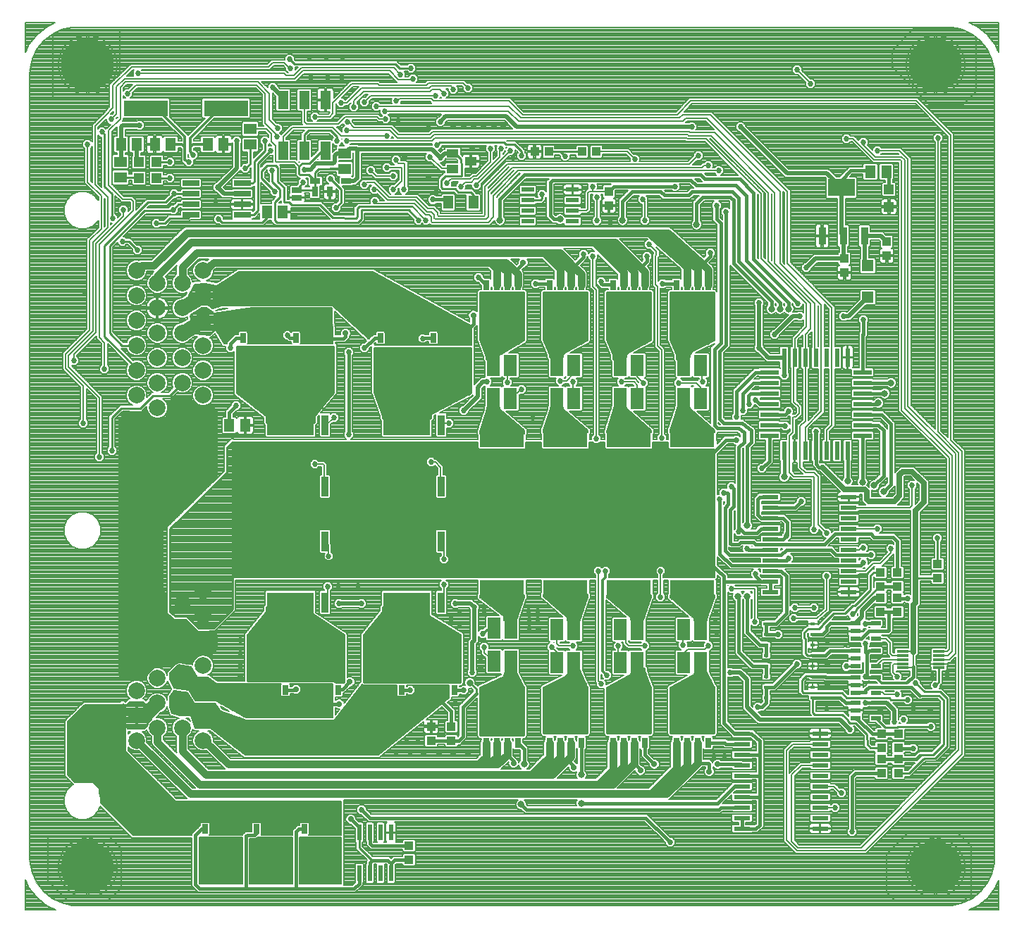
<source format=gtl>
G75*
%MOIN*%
%OFA0B0*%
%FSLAX25Y25*%
%IPPOS*%
%LPD*%
%AMOC8*
5,1,8,0,0,1.08239X$1,22.5*
%
%ADD10R,0.05118X0.05906*%
%ADD11R,0.03150X0.04724*%
%ADD12R,0.05906X0.05118*%
%ADD13R,0.04724X0.02756*%
%ADD14R,0.05512X0.05512*%
%ADD15R,0.20866X0.07874*%
%ADD16C,0.25000*%
%ADD17R,0.05000X0.08583*%
%ADD18R,0.08000X0.02600*%
%ADD19R,0.04724X0.06299*%
%ADD20R,0.04724X0.04724*%
%ADD21R,0.02756X0.04528*%
%ADD22R,0.02700X0.02700*%
%ADD23R,0.21000X0.07600*%
%ADD24R,0.04331X0.03937*%
%ADD25R,0.22000X0.09600*%
%ADD26R,0.03500X0.09600*%
%ADD27R,0.05000X0.02500*%
%ADD28R,0.06102X0.10039*%
%ADD29R,0.02400X0.01200*%
%ADD30R,0.03150X0.01200*%
%ADD31R,0.02362X0.08661*%
%ADD32R,0.08661X0.02362*%
%ADD33R,0.05512X0.03937*%
%ADD34C,0.07874*%
%ADD35R,0.07800X0.02100*%
%ADD36R,0.04800X0.02000*%
%ADD37R,0.05600X0.01200*%
%ADD38R,0.02100X0.07800*%
%ADD39R,0.12795X0.08465*%
%ADD40R,0.03740X0.08465*%
%ADD41R,0.03937X0.04331*%
%ADD42R,0.06102X0.02362*%
%ADD43C,0.00800*%
%ADD44C,0.02701*%
%ADD45C,0.02700*%
%ADD46C,0.01000*%
%ADD47C,0.01500*%
%ADD48C,0.02000*%
%ADD49C,0.01200*%
%ADD50C,0.02500*%
%ADD51C,0.01600*%
%ADD52C,0.00600*%
%ADD53C,0.01100*%
%ADD54C,0.02900*%
%ADD55C,0.00900*%
%ADD56C,0.03200*%
%ADD57C,0.07000*%
%ADD58C,0.03570*%
%ADD59C,0.00750*%
%ADD60C,0.00700*%
%ADD61C,0.03500*%
D10*
X0117924Y0295823D03*
X0125404Y0295823D03*
X0135674Y0396823D03*
X0143154Y0396823D03*
X0115154Y0428823D03*
X0107674Y0428823D03*
X0090154Y0428823D03*
X0082674Y0428823D03*
X0074154Y0428823D03*
X0066674Y0428823D03*
X0421174Y0415823D03*
X0428654Y0415823D03*
D11*
X0165457Y0406323D03*
X0158371Y0406323D03*
D12*
X0172414Y0417083D03*
X0172414Y0424563D03*
X0127914Y0428583D03*
X0127914Y0436063D03*
X0066414Y0420563D03*
X0066414Y0413083D03*
D13*
X0158630Y0411323D03*
X0173197Y0411323D03*
D14*
X0419914Y0371303D03*
X0419914Y0356343D03*
D15*
X0336914Y0289315D03*
X0306914Y0289315D03*
X0276914Y0289315D03*
X0276914Y0263331D03*
X0276914Y0244315D03*
X0306914Y0244315D03*
X0306914Y0263331D03*
X0336914Y0263331D03*
X0336914Y0244315D03*
X0336914Y0218331D03*
X0306914Y0218331D03*
X0276914Y0218331D03*
X0246914Y0218331D03*
X0246914Y0244315D03*
X0246914Y0263331D03*
X0246914Y0289315D03*
D16*
X0050914Y0466323D03*
X0451914Y0466323D03*
X0451914Y0086323D03*
X0050914Y0086323D03*
D17*
X0143414Y0425815D03*
X0153414Y0425815D03*
X0163414Y0425815D03*
X0163414Y0449831D03*
X0153414Y0449831D03*
X0143414Y0449831D03*
D18*
X0124014Y0410323D03*
X0124014Y0405323D03*
X0124014Y0400323D03*
X0124014Y0395323D03*
X0099814Y0395323D03*
X0099814Y0400323D03*
X0099814Y0405323D03*
X0099814Y0410323D03*
D19*
X0221508Y0401323D03*
X0233319Y0401323D03*
D20*
X0083548Y0412823D03*
X0075280Y0412823D03*
X0075280Y0420323D03*
X0083548Y0420323D03*
X0429914Y0407457D03*
X0429914Y0399189D03*
D21*
X0344414Y0362150D03*
X0339414Y0362150D03*
X0334414Y0362150D03*
X0329414Y0362150D03*
X0314414Y0362150D03*
X0309414Y0362150D03*
X0304414Y0362150D03*
X0299414Y0362150D03*
X0284414Y0362150D03*
X0279414Y0362150D03*
X0274414Y0362150D03*
X0269414Y0362150D03*
X0254414Y0362150D03*
X0249414Y0362150D03*
X0244414Y0362150D03*
X0239414Y0362150D03*
X0229414Y0337150D03*
X0224414Y0337150D03*
X0219414Y0337150D03*
X0214414Y0337150D03*
X0204414Y0337150D03*
X0199414Y0337150D03*
X0194414Y0337150D03*
X0189414Y0337150D03*
X0164414Y0337150D03*
X0159414Y0337150D03*
X0154414Y0337150D03*
X0149414Y0337150D03*
X0139414Y0337150D03*
X0134414Y0337150D03*
X0129414Y0337150D03*
X0124414Y0337150D03*
X0129414Y0170496D03*
X0134414Y0170496D03*
X0139414Y0170496D03*
X0144414Y0170496D03*
X0154414Y0170496D03*
X0159414Y0170496D03*
X0164414Y0170496D03*
X0169414Y0170496D03*
X0184414Y0170496D03*
X0189414Y0170496D03*
X0194414Y0170496D03*
X0199414Y0170496D03*
X0209414Y0170496D03*
X0214414Y0170496D03*
X0219414Y0170496D03*
X0224414Y0170496D03*
X0239414Y0145496D03*
X0244414Y0145496D03*
X0249414Y0145496D03*
X0254414Y0145496D03*
X0269414Y0145496D03*
X0274414Y0145496D03*
X0279414Y0145496D03*
X0284414Y0145496D03*
X0299414Y0145496D03*
X0304414Y0145496D03*
X0309414Y0145496D03*
X0314414Y0145496D03*
X0329414Y0145496D03*
X0334414Y0145496D03*
X0339414Y0145496D03*
X0344414Y0145496D03*
X0168414Y0104650D03*
X0163414Y0104650D03*
X0158414Y0104650D03*
X0153414Y0104650D03*
X0145914Y0104650D03*
X0140914Y0104650D03*
X0135914Y0104650D03*
X0130914Y0104650D03*
X0121414Y0104650D03*
X0116414Y0104650D03*
X0111414Y0104650D03*
X0106414Y0104650D03*
D22*
X0105714Y0097923D03*
X0108448Y0097923D03*
X0111181Y0097923D03*
X0113914Y0097923D03*
X0116647Y0097923D03*
X0119380Y0097923D03*
X0122114Y0097923D03*
X0122114Y0095189D03*
X0122114Y0092457D03*
X0119380Y0092457D03*
X0119380Y0095189D03*
X0116647Y0095189D03*
X0116647Y0092457D03*
X0113914Y0092457D03*
X0113914Y0095189D03*
X0111181Y0095189D03*
X0111181Y0092457D03*
X0108448Y0092457D03*
X0108448Y0095189D03*
X0105714Y0095189D03*
X0105714Y0092457D03*
X0105714Y0089723D03*
X0105714Y0086990D03*
X0105714Y0084257D03*
X0108448Y0084257D03*
X0108448Y0086990D03*
X0108448Y0089723D03*
X0111181Y0089723D03*
X0113914Y0089723D03*
X0116647Y0089723D03*
X0119380Y0089723D03*
X0119380Y0086990D03*
X0116647Y0086990D03*
X0113914Y0086990D03*
X0111181Y0086990D03*
X0111181Y0084257D03*
X0113914Y0084257D03*
X0116647Y0084257D03*
X0119380Y0084257D03*
X0122114Y0084257D03*
X0122114Y0086990D03*
X0122114Y0089723D03*
X0130214Y0089723D03*
X0130214Y0086990D03*
X0130214Y0084257D03*
X0132948Y0084257D03*
X0132948Y0086990D03*
X0132948Y0089723D03*
X0135681Y0089723D03*
X0138414Y0089723D03*
X0141147Y0089723D03*
X0143880Y0089723D03*
X0143880Y0086990D03*
X0141147Y0086990D03*
X0138414Y0086990D03*
X0135681Y0086990D03*
X0135681Y0084257D03*
X0138414Y0084257D03*
X0141147Y0084257D03*
X0143880Y0084257D03*
X0146614Y0084257D03*
X0146614Y0086990D03*
X0146614Y0089723D03*
X0146614Y0092457D03*
X0146614Y0095189D03*
X0146614Y0097923D03*
X0143880Y0097923D03*
X0141147Y0097923D03*
X0138414Y0097923D03*
X0135681Y0097923D03*
X0132948Y0097923D03*
X0130214Y0097923D03*
X0130214Y0095189D03*
X0130214Y0092457D03*
X0132948Y0092457D03*
X0132948Y0095189D03*
X0135681Y0095189D03*
X0135681Y0092457D03*
X0138414Y0092457D03*
X0138414Y0095189D03*
X0141147Y0095189D03*
X0141147Y0092457D03*
X0143880Y0092457D03*
X0143880Y0095189D03*
X0152714Y0095189D03*
X0152714Y0092457D03*
X0155448Y0092457D03*
X0155448Y0095189D03*
X0158181Y0095189D03*
X0158181Y0092457D03*
X0160914Y0092457D03*
X0160914Y0095189D03*
X0163647Y0095189D03*
X0163647Y0092457D03*
X0166380Y0092457D03*
X0166380Y0095189D03*
X0166380Y0097923D03*
X0163647Y0097923D03*
X0160914Y0097923D03*
X0158181Y0097923D03*
X0155448Y0097923D03*
X0152714Y0097923D03*
X0152714Y0089723D03*
X0152714Y0086990D03*
X0152714Y0084257D03*
X0155448Y0084257D03*
X0155448Y0086990D03*
X0155448Y0089723D03*
X0158181Y0089723D03*
X0160914Y0089723D03*
X0163647Y0089723D03*
X0166380Y0089723D03*
X0166380Y0086990D03*
X0163647Y0086990D03*
X0160914Y0086990D03*
X0158181Y0086990D03*
X0158181Y0084257D03*
X0160914Y0084257D03*
X0163647Y0084257D03*
X0166380Y0084257D03*
X0169114Y0084257D03*
X0169114Y0086990D03*
X0169114Y0089723D03*
X0169114Y0092457D03*
X0169114Y0095189D03*
X0169114Y0097923D03*
X0169114Y0081523D03*
X0166380Y0081523D03*
X0163647Y0081523D03*
X0160914Y0081523D03*
X0158181Y0081523D03*
X0155448Y0081523D03*
X0152714Y0081523D03*
X0146614Y0081523D03*
X0143880Y0081523D03*
X0141147Y0081523D03*
X0138414Y0081523D03*
X0135681Y0081523D03*
X0132948Y0081523D03*
X0130214Y0081523D03*
X0122114Y0081523D03*
X0119380Y0081523D03*
X0116647Y0081523D03*
X0113914Y0081523D03*
X0111181Y0081523D03*
X0108448Y0081523D03*
X0105714Y0081523D03*
X0128714Y0177223D03*
X0128714Y0179957D03*
X0128714Y0182689D03*
X0128714Y0185423D03*
X0128714Y0188156D03*
X0128714Y0190889D03*
X0128714Y0193623D03*
X0131448Y0193623D03*
X0134181Y0193623D03*
X0136914Y0193623D03*
X0139647Y0193623D03*
X0142380Y0193623D03*
X0145114Y0193623D03*
X0145114Y0190889D03*
X0145114Y0188156D03*
X0145114Y0185423D03*
X0142380Y0185423D03*
X0142380Y0188156D03*
X0142380Y0190889D03*
X0139647Y0190889D03*
X0136914Y0190889D03*
X0134181Y0190889D03*
X0131448Y0190889D03*
X0131448Y0188156D03*
X0134181Y0188156D03*
X0136914Y0188156D03*
X0139647Y0188156D03*
X0139647Y0185423D03*
X0136914Y0185423D03*
X0134181Y0185423D03*
X0131448Y0185423D03*
X0131448Y0182689D03*
X0131448Y0179957D03*
X0134181Y0179957D03*
X0134181Y0182689D03*
X0136914Y0182689D03*
X0136914Y0179957D03*
X0139647Y0179957D03*
X0139647Y0182689D03*
X0142380Y0182689D03*
X0142380Y0179957D03*
X0145114Y0179957D03*
X0145114Y0182689D03*
X0145114Y0177223D03*
X0142380Y0177223D03*
X0139647Y0177223D03*
X0136914Y0177223D03*
X0134181Y0177223D03*
X0131448Y0177223D03*
X0153714Y0177223D03*
X0153714Y0179957D03*
X0153714Y0182689D03*
X0153714Y0185423D03*
X0153714Y0188156D03*
X0153714Y0190889D03*
X0153714Y0193623D03*
X0156448Y0193623D03*
X0159181Y0193623D03*
X0161914Y0193623D03*
X0164647Y0193623D03*
X0167380Y0193623D03*
X0170114Y0193623D03*
X0170114Y0190889D03*
X0170114Y0188156D03*
X0170114Y0185423D03*
X0167380Y0185423D03*
X0167380Y0188156D03*
X0167380Y0190889D03*
X0164647Y0190889D03*
X0161914Y0190889D03*
X0159181Y0190889D03*
X0156448Y0190889D03*
X0156448Y0188156D03*
X0159181Y0188156D03*
X0161914Y0188156D03*
X0164647Y0188156D03*
X0164647Y0185423D03*
X0161914Y0185423D03*
X0159181Y0185423D03*
X0156448Y0185423D03*
X0156448Y0182689D03*
X0156448Y0179957D03*
X0159181Y0179957D03*
X0159181Y0182689D03*
X0161914Y0182689D03*
X0161914Y0179957D03*
X0164647Y0179957D03*
X0164647Y0182689D03*
X0167380Y0182689D03*
X0167380Y0179957D03*
X0170114Y0179957D03*
X0170114Y0182689D03*
X0170114Y0177223D03*
X0167380Y0177223D03*
X0164647Y0177223D03*
X0161914Y0177223D03*
X0159181Y0177223D03*
X0156448Y0177223D03*
X0183714Y0177223D03*
X0183714Y0179957D03*
X0183714Y0182689D03*
X0183714Y0185423D03*
X0183714Y0188156D03*
X0183714Y0190889D03*
X0183714Y0193623D03*
X0186448Y0193623D03*
X0189181Y0193623D03*
X0191914Y0193623D03*
X0194647Y0193623D03*
X0197380Y0193623D03*
X0200114Y0193623D03*
X0200114Y0190889D03*
X0200114Y0188156D03*
X0200114Y0185423D03*
X0197380Y0185423D03*
X0197380Y0188156D03*
X0197380Y0190889D03*
X0194647Y0190889D03*
X0191914Y0190889D03*
X0189181Y0190889D03*
X0186448Y0190889D03*
X0186448Y0188156D03*
X0189181Y0188156D03*
X0191914Y0188156D03*
X0194647Y0188156D03*
X0194647Y0185423D03*
X0191914Y0185423D03*
X0189181Y0185423D03*
X0186448Y0185423D03*
X0186448Y0182689D03*
X0186448Y0179957D03*
X0189181Y0179957D03*
X0189181Y0182689D03*
X0191914Y0182689D03*
X0191914Y0179957D03*
X0194647Y0179957D03*
X0194647Y0182689D03*
X0197380Y0182689D03*
X0197380Y0179957D03*
X0200114Y0179957D03*
X0200114Y0182689D03*
X0200114Y0177223D03*
X0197380Y0177223D03*
X0194647Y0177223D03*
X0191914Y0177223D03*
X0189181Y0177223D03*
X0186448Y0177223D03*
X0208714Y0177223D03*
X0208714Y0179957D03*
X0208714Y0182689D03*
X0208714Y0185423D03*
X0208714Y0188156D03*
X0208714Y0190889D03*
X0208714Y0193623D03*
X0211448Y0193623D03*
X0214181Y0193623D03*
X0216914Y0193623D03*
X0219647Y0193623D03*
X0222380Y0193623D03*
X0225114Y0193623D03*
X0225114Y0190889D03*
X0225114Y0188156D03*
X0225114Y0185423D03*
X0222380Y0185423D03*
X0222380Y0188156D03*
X0222380Y0190889D03*
X0219647Y0190889D03*
X0216914Y0190889D03*
X0214181Y0190889D03*
X0211448Y0190889D03*
X0211448Y0188156D03*
X0214181Y0188156D03*
X0216914Y0188156D03*
X0219647Y0188156D03*
X0219647Y0185423D03*
X0216914Y0185423D03*
X0214181Y0185423D03*
X0211448Y0185423D03*
X0211448Y0182689D03*
X0211448Y0179957D03*
X0214181Y0179957D03*
X0214181Y0182689D03*
X0216914Y0182689D03*
X0216914Y0179957D03*
X0219647Y0179957D03*
X0219647Y0182689D03*
X0222380Y0182689D03*
X0222380Y0179957D03*
X0225114Y0179957D03*
X0225114Y0182689D03*
X0225114Y0177223D03*
X0222380Y0177223D03*
X0219647Y0177223D03*
X0216914Y0177223D03*
X0214181Y0177223D03*
X0211448Y0177223D03*
X0238714Y0168623D03*
X0241448Y0168623D03*
X0244181Y0168623D03*
X0246914Y0168623D03*
X0249647Y0168623D03*
X0252380Y0168623D03*
X0255114Y0168623D03*
X0255114Y0165889D03*
X0255114Y0163156D03*
X0255114Y0160423D03*
X0252380Y0160423D03*
X0252380Y0163156D03*
X0252380Y0165889D03*
X0249647Y0165889D03*
X0246914Y0165889D03*
X0244181Y0165889D03*
X0241448Y0165889D03*
X0241448Y0163156D03*
X0244181Y0163156D03*
X0246914Y0163156D03*
X0249647Y0163156D03*
X0249647Y0160423D03*
X0246914Y0160423D03*
X0244181Y0160423D03*
X0241448Y0160423D03*
X0238714Y0160423D03*
X0238714Y0163156D03*
X0238714Y0165889D03*
X0238714Y0157689D03*
X0238714Y0154957D03*
X0241448Y0154957D03*
X0241448Y0157689D03*
X0244181Y0157689D03*
X0244181Y0154957D03*
X0246914Y0154957D03*
X0246914Y0157689D03*
X0249647Y0157689D03*
X0249647Y0154957D03*
X0252380Y0154957D03*
X0252380Y0157689D03*
X0255114Y0157689D03*
X0255114Y0154957D03*
X0255114Y0152223D03*
X0252380Y0152223D03*
X0249647Y0152223D03*
X0246914Y0152223D03*
X0244181Y0152223D03*
X0241448Y0152223D03*
X0238714Y0152223D03*
X0268714Y0152223D03*
X0268714Y0154957D03*
X0268714Y0157689D03*
X0268714Y0160423D03*
X0268714Y0163156D03*
X0268714Y0165889D03*
X0268714Y0168623D03*
X0271448Y0168623D03*
X0274181Y0168623D03*
X0276914Y0168623D03*
X0279647Y0168623D03*
X0282380Y0168623D03*
X0285114Y0168623D03*
X0285114Y0165889D03*
X0285114Y0163156D03*
X0285114Y0160423D03*
X0282380Y0160423D03*
X0282380Y0163156D03*
X0282380Y0165889D03*
X0279647Y0165889D03*
X0276914Y0165889D03*
X0274181Y0165889D03*
X0271448Y0165889D03*
X0271448Y0163156D03*
X0274181Y0163156D03*
X0276914Y0163156D03*
X0279647Y0163156D03*
X0279647Y0160423D03*
X0276914Y0160423D03*
X0274181Y0160423D03*
X0271448Y0160423D03*
X0271448Y0157689D03*
X0271448Y0154957D03*
X0274181Y0154957D03*
X0274181Y0157689D03*
X0276914Y0157689D03*
X0276914Y0154957D03*
X0279647Y0154957D03*
X0279647Y0157689D03*
X0282380Y0157689D03*
X0282380Y0154957D03*
X0285114Y0154957D03*
X0285114Y0157689D03*
X0285114Y0152223D03*
X0282380Y0152223D03*
X0279647Y0152223D03*
X0276914Y0152223D03*
X0274181Y0152223D03*
X0271448Y0152223D03*
X0298714Y0152223D03*
X0298714Y0154957D03*
X0298714Y0157689D03*
X0298714Y0160423D03*
X0298714Y0163156D03*
X0298714Y0165889D03*
X0298714Y0168623D03*
X0301448Y0168623D03*
X0304181Y0168623D03*
X0306914Y0168623D03*
X0309647Y0168623D03*
X0312380Y0168623D03*
X0315114Y0168623D03*
X0315114Y0165889D03*
X0315114Y0163156D03*
X0315114Y0160423D03*
X0312380Y0160423D03*
X0312380Y0163156D03*
X0312380Y0165889D03*
X0309647Y0165889D03*
X0306914Y0165889D03*
X0304181Y0165889D03*
X0301448Y0165889D03*
X0301448Y0163156D03*
X0304181Y0163156D03*
X0306914Y0163156D03*
X0309647Y0163156D03*
X0309647Y0160423D03*
X0306914Y0160423D03*
X0304181Y0160423D03*
X0301448Y0160423D03*
X0301448Y0157689D03*
X0301448Y0154957D03*
X0304181Y0154957D03*
X0304181Y0157689D03*
X0306914Y0157689D03*
X0306914Y0154957D03*
X0309647Y0154957D03*
X0309647Y0157689D03*
X0312380Y0157689D03*
X0312380Y0154957D03*
X0315114Y0154957D03*
X0315114Y0157689D03*
X0315114Y0152223D03*
X0312380Y0152223D03*
X0309647Y0152223D03*
X0306914Y0152223D03*
X0304181Y0152223D03*
X0301448Y0152223D03*
X0328714Y0152223D03*
X0328714Y0154957D03*
X0328714Y0157689D03*
X0328714Y0160423D03*
X0328714Y0163156D03*
X0328714Y0165889D03*
X0328714Y0168623D03*
X0331448Y0168623D03*
X0334181Y0168623D03*
X0336914Y0168623D03*
X0339647Y0168623D03*
X0342380Y0168623D03*
X0345114Y0168623D03*
X0345114Y0165889D03*
X0345114Y0163156D03*
X0345114Y0160423D03*
X0342380Y0160423D03*
X0342380Y0163156D03*
X0342380Y0165889D03*
X0339647Y0165889D03*
X0336914Y0165889D03*
X0334181Y0165889D03*
X0331448Y0165889D03*
X0331448Y0163156D03*
X0334181Y0163156D03*
X0336914Y0163156D03*
X0339647Y0163156D03*
X0339647Y0160423D03*
X0336914Y0160423D03*
X0334181Y0160423D03*
X0331448Y0160423D03*
X0331448Y0157689D03*
X0331448Y0154957D03*
X0334181Y0154957D03*
X0334181Y0157689D03*
X0336914Y0157689D03*
X0336914Y0154957D03*
X0339647Y0154957D03*
X0339647Y0157689D03*
X0342380Y0157689D03*
X0342380Y0154957D03*
X0345114Y0154957D03*
X0345114Y0157689D03*
X0345114Y0152223D03*
X0342380Y0152223D03*
X0339647Y0152223D03*
X0336914Y0152223D03*
X0334181Y0152223D03*
X0331448Y0152223D03*
X0230114Y0314023D03*
X0230114Y0316757D03*
X0230114Y0319490D03*
X0230114Y0322223D03*
X0230114Y0324957D03*
X0230114Y0327689D03*
X0230114Y0330423D03*
X0227380Y0330423D03*
X0224647Y0330423D03*
X0221914Y0330423D03*
X0219181Y0330423D03*
X0216448Y0330423D03*
X0213714Y0330423D03*
X0213714Y0327689D03*
X0213714Y0324957D03*
X0216448Y0324957D03*
X0216448Y0327689D03*
X0219181Y0327689D03*
X0219181Y0324957D03*
X0221914Y0324957D03*
X0221914Y0327689D03*
X0224647Y0327689D03*
X0224647Y0324957D03*
X0227380Y0324957D03*
X0227380Y0327689D03*
X0227380Y0322223D03*
X0224647Y0322223D03*
X0221914Y0322223D03*
X0219181Y0322223D03*
X0216448Y0322223D03*
X0216448Y0319490D03*
X0219181Y0319490D03*
X0221914Y0319490D03*
X0224647Y0319490D03*
X0227380Y0319490D03*
X0227380Y0316757D03*
X0224647Y0316757D03*
X0221914Y0316757D03*
X0219181Y0316757D03*
X0216448Y0316757D03*
X0213714Y0316757D03*
X0213714Y0319490D03*
X0213714Y0322223D03*
X0205114Y0322223D03*
X0205114Y0319490D03*
X0205114Y0316757D03*
X0202380Y0316757D03*
X0202380Y0319490D03*
X0202380Y0322223D03*
X0199647Y0322223D03*
X0196914Y0322223D03*
X0194181Y0322223D03*
X0191448Y0322223D03*
X0191448Y0319490D03*
X0194181Y0319490D03*
X0196914Y0319490D03*
X0199647Y0319490D03*
X0199647Y0316757D03*
X0196914Y0316757D03*
X0194181Y0316757D03*
X0191448Y0316757D03*
X0188714Y0316757D03*
X0188714Y0319490D03*
X0188714Y0322223D03*
X0188714Y0324957D03*
X0188714Y0327689D03*
X0188714Y0330423D03*
X0191448Y0330423D03*
X0194181Y0330423D03*
X0196914Y0330423D03*
X0199647Y0330423D03*
X0202380Y0330423D03*
X0205114Y0330423D03*
X0205114Y0327689D03*
X0205114Y0324957D03*
X0202380Y0324957D03*
X0202380Y0327689D03*
X0199647Y0327689D03*
X0199647Y0324957D03*
X0196914Y0324957D03*
X0196914Y0327689D03*
X0194181Y0327689D03*
X0194181Y0324957D03*
X0191448Y0324957D03*
X0191448Y0327689D03*
X0191448Y0314023D03*
X0194181Y0314023D03*
X0196914Y0314023D03*
X0199647Y0314023D03*
X0202380Y0314023D03*
X0205114Y0314023D03*
X0213714Y0314023D03*
X0216448Y0314023D03*
X0219181Y0314023D03*
X0221914Y0314023D03*
X0224647Y0314023D03*
X0227380Y0314023D03*
X0238714Y0339023D03*
X0238714Y0341757D03*
X0238714Y0344490D03*
X0238714Y0347223D03*
X0238714Y0349957D03*
X0238714Y0352689D03*
X0238714Y0355423D03*
X0241448Y0355423D03*
X0244181Y0355423D03*
X0246914Y0355423D03*
X0249647Y0355423D03*
X0252380Y0355423D03*
X0255114Y0355423D03*
X0255114Y0352689D03*
X0255114Y0349957D03*
X0252380Y0349957D03*
X0252380Y0352689D03*
X0249647Y0352689D03*
X0249647Y0349957D03*
X0246914Y0349957D03*
X0246914Y0352689D03*
X0244181Y0352689D03*
X0244181Y0349957D03*
X0241448Y0349957D03*
X0241448Y0352689D03*
X0241448Y0347223D03*
X0244181Y0347223D03*
X0246914Y0347223D03*
X0249647Y0347223D03*
X0252380Y0347223D03*
X0252380Y0344490D03*
X0249647Y0344490D03*
X0246914Y0344490D03*
X0244181Y0344490D03*
X0241448Y0344490D03*
X0241448Y0341757D03*
X0244181Y0341757D03*
X0246914Y0341757D03*
X0249647Y0341757D03*
X0252380Y0341757D03*
X0255114Y0341757D03*
X0255114Y0344490D03*
X0255114Y0347223D03*
X0255114Y0339023D03*
X0252380Y0339023D03*
X0249647Y0339023D03*
X0246914Y0339023D03*
X0244181Y0339023D03*
X0241448Y0339023D03*
X0268714Y0339023D03*
X0268714Y0341757D03*
X0268714Y0344490D03*
X0268714Y0347223D03*
X0268714Y0349957D03*
X0268714Y0352689D03*
X0268714Y0355423D03*
X0271448Y0355423D03*
X0274181Y0355423D03*
X0276914Y0355423D03*
X0279647Y0355423D03*
X0282380Y0355423D03*
X0285114Y0355423D03*
X0285114Y0352689D03*
X0285114Y0349957D03*
X0282380Y0349957D03*
X0282380Y0352689D03*
X0279647Y0352689D03*
X0279647Y0349957D03*
X0276914Y0349957D03*
X0276914Y0352689D03*
X0274181Y0352689D03*
X0274181Y0349957D03*
X0271448Y0349957D03*
X0271448Y0352689D03*
X0271448Y0347223D03*
X0274181Y0347223D03*
X0276914Y0347223D03*
X0279647Y0347223D03*
X0282380Y0347223D03*
X0282380Y0344490D03*
X0279647Y0344490D03*
X0276914Y0344490D03*
X0274181Y0344490D03*
X0271448Y0344490D03*
X0271448Y0341757D03*
X0274181Y0341757D03*
X0276914Y0341757D03*
X0279647Y0341757D03*
X0282380Y0341757D03*
X0285114Y0341757D03*
X0285114Y0344490D03*
X0285114Y0347223D03*
X0285114Y0339023D03*
X0282380Y0339023D03*
X0279647Y0339023D03*
X0276914Y0339023D03*
X0274181Y0339023D03*
X0271448Y0339023D03*
X0298714Y0339023D03*
X0298714Y0341757D03*
X0298714Y0344490D03*
X0298714Y0347223D03*
X0298714Y0349957D03*
X0298714Y0352689D03*
X0298714Y0355423D03*
X0301448Y0355423D03*
X0304181Y0355423D03*
X0306914Y0355423D03*
X0309647Y0355423D03*
X0312380Y0355423D03*
X0315114Y0355423D03*
X0315114Y0352689D03*
X0315114Y0349957D03*
X0312380Y0349957D03*
X0312380Y0352689D03*
X0309647Y0352689D03*
X0309647Y0349957D03*
X0306914Y0349957D03*
X0306914Y0352689D03*
X0304181Y0352689D03*
X0304181Y0349957D03*
X0301448Y0349957D03*
X0301448Y0352689D03*
X0301448Y0347223D03*
X0304181Y0347223D03*
X0306914Y0347223D03*
X0309647Y0347223D03*
X0312380Y0347223D03*
X0312380Y0344490D03*
X0309647Y0344490D03*
X0306914Y0344490D03*
X0304181Y0344490D03*
X0301448Y0344490D03*
X0301448Y0341757D03*
X0304181Y0341757D03*
X0306914Y0341757D03*
X0309647Y0341757D03*
X0312380Y0341757D03*
X0315114Y0341757D03*
X0315114Y0344490D03*
X0315114Y0347223D03*
X0315114Y0339023D03*
X0312380Y0339023D03*
X0309647Y0339023D03*
X0306914Y0339023D03*
X0304181Y0339023D03*
X0301448Y0339023D03*
X0328714Y0339023D03*
X0328714Y0341757D03*
X0328714Y0344490D03*
X0328714Y0347223D03*
X0328714Y0349957D03*
X0328714Y0352689D03*
X0328714Y0355423D03*
X0331448Y0355423D03*
X0334181Y0355423D03*
X0336914Y0355423D03*
X0339647Y0355423D03*
X0342380Y0355423D03*
X0345114Y0355423D03*
X0345114Y0352689D03*
X0345114Y0349957D03*
X0342380Y0349957D03*
X0342380Y0352689D03*
X0339647Y0352689D03*
X0339647Y0349957D03*
X0336914Y0349957D03*
X0336914Y0352689D03*
X0334181Y0352689D03*
X0334181Y0349957D03*
X0331448Y0349957D03*
X0331448Y0352689D03*
X0331448Y0347223D03*
X0334181Y0347223D03*
X0336914Y0347223D03*
X0339647Y0347223D03*
X0342380Y0347223D03*
X0342380Y0344490D03*
X0339647Y0344490D03*
X0336914Y0344490D03*
X0334181Y0344490D03*
X0331448Y0344490D03*
X0331448Y0341757D03*
X0334181Y0341757D03*
X0336914Y0341757D03*
X0339647Y0341757D03*
X0342380Y0341757D03*
X0345114Y0341757D03*
X0345114Y0344490D03*
X0345114Y0347223D03*
X0345114Y0339023D03*
X0342380Y0339023D03*
X0339647Y0339023D03*
X0336914Y0339023D03*
X0334181Y0339023D03*
X0331448Y0339023D03*
X0188714Y0314023D03*
X0165114Y0314023D03*
X0165114Y0316757D03*
X0165114Y0319490D03*
X0165114Y0322223D03*
X0165114Y0324957D03*
X0165114Y0327689D03*
X0165114Y0330423D03*
X0162380Y0330423D03*
X0159647Y0330423D03*
X0156914Y0330423D03*
X0154181Y0330423D03*
X0151448Y0330423D03*
X0148714Y0330423D03*
X0148714Y0327689D03*
X0148714Y0324957D03*
X0151448Y0324957D03*
X0151448Y0327689D03*
X0154181Y0327689D03*
X0154181Y0324957D03*
X0156914Y0324957D03*
X0156914Y0327689D03*
X0159647Y0327689D03*
X0159647Y0324957D03*
X0162380Y0324957D03*
X0162380Y0327689D03*
X0162380Y0322223D03*
X0159647Y0322223D03*
X0156914Y0322223D03*
X0154181Y0322223D03*
X0151448Y0322223D03*
X0151448Y0319490D03*
X0154181Y0319490D03*
X0156914Y0319490D03*
X0159647Y0319490D03*
X0162380Y0319490D03*
X0162380Y0316757D03*
X0159647Y0316757D03*
X0156914Y0316757D03*
X0154181Y0316757D03*
X0151448Y0316757D03*
X0148714Y0316757D03*
X0148714Y0319490D03*
X0148714Y0322223D03*
X0148714Y0314023D03*
X0151448Y0314023D03*
X0154181Y0314023D03*
X0156914Y0314023D03*
X0159647Y0314023D03*
X0162380Y0314023D03*
X0140114Y0314023D03*
X0140114Y0316757D03*
X0140114Y0319490D03*
X0140114Y0322223D03*
X0140114Y0324957D03*
X0140114Y0327689D03*
X0140114Y0330423D03*
X0137380Y0330423D03*
X0134647Y0330423D03*
X0131914Y0330423D03*
X0129181Y0330423D03*
X0126448Y0330423D03*
X0123714Y0330423D03*
X0123714Y0327689D03*
X0123714Y0324957D03*
X0126448Y0324957D03*
X0126448Y0327689D03*
X0129181Y0327689D03*
X0129181Y0324957D03*
X0131914Y0324957D03*
X0131914Y0327689D03*
X0134647Y0327689D03*
X0134647Y0324957D03*
X0137380Y0324957D03*
X0137380Y0327689D03*
X0137380Y0322223D03*
X0134647Y0322223D03*
X0131914Y0322223D03*
X0129181Y0322223D03*
X0126448Y0322223D03*
X0126448Y0319490D03*
X0129181Y0319490D03*
X0131914Y0319490D03*
X0134647Y0319490D03*
X0137380Y0319490D03*
X0137380Y0316757D03*
X0134647Y0316757D03*
X0131914Y0316757D03*
X0129181Y0316757D03*
X0126448Y0316757D03*
X0123714Y0316757D03*
X0123714Y0319490D03*
X0123714Y0322223D03*
X0123714Y0314023D03*
X0126448Y0314023D03*
X0129181Y0314023D03*
X0131914Y0314023D03*
X0134647Y0314023D03*
X0137380Y0314023D03*
D23*
X0116414Y0445823D03*
X0078414Y0445823D03*
D24*
X0213414Y0153169D03*
X0213414Y0146476D03*
X0222914Y0146476D03*
X0222914Y0153169D03*
X0202914Y0096669D03*
X0202914Y0089976D03*
X0426414Y0130976D03*
X0426414Y0137669D03*
X0426414Y0142976D03*
X0426414Y0149669D03*
X0434414Y0149669D03*
X0434414Y0142976D03*
X0434414Y0137669D03*
X0434414Y0130976D03*
X0433914Y0207476D03*
X0433914Y0214169D03*
X0433914Y0219476D03*
X0433914Y0226169D03*
X0425914Y0226169D03*
X0425914Y0219476D03*
X0425914Y0214169D03*
X0425914Y0207476D03*
X0452914Y0223476D03*
X0452914Y0230169D03*
D25*
X0201914Y0240823D03*
X0201914Y0266823D03*
X0201914Y0295823D03*
X0146914Y0295823D03*
X0146914Y0266823D03*
X0146914Y0240823D03*
X0146914Y0211823D03*
X0201914Y0211823D03*
D26*
X0218164Y0211823D03*
X0218164Y0240823D03*
X0218164Y0266823D03*
X0218164Y0295823D03*
X0163164Y0295823D03*
X0163164Y0266823D03*
X0163164Y0240823D03*
X0163164Y0211823D03*
D27*
X0149914Y0403551D03*
X0149914Y0407095D03*
D28*
X0242878Y0324098D03*
X0250949Y0324098D03*
X0250949Y0308547D03*
X0242878Y0308547D03*
X0272878Y0308547D03*
X0280949Y0308547D03*
X0280949Y0324098D03*
X0272878Y0324098D03*
X0302878Y0324098D03*
X0310949Y0324098D03*
X0310949Y0308547D03*
X0302878Y0308547D03*
X0332878Y0308547D03*
X0340949Y0308547D03*
X0340949Y0324098D03*
X0332878Y0324098D03*
X0332878Y0199098D03*
X0340949Y0199098D03*
X0340949Y0183547D03*
X0332878Y0183547D03*
X0310949Y0183547D03*
X0302878Y0183547D03*
X0302878Y0199098D03*
X0310949Y0199098D03*
X0280949Y0199098D03*
X0272878Y0199098D03*
X0272878Y0183547D03*
X0280949Y0183547D03*
X0251199Y0184047D03*
X0243128Y0184047D03*
X0243128Y0199598D03*
X0251199Y0199598D03*
D29*
X0371890Y0196823D03*
X0371890Y0191823D03*
X0371890Y0186823D03*
X0371890Y0181823D03*
X0371890Y0176823D03*
X0371890Y0171823D03*
X0371890Y0166823D03*
X0393937Y0166823D03*
X0393937Y0171823D03*
X0393937Y0176823D03*
X0393937Y0181823D03*
X0393937Y0186823D03*
X0393937Y0191823D03*
X0393937Y0196823D03*
X0393937Y0201823D03*
D30*
X0371890Y0201823D03*
D31*
X0380414Y0283776D03*
X0385414Y0283776D03*
X0390414Y0283776D03*
X0395414Y0283776D03*
X0400414Y0283776D03*
X0405414Y0283776D03*
X0410414Y0283776D03*
X0410414Y0327870D03*
X0405414Y0327870D03*
X0400414Y0327870D03*
X0395414Y0327870D03*
X0390414Y0327870D03*
X0385414Y0327870D03*
X0380414Y0327870D03*
D32*
X0373367Y0320823D03*
X0373367Y0315823D03*
X0373367Y0310823D03*
X0373367Y0305823D03*
X0373367Y0300823D03*
X0373367Y0295823D03*
X0373367Y0290823D03*
X0417461Y0290823D03*
X0417461Y0295823D03*
X0417461Y0300823D03*
X0417461Y0305823D03*
X0417461Y0310823D03*
X0417461Y0315823D03*
X0417461Y0320823D03*
D33*
X0232245Y0420823D03*
X0223583Y0424563D03*
X0223583Y0417083D03*
D34*
X0105536Y0369000D03*
X0095693Y0363095D03*
X0105536Y0357189D03*
X0095693Y0351283D03*
X0105536Y0345378D03*
X0095693Y0339472D03*
X0105536Y0333567D03*
X0095693Y0327661D03*
X0105536Y0321756D03*
X0095693Y0315850D03*
X0105536Y0309945D03*
X0095693Y0304039D03*
X0105536Y0298134D03*
X0095693Y0292228D03*
X0105536Y0286323D03*
X0095693Y0280417D03*
X0105536Y0274512D03*
X0083882Y0280417D03*
X0074040Y0274512D03*
X0074040Y0286323D03*
X0083882Y0292228D03*
X0074040Y0298134D03*
X0083882Y0304039D03*
X0074040Y0309945D03*
X0083882Y0315850D03*
X0074040Y0321756D03*
X0083882Y0327661D03*
X0074040Y0333567D03*
X0083882Y0339472D03*
X0074040Y0345378D03*
X0083882Y0351283D03*
X0074040Y0357189D03*
X0083882Y0363095D03*
X0074040Y0369000D03*
X0074040Y0217425D03*
X0083882Y0211520D03*
X0074040Y0205614D03*
X0083882Y0199709D03*
X0074040Y0193803D03*
X0083882Y0187898D03*
X0074040Y0181992D03*
X0083882Y0176087D03*
X0074040Y0170181D03*
X0083882Y0164276D03*
X0074040Y0158370D03*
X0083882Y0152465D03*
X0074040Y0146559D03*
X0095693Y0152465D03*
X0105536Y0158370D03*
X0095693Y0164276D03*
X0105536Y0170181D03*
X0095693Y0176087D03*
X0105536Y0181992D03*
X0095693Y0187898D03*
X0105536Y0193803D03*
X0095693Y0199709D03*
X0105536Y0205614D03*
X0095693Y0211520D03*
X0105536Y0217425D03*
X0105536Y0146559D03*
D35*
X0360414Y0144823D03*
X0360414Y0149823D03*
X0360414Y0139823D03*
X0360414Y0134823D03*
X0360414Y0129823D03*
X0360414Y0124823D03*
X0360414Y0119823D03*
X0360414Y0114823D03*
X0360414Y0109823D03*
X0360414Y0104823D03*
X0397414Y0104823D03*
X0397414Y0109823D03*
X0397414Y0114823D03*
X0397414Y0119823D03*
X0397414Y0124823D03*
X0397414Y0129823D03*
X0397414Y0134823D03*
X0397414Y0139823D03*
X0397414Y0144823D03*
X0397414Y0149823D03*
X0410914Y0216823D03*
X0410914Y0221823D03*
X0410914Y0226823D03*
X0410914Y0231823D03*
X0410914Y0236823D03*
X0410914Y0241823D03*
X0410914Y0246823D03*
X0410914Y0251823D03*
X0410914Y0256823D03*
X0410914Y0261823D03*
X0373914Y0261823D03*
X0373914Y0256823D03*
X0373914Y0251823D03*
X0373914Y0246823D03*
X0373914Y0241823D03*
X0373914Y0236823D03*
X0373914Y0231823D03*
X0373914Y0226823D03*
X0373914Y0221823D03*
X0373914Y0216823D03*
D36*
X0414114Y0202023D03*
X0414114Y0198323D03*
X0414114Y0194623D03*
X0414114Y0189023D03*
X0414114Y0185323D03*
X0414114Y0181623D03*
X0414114Y0176523D03*
X0414114Y0172823D03*
X0414114Y0169123D03*
X0414114Y0164523D03*
X0414114Y0160823D03*
X0414114Y0157123D03*
X0423714Y0157123D03*
X0423714Y0164523D03*
X0423714Y0169123D03*
X0423714Y0176523D03*
X0423714Y0181623D03*
X0423714Y0189023D03*
X0423714Y0194623D03*
X0423714Y0202023D03*
D37*
X0436314Y0188723D03*
X0436314Y0186823D03*
X0436314Y0184823D03*
X0436314Y0182823D03*
X0436314Y0180923D03*
X0453514Y0180923D03*
X0453514Y0182823D03*
X0453514Y0184823D03*
X0453514Y0186823D03*
X0453514Y0188723D03*
D38*
X0194414Y0103023D03*
X0189414Y0103023D03*
X0184414Y0103023D03*
X0179414Y0103023D03*
X0179414Y0083623D03*
X0184414Y0083623D03*
X0189414Y0083623D03*
X0194414Y0083623D03*
D39*
X0407414Y0408240D03*
D40*
X0408359Y0385406D03*
X0418359Y0385406D03*
X0398359Y0385406D03*
D41*
X0408914Y0374669D03*
X0408914Y0367976D03*
X0428914Y0375976D03*
X0428914Y0382669D03*
X0297414Y0399726D03*
X0297414Y0406419D03*
X0291510Y0425323D03*
X0284817Y0425323D03*
X0269010Y0425323D03*
X0262317Y0425323D03*
D42*
X0259034Y0407323D03*
X0259034Y0402323D03*
X0259034Y0397323D03*
X0259034Y0392323D03*
X0280294Y0392323D03*
X0280294Y0397323D03*
X0280294Y0402323D03*
X0280294Y0407323D03*
D43*
X0035675Y0066323D02*
X0021414Y0066323D01*
X0035675Y0066323D01*
X0031788Y0068194D01*
X0031788Y0068194D01*
X0027058Y0071967D01*
X0027058Y0071967D01*
X0027058Y0071967D01*
X0023285Y0076697D01*
X0023285Y0076697D01*
X0021414Y0080584D01*
X0021414Y0066323D01*
X0021414Y0067121D02*
X0034017Y0067121D01*
X0032359Y0067920D02*
X0021414Y0067920D01*
X0021414Y0068718D02*
X0031131Y0068718D01*
X0030130Y0069517D02*
X0021414Y0069517D01*
X0021414Y0070315D02*
X0029129Y0070315D01*
X0028128Y0071114D02*
X0021414Y0071114D01*
X0021414Y0071912D02*
X0027126Y0071912D01*
X0026465Y0072711D02*
X0021414Y0072711D01*
X0021414Y0073509D02*
X0025828Y0073509D01*
X0025191Y0074308D02*
X0021414Y0074308D01*
X0021414Y0075106D02*
X0024554Y0075106D01*
X0023917Y0075905D02*
X0021414Y0075905D01*
X0021414Y0076703D02*
X0023283Y0076703D01*
X0022898Y0077502D02*
X0021414Y0077502D01*
X0021414Y0078301D02*
X0022513Y0078301D01*
X0022129Y0079099D02*
X0021414Y0079099D01*
X0021414Y0079898D02*
X0021744Y0079898D01*
X0025795Y0081495D02*
X0037869Y0081495D01*
X0037811Y0081634D02*
X0038333Y0080373D01*
X0038977Y0079168D01*
X0039736Y0078033D01*
X0040602Y0076977D01*
X0041568Y0076011D01*
X0042624Y0075145D01*
X0043759Y0074386D01*
X0044964Y0073742D01*
X0046225Y0073220D01*
X0047532Y0072823D01*
X0048872Y0072557D01*
X0050231Y0072423D01*
X0050514Y0072423D01*
X0050514Y0085923D01*
X0051314Y0085923D01*
X0051314Y0086723D01*
X0050514Y0086723D01*
X0050514Y0100223D01*
X0050231Y0100223D01*
X0048872Y0100089D01*
X0047532Y0099823D01*
X0046225Y0099426D01*
X0044964Y0098903D01*
X0043759Y0098260D01*
X0042624Y0097501D01*
X0041568Y0096634D01*
X0040602Y0095669D01*
X0039736Y0094613D01*
X0038977Y0093477D01*
X0038333Y0092273D01*
X0037811Y0091011D01*
X0037414Y0089704D01*
X0037148Y0088365D01*
X0037014Y0087006D01*
X0037014Y0086723D01*
X0050514Y0086723D01*
X0050514Y0085923D01*
X0037014Y0085923D01*
X0037014Y0085640D01*
X0037148Y0084281D01*
X0037414Y0082941D01*
X0037811Y0081634D01*
X0037611Y0082293D02*
X0025410Y0082293D01*
X0025026Y0083092D02*
X0037384Y0083092D01*
X0037225Y0083890D02*
X0024717Y0083890D01*
X0024785Y0083592D02*
X0023656Y0088537D01*
X0023514Y0091073D01*
X0023514Y0461823D01*
X0023655Y0464331D01*
X0024771Y0469221D01*
X0026947Y0473740D01*
X0030075Y0477662D01*
X0033996Y0480789D01*
X0038516Y0482966D01*
X0043406Y0484082D01*
X0045914Y0484223D01*
X0457414Y0484223D01*
X0459922Y0484082D01*
X0464812Y0482966D01*
X0469331Y0480789D01*
X0471164Y0479328D01*
X0471164Y0453823D01*
X0465164Y0447823D01*
X0448914Y0447823D01*
X0431414Y0465323D01*
X0431414Y0473073D01*
X0441914Y0483573D01*
X0462153Y0483573D01*
X0464812Y0482966D01*
X0469331Y0480789D01*
X0473253Y0477662D01*
X0476380Y0473740D01*
X0478557Y0469221D01*
X0479673Y0464331D01*
X0479814Y0461823D01*
X0479814Y0090823D01*
X0479673Y0088315D01*
X0478557Y0083425D01*
X0476380Y0078905D01*
X0473253Y0074984D01*
X0469331Y0071856D01*
X0464812Y0069680D01*
X0459922Y0068564D01*
X0457414Y0068423D01*
X0046164Y0068423D01*
X0043628Y0068565D01*
X0038683Y0069694D01*
X0034113Y0071895D01*
X0030148Y0075057D01*
X0026986Y0079022D01*
X0024785Y0083592D01*
X0024535Y0084689D02*
X0037108Y0084689D01*
X0037029Y0085487D02*
X0024352Y0085487D01*
X0024170Y0086286D02*
X0050514Y0086286D01*
X0050514Y0087084D02*
X0051314Y0087084D01*
X0051314Y0086723D02*
X0051314Y0100223D01*
X0051597Y0100223D01*
X0052956Y0100089D01*
X0054295Y0099823D01*
X0055602Y0099426D01*
X0056864Y0098903D01*
X0058069Y0098260D01*
X0059204Y0097501D01*
X0060260Y0096634D01*
X0061226Y0095669D01*
X0062092Y0094613D01*
X0062851Y0093477D01*
X0063494Y0092273D01*
X0064017Y0091011D01*
X0064414Y0089704D01*
X0064680Y0088365D01*
X0064814Y0087006D01*
X0064814Y0086723D01*
X0051314Y0086723D01*
X0051314Y0086286D02*
X0100164Y0086286D01*
X0100164Y0087084D02*
X0064806Y0087084D01*
X0064727Y0087883D02*
X0100164Y0087883D01*
X0100164Y0088681D02*
X0064617Y0088681D01*
X0064458Y0089480D02*
X0100164Y0089480D01*
X0100164Y0090278D02*
X0064239Y0090278D01*
X0063990Y0091077D02*
X0100164Y0091077D01*
X0100164Y0091875D02*
X0063659Y0091875D01*
X0063280Y0092674D02*
X0100164Y0092674D01*
X0100164Y0093472D02*
X0062853Y0093472D01*
X0062321Y0094271D02*
X0100164Y0094271D01*
X0100164Y0095069D02*
X0061718Y0095069D01*
X0061027Y0095868D02*
X0100164Y0095868D01*
X0100164Y0096666D02*
X0060221Y0096666D01*
X0059248Y0097465D02*
X0100164Y0097465D01*
X0100164Y0098263D02*
X0058062Y0098263D01*
X0056482Y0099062D02*
X0100164Y0099062D01*
X0100164Y0099860D02*
X0054105Y0099860D01*
X0051314Y0099860D02*
X0050514Y0099860D01*
X0050514Y0099062D02*
X0051314Y0099062D01*
X0051314Y0098263D02*
X0050514Y0098263D01*
X0050514Y0097465D02*
X0051314Y0097465D01*
X0051314Y0096666D02*
X0050514Y0096666D01*
X0050514Y0095868D02*
X0051314Y0095868D01*
X0051314Y0095069D02*
X0050514Y0095069D01*
X0050514Y0094271D02*
X0051314Y0094271D01*
X0051314Y0093472D02*
X0050514Y0093472D01*
X0050514Y0092674D02*
X0051314Y0092674D01*
X0051314Y0091875D02*
X0050514Y0091875D01*
X0050514Y0091077D02*
X0051314Y0091077D01*
X0051314Y0090278D02*
X0050514Y0090278D01*
X0050514Y0089480D02*
X0051314Y0089480D01*
X0051314Y0088681D02*
X0050514Y0088681D01*
X0050514Y0087883D02*
X0051314Y0087883D01*
X0051314Y0085923D02*
X0064814Y0085923D01*
X0064814Y0085640D01*
X0064680Y0084281D01*
X0064414Y0082941D01*
X0064017Y0081634D01*
X0063494Y0080373D01*
X0062851Y0079168D01*
X0062092Y0078033D01*
X0061226Y0076977D01*
X0060260Y0076011D01*
X0059204Y0075145D01*
X0058069Y0074386D01*
X0056864Y0073742D01*
X0055602Y0073220D01*
X0054295Y0072823D01*
X0052956Y0072557D01*
X0051597Y0072423D01*
X0051314Y0072423D01*
X0051314Y0085923D01*
X0051314Y0085487D02*
X0050514Y0085487D01*
X0050514Y0084689D02*
X0051314Y0084689D01*
X0051314Y0083890D02*
X0050514Y0083890D01*
X0050514Y0083092D02*
X0051314Y0083092D01*
X0051314Y0082293D02*
X0050514Y0082293D01*
X0050514Y0081495D02*
X0051314Y0081495D01*
X0051314Y0080696D02*
X0050514Y0080696D01*
X0050514Y0079898D02*
X0051314Y0079898D01*
X0051314Y0079099D02*
X0050514Y0079099D01*
X0050514Y0078301D02*
X0051314Y0078301D01*
X0051314Y0077502D02*
X0050514Y0077502D01*
X0050514Y0076703D02*
X0051314Y0076703D01*
X0051314Y0075905D02*
X0050514Y0075905D01*
X0050514Y0075106D02*
X0051314Y0075106D01*
X0051314Y0074308D02*
X0050514Y0074308D01*
X0050514Y0073509D02*
X0051314Y0073509D01*
X0051314Y0072711D02*
X0050514Y0072711D01*
X0048097Y0072711D02*
X0033090Y0072711D01*
X0034091Y0071912D02*
X0469402Y0071912D01*
X0469331Y0071856D02*
X0469331Y0071856D01*
X0470403Y0072711D02*
X0454731Y0072711D01*
X0455295Y0072823D02*
X0456602Y0073220D01*
X0457864Y0073742D01*
X0459069Y0074386D01*
X0460204Y0075145D01*
X0461260Y0076011D01*
X0462226Y0076977D01*
X0463092Y0078033D01*
X0463851Y0079168D01*
X0464494Y0080373D01*
X0465017Y0081634D01*
X0465414Y0082941D01*
X0465680Y0084281D01*
X0465814Y0085640D01*
X0465814Y0085923D01*
X0452314Y0085923D01*
X0452314Y0086723D01*
X0451514Y0086723D01*
X0451514Y0100223D01*
X0451231Y0100223D01*
X0449872Y0100089D01*
X0448532Y0099823D01*
X0447225Y0099426D01*
X0445964Y0098903D01*
X0444759Y0098260D01*
X0443624Y0097501D01*
X0442568Y0096634D01*
X0441602Y0095669D01*
X0440736Y0094613D01*
X0439977Y0093477D01*
X0439333Y0092273D01*
X0438811Y0091011D01*
X0438414Y0089704D01*
X0438148Y0088365D01*
X0438014Y0087006D01*
X0438014Y0086723D01*
X0451514Y0086723D01*
X0451514Y0085923D01*
X0452314Y0085923D01*
X0452314Y0072423D01*
X0452597Y0072423D01*
X0453956Y0072557D01*
X0455295Y0072823D01*
X0457302Y0073509D02*
X0471404Y0073509D01*
X0472406Y0074308D02*
X0458922Y0074308D01*
X0460147Y0075106D02*
X0473351Y0075106D01*
X0473988Y0075905D02*
X0461130Y0075905D01*
X0461952Y0076703D02*
X0474625Y0076703D01*
X0475261Y0077502D02*
X0462656Y0077502D01*
X0463271Y0078301D02*
X0475898Y0078301D01*
X0476474Y0079099D02*
X0463804Y0079099D01*
X0464241Y0079898D02*
X0476858Y0079898D01*
X0477243Y0080696D02*
X0464628Y0080696D01*
X0464959Y0081495D02*
X0477627Y0081495D01*
X0478012Y0082293D02*
X0465217Y0082293D01*
X0465443Y0083092D02*
X0478397Y0083092D01*
X0478663Y0083890D02*
X0465602Y0083890D01*
X0465720Y0084689D02*
X0478845Y0084689D01*
X0479028Y0085487D02*
X0465799Y0085487D01*
X0465814Y0086723D02*
X0465814Y0087006D01*
X0465680Y0088365D01*
X0465414Y0089704D01*
X0465017Y0091011D01*
X0464494Y0092273D01*
X0463851Y0093477D01*
X0463092Y0094613D01*
X0462226Y0095669D01*
X0461260Y0096634D01*
X0460204Y0097501D01*
X0459069Y0098260D01*
X0457864Y0098903D01*
X0456602Y0099426D01*
X0455295Y0099823D01*
X0453956Y0100089D01*
X0452597Y0100223D01*
X0452314Y0100223D01*
X0452314Y0086723D01*
X0465814Y0086723D01*
X0465806Y0087084D02*
X0479392Y0087084D01*
X0479210Y0086286D02*
X0452314Y0086286D01*
X0452314Y0087084D02*
X0451514Y0087084D01*
X0451514Y0086286D02*
X0196464Y0086286D01*
X0196464Y0087084D02*
X0200258Y0087084D01*
X0200334Y0087008D02*
X0199749Y0087594D01*
X0199749Y0088226D01*
X0196792Y0088226D01*
X0196464Y0087898D01*
X0196464Y0079309D01*
X0195878Y0078723D01*
X0192950Y0078723D01*
X0192364Y0079309D01*
X0192364Y0087898D01*
X0192189Y0088073D01*
X0191328Y0088073D01*
X0191464Y0087937D01*
X0191464Y0079309D01*
X0190878Y0078723D01*
X0187950Y0078723D01*
X0187364Y0079309D01*
X0187364Y0087937D01*
X0187500Y0088073D01*
X0186328Y0088073D01*
X0186464Y0087937D01*
X0186464Y0079309D01*
X0185878Y0078723D01*
X0182950Y0078723D01*
X0182364Y0079309D01*
X0182364Y0087937D01*
X0182664Y0088237D01*
X0182664Y0089548D01*
X0183116Y0090000D01*
X0177914Y0095202D01*
X0177914Y0098159D01*
X0177364Y0098709D01*
X0177364Y0104898D01*
X0175389Y0106873D01*
X0174927Y0106873D01*
X0174026Y0107246D01*
X0173337Y0107935D01*
X0172964Y0108836D01*
X0172964Y0109810D01*
X0173337Y0110711D01*
X0174026Y0111400D01*
X0174927Y0111773D01*
X0175901Y0111773D01*
X0176802Y0111400D01*
X0177491Y0110711D01*
X0177864Y0109810D01*
X0177864Y0109348D01*
X0179289Y0107923D01*
X0180878Y0107923D01*
X0181464Y0107337D01*
X0181464Y0098709D01*
X0180914Y0098159D01*
X0180914Y0096444D01*
X0185785Y0091573D01*
X0193639Y0091573D01*
X0194414Y0090798D01*
X0195343Y0091726D01*
X0199749Y0091726D01*
X0199749Y0092359D01*
X0200334Y0092945D01*
X0205493Y0092945D01*
X0206079Y0092359D01*
X0206079Y0087594D01*
X0205493Y0087008D01*
X0200334Y0087008D01*
X0199749Y0087883D02*
X0196464Y0087883D01*
X0196464Y0085487D02*
X0438029Y0085487D01*
X0438014Y0085640D02*
X0438148Y0084281D01*
X0438414Y0082941D01*
X0438811Y0081634D01*
X0439333Y0080373D01*
X0439977Y0079168D01*
X0440736Y0078033D01*
X0441602Y0076977D01*
X0442568Y0076011D01*
X0443624Y0075145D01*
X0444759Y0074386D01*
X0445964Y0073742D01*
X0447225Y0073220D01*
X0448532Y0072823D01*
X0449872Y0072557D01*
X0451231Y0072423D01*
X0451514Y0072423D01*
X0451514Y0085923D01*
X0438014Y0085923D01*
X0438014Y0085640D01*
X0438108Y0084689D02*
X0196464Y0084689D01*
X0196464Y0083890D02*
X0438225Y0083890D01*
X0438384Y0083092D02*
X0196464Y0083092D01*
X0196464Y0082293D02*
X0438611Y0082293D01*
X0438869Y0081495D02*
X0196464Y0081495D01*
X0196464Y0080696D02*
X0439199Y0080696D01*
X0439587Y0079898D02*
X0196464Y0079898D01*
X0196254Y0079099D02*
X0440023Y0079099D01*
X0440557Y0078301D02*
X0181164Y0078301D01*
X0181164Y0078098D02*
X0181164Y0079009D01*
X0181464Y0079309D01*
X0181464Y0087937D01*
X0180878Y0088523D01*
X0177950Y0088523D01*
X0177364Y0087937D01*
X0177364Y0079309D01*
X0177394Y0079278D01*
X0176189Y0078073D01*
X0172002Y0078073D01*
X0172214Y0078284D01*
X0172214Y0118361D01*
X0172037Y0118538D01*
X0254467Y0118538D01*
X0254441Y0118527D01*
X0253710Y0117796D01*
X0253314Y0116840D01*
X0253314Y0115806D01*
X0253710Y0114850D01*
X0254441Y0114119D01*
X0255397Y0113723D01*
X0255968Y0113723D01*
X0257668Y0112023D01*
X0350159Y0112023D01*
X0351159Y0113023D01*
X0355850Y0113023D01*
X0356100Y0112773D01*
X0364728Y0112773D01*
X0365314Y0113359D01*
X0365314Y0116287D01*
X0364728Y0116873D01*
X0356100Y0116873D01*
X0355850Y0116623D01*
X0351259Y0116623D01*
X0355514Y0120877D01*
X0355514Y0118359D01*
X0356100Y0117773D01*
X0364728Y0117773D01*
X0365028Y0118073D01*
X0367164Y0118073D01*
X0367164Y0107198D01*
X0366331Y0106573D01*
X0365028Y0106573D01*
X0364728Y0106873D01*
X0362164Y0106873D01*
X0362164Y0107773D01*
X0364728Y0107773D01*
X0365314Y0108359D01*
X0365314Y0111287D01*
X0364728Y0111873D01*
X0356100Y0111873D01*
X0355514Y0111287D01*
X0355514Y0108359D01*
X0356100Y0107773D01*
X0358664Y0107773D01*
X0358664Y0106873D01*
X0356100Y0106873D01*
X0355514Y0106287D01*
X0355514Y0103359D01*
X0356100Y0102773D01*
X0364728Y0102773D01*
X0365028Y0103073D01*
X0366789Y0103073D01*
X0367384Y0102988D01*
X0367497Y0103073D01*
X0367639Y0103073D01*
X0368063Y0103497D01*
X0369497Y0104573D01*
X0369639Y0104573D01*
X0370063Y0104997D01*
X0370544Y0105358D01*
X0370564Y0105498D01*
X0370664Y0105598D01*
X0370664Y0106198D01*
X0370749Y0106793D01*
X0370664Y0106906D01*
X0370664Y0145665D01*
X0370708Y0145716D01*
X0370664Y0146381D01*
X0370664Y0147048D01*
X0370616Y0147095D01*
X0370612Y0147163D01*
X0370110Y0147601D01*
X0369639Y0148073D01*
X0369571Y0148073D01*
X0366676Y0150606D01*
X0365659Y0151623D01*
X0364978Y0151623D01*
X0364728Y0151873D01*
X0357409Y0151873D01*
X0353714Y0155568D01*
X0353714Y0176699D01*
X0353940Y0176473D01*
X0355887Y0176473D01*
X0356237Y0176823D01*
X0358585Y0176823D01*
X0360914Y0174494D01*
X0360914Y0161494D01*
X0366914Y0155494D01*
X0368085Y0154323D01*
X0406085Y0154323D01*
X0409064Y0151344D01*
X0409064Y0150849D01*
X0410440Y0149473D01*
X0412387Y0149473D01*
X0413764Y0150849D01*
X0413764Y0152796D01*
X0413237Y0153323D01*
X0413489Y0153323D01*
X0418120Y0148649D01*
X0418164Y0144565D01*
X0418164Y0143952D01*
X0418170Y0143945D01*
X0418171Y0143936D01*
X0418609Y0143507D01*
X0420639Y0141476D01*
X0423249Y0141476D01*
X0423249Y0140594D01*
X0423519Y0140323D01*
X0423249Y0140052D01*
X0423249Y0135287D01*
X0423834Y0134701D01*
X0428993Y0134701D01*
X0429579Y0135287D01*
X0429579Y0135869D01*
X0431249Y0135869D01*
X0431249Y0135287D01*
X0431834Y0134701D01*
X0436993Y0134701D01*
X0437579Y0135287D01*
X0437579Y0135919D01*
X0442139Y0135919D01*
X0438696Y0132476D01*
X0437579Y0132476D01*
X0437579Y0133359D01*
X0436993Y0133945D01*
X0431834Y0133945D01*
X0431249Y0133359D01*
X0431249Y0128594D01*
X0431834Y0128008D01*
X0436993Y0128008D01*
X0437579Y0128594D01*
X0437579Y0129476D01*
X0439939Y0129476D01*
X0446785Y0136323D01*
X0447035Y0136323D01*
X0447285Y0136573D01*
X0452285Y0136573D01*
X0453164Y0137452D01*
X0458914Y0143202D01*
X0458914Y0166944D01*
X0458035Y0167823D01*
X0454785Y0171073D01*
X0453738Y0171073D01*
X0454265Y0171599D01*
X0454265Y0172802D01*
X0455014Y0173552D01*
X0455014Y0179323D01*
X0456728Y0179323D01*
X0457314Y0179909D01*
X0457314Y0181243D01*
X0457434Y0181363D01*
X0457618Y0181682D01*
X0457714Y0182039D01*
X0457714Y0182823D01*
X0457714Y0183423D01*
X0458994Y0183423D01*
X0459814Y0184243D01*
X0461514Y0185943D01*
X0461514Y0142653D01*
X0416084Y0097223D01*
X0387494Y0097223D01*
X0385314Y0099403D01*
X0385314Y0129743D01*
X0388994Y0133423D01*
X0392514Y0133423D01*
X0392514Y0133359D01*
X0393100Y0132773D01*
X0401728Y0132773D01*
X0402314Y0133359D01*
X0402314Y0136287D01*
X0401728Y0136873D01*
X0393100Y0136873D01*
X0392514Y0136287D01*
X0392514Y0136223D01*
X0387834Y0136223D01*
X0387014Y0135403D01*
X0382814Y0131203D01*
X0382814Y0141243D01*
X0384994Y0143423D01*
X0392514Y0143423D01*
X0392514Y0143359D01*
X0393100Y0142773D01*
X0401728Y0142773D01*
X0402314Y0143359D01*
X0402314Y0146287D01*
X0401728Y0146873D01*
X0393100Y0146873D01*
X0392514Y0146287D01*
X0392514Y0146223D01*
X0383834Y0146223D01*
X0380834Y0143223D01*
X0380014Y0142403D01*
X0380014Y0098743D01*
X0385014Y0093743D01*
X0385834Y0092923D01*
X0419244Y0092923D01*
X0465814Y0139493D01*
X0465814Y0283903D01*
X0460564Y0289153D01*
X0460564Y0433653D01*
X0459744Y0434473D01*
X0443494Y0450723D01*
X0335584Y0450723D01*
X0334764Y0449903D01*
X0329084Y0444223D01*
X0257244Y0444223D01*
X0250744Y0450723D01*
X0220637Y0450723D01*
X0221764Y0451849D01*
X0221764Y0453649D01*
X0222940Y0452473D01*
X0224887Y0452473D01*
X0226264Y0453849D01*
X0226264Y0455796D01*
X0225637Y0456423D01*
X0227834Y0456423D01*
X0228564Y0455693D01*
X0228564Y0454349D01*
X0229940Y0452973D01*
X0231887Y0452973D01*
X0233264Y0454349D01*
X0233264Y0456296D01*
X0231887Y0457673D01*
X0230544Y0457673D01*
X0229814Y0458403D01*
X0228994Y0459223D01*
X0211584Y0459223D01*
X0210764Y0458403D01*
X0210584Y0458223D01*
X0206637Y0458223D01*
X0207264Y0458849D01*
X0207264Y0460796D01*
X0205887Y0462173D01*
X0203940Y0462173D01*
X0202564Y0460796D01*
X0202564Y0460723D01*
X0201137Y0460723D01*
X0201264Y0460849D01*
X0201264Y0462796D01*
X0200737Y0463323D01*
X0202090Y0463323D01*
X0202940Y0462472D01*
X0204888Y0462472D01*
X0206265Y0463849D01*
X0206265Y0465797D01*
X0204888Y0467173D01*
X0202940Y0467173D01*
X0202090Y0466323D01*
X0199035Y0466323D01*
X0197914Y0467444D01*
X0197035Y0468323D01*
X0149285Y0468323D01*
X0148765Y0468844D01*
X0148765Y0470047D01*
X0147388Y0471423D01*
X0145440Y0471423D01*
X0144063Y0470047D01*
X0144063Y0468723D01*
X0137834Y0468723D01*
X0135834Y0466723D01*
X0071933Y0466723D01*
X0071373Y0466738D01*
X0071357Y0466723D01*
X0071334Y0466723D01*
X0070938Y0466327D01*
X0062107Y0457973D01*
X0062084Y0457973D01*
X0061687Y0457576D01*
X0061281Y0457191D01*
X0061280Y0457169D01*
X0061264Y0457153D01*
X0061264Y0456592D01*
X0061248Y0456032D01*
X0061264Y0456016D01*
X0061264Y0450573D01*
X0034414Y0450573D01*
X0034414Y0480991D01*
X0037700Y0482573D01*
X0066164Y0482573D01*
X0066164Y0461811D01*
X0062107Y0457973D01*
X0062084Y0457973D01*
X0061854Y0457743D01*
X0062092Y0458033D01*
X0062851Y0459168D01*
X0063494Y0460373D01*
X0064017Y0461634D01*
X0064414Y0462941D01*
X0064680Y0464281D01*
X0064814Y0465640D01*
X0064814Y0465923D01*
X0051314Y0465923D01*
X0051314Y0466723D01*
X0050514Y0466723D01*
X0050514Y0480223D01*
X0050231Y0480223D01*
X0048872Y0480089D01*
X0047532Y0479823D01*
X0046225Y0479426D01*
X0044964Y0478903D01*
X0043759Y0478260D01*
X0042624Y0477501D01*
X0041568Y0476634D01*
X0040602Y0475669D01*
X0039736Y0474613D01*
X0038977Y0473477D01*
X0038333Y0472273D01*
X0037811Y0471011D01*
X0037414Y0469704D01*
X0037148Y0468365D01*
X0037014Y0467006D01*
X0037014Y0466723D01*
X0050514Y0466723D01*
X0050514Y0465923D01*
X0051314Y0465923D01*
X0051314Y0452423D01*
X0051597Y0452423D01*
X0052956Y0452557D01*
X0054295Y0452823D01*
X0055602Y0453220D01*
X0056864Y0453742D01*
X0058069Y0454386D01*
X0059204Y0455145D01*
X0060260Y0456011D01*
X0061226Y0456977D01*
X0061264Y0457024D01*
X0061264Y0456592D01*
X0061248Y0456032D01*
X0061264Y0456016D01*
X0061264Y0446595D01*
X0058389Y0443277D01*
X0053834Y0438723D01*
X0053014Y0437903D01*
X0053014Y0430046D01*
X0051887Y0431173D01*
X0049940Y0431173D01*
X0048564Y0429796D01*
X0048564Y0427849D01*
X0049514Y0426899D01*
X0049514Y0410243D01*
X0050334Y0409423D01*
X0056014Y0403743D01*
X0056014Y0402258D01*
X0055904Y0402524D01*
X0053430Y0404998D01*
X0050198Y0406336D01*
X0046700Y0406336D01*
X0043469Y0404998D01*
X0040995Y0402524D01*
X0039656Y0399292D01*
X0039656Y0395794D01*
X0040995Y0392563D01*
X0043469Y0390089D01*
X0046700Y0388750D01*
X0050198Y0388750D01*
X0053430Y0390089D01*
X0055904Y0392563D01*
X0056014Y0392829D01*
X0056014Y0389410D01*
X0051341Y0384823D01*
X0051334Y0384823D01*
X0050929Y0384418D01*
X0050519Y0384016D01*
X0050519Y0384008D01*
X0050514Y0384003D01*
X0050514Y0383430D01*
X0050509Y0382856D01*
X0050514Y0382850D01*
X0050514Y0341403D01*
X0039014Y0329903D01*
X0039014Y0322243D01*
X0039834Y0321423D01*
X0047514Y0313743D01*
X0047514Y0298746D01*
X0046564Y0297796D01*
X0046564Y0295849D01*
X0047940Y0294473D01*
X0049887Y0294473D01*
X0051264Y0295849D01*
X0051264Y0297796D01*
X0050314Y0298746D01*
X0050314Y0312943D01*
X0055014Y0308243D01*
X0055014Y0282746D01*
X0054064Y0281796D01*
X0054064Y0279849D01*
X0055440Y0278473D01*
X0057387Y0278473D01*
X0058764Y0279849D01*
X0058764Y0281796D01*
X0057814Y0282746D01*
X0057814Y0309403D01*
X0043314Y0323903D01*
X0043314Y0324099D01*
X0043440Y0323973D01*
X0045387Y0323973D01*
X0046764Y0325349D01*
X0046764Y0327296D01*
X0045814Y0328246D01*
X0045814Y0328743D01*
X0055014Y0337943D01*
X0055014Y0336743D01*
X0055834Y0335923D01*
X0057514Y0334243D01*
X0057514Y0324246D01*
X0056564Y0323296D01*
X0056564Y0321349D01*
X0057940Y0319973D01*
X0059887Y0319973D01*
X0061264Y0321349D01*
X0061264Y0323296D01*
X0060314Y0324246D01*
X0060314Y0334302D01*
X0069959Y0324657D01*
X0069854Y0324552D01*
X0069103Y0322738D01*
X0069103Y0320774D01*
X0069854Y0318959D01*
X0071243Y0317571D01*
X0073058Y0316819D01*
X0075022Y0316819D01*
X0076836Y0317571D01*
X0078225Y0318959D01*
X0078977Y0320774D01*
X0078977Y0322738D01*
X0078225Y0324552D01*
X0076836Y0325941D01*
X0075022Y0326693D01*
X0073058Y0326693D01*
X0072427Y0326431D01*
X0066791Y0332067D01*
X0069317Y0332067D01*
X0069854Y0330770D01*
X0071243Y0329382D01*
X0073058Y0328630D01*
X0075022Y0328630D01*
X0076836Y0329382D01*
X0078225Y0330770D01*
X0078977Y0332585D01*
X0078977Y0334549D01*
X0078225Y0336364D01*
X0076836Y0337752D01*
X0075022Y0338504D01*
X0073058Y0338504D01*
X0071243Y0337752D01*
X0069854Y0336364D01*
X0069317Y0335067D01*
X0067791Y0335067D01*
X0062914Y0339944D01*
X0062914Y0380202D01*
X0065064Y0382352D01*
X0065064Y0381849D01*
X0066440Y0380473D01*
X0068387Y0380473D01*
X0069237Y0381323D01*
X0069793Y0381323D01*
X0072064Y0379052D01*
X0072064Y0377849D01*
X0073440Y0376473D01*
X0075387Y0376473D01*
X0076764Y0377849D01*
X0076764Y0379796D01*
X0075387Y0381173D01*
X0074185Y0381173D01*
X0071035Y0384323D01*
X0069237Y0384323D01*
X0068387Y0385173D01*
X0067885Y0385173D01*
X0078535Y0395823D01*
X0090090Y0395823D01*
X0090440Y0395473D01*
X0092387Y0395473D01*
X0093764Y0396849D01*
X0093764Y0398052D01*
X0094535Y0398823D01*
X0094814Y0398823D01*
X0094814Y0398609D01*
X0095400Y0398023D01*
X0104228Y0398023D01*
X0104814Y0398609D01*
X0104814Y0402037D01*
X0104228Y0402623D01*
X0095400Y0402623D01*
X0094814Y0402037D01*
X0094814Y0401823D01*
X0093293Y0401823D01*
X0091643Y0400173D01*
X0090440Y0400173D01*
X0089090Y0398823D01*
X0079035Y0398823D01*
X0080035Y0399823D01*
X0088535Y0399823D01*
X0091685Y0402973D01*
X0092887Y0402973D01*
X0093737Y0403823D01*
X0094814Y0403823D01*
X0094814Y0403609D01*
X0095400Y0403023D01*
X0104228Y0403023D01*
X0104814Y0403609D01*
X0104814Y0407037D01*
X0104228Y0407623D01*
X0095400Y0407623D01*
X0094814Y0407037D01*
X0094814Y0406823D01*
X0093737Y0406823D01*
X0092887Y0407673D01*
X0090940Y0407673D01*
X0089564Y0406296D01*
X0089564Y0405094D01*
X0087293Y0402823D01*
X0078793Y0402823D01*
X0077914Y0401944D01*
X0073814Y0397844D01*
X0073814Y0402403D01*
X0072994Y0403223D01*
X0071994Y0404223D01*
X0067994Y0404223D01*
X0062314Y0409903D01*
X0062314Y0434743D01*
X0064674Y0437103D01*
X0064674Y0432776D01*
X0063700Y0432776D01*
X0063115Y0432190D01*
X0063115Y0425456D01*
X0063700Y0424870D01*
X0064674Y0424870D01*
X0064674Y0424122D01*
X0063047Y0424122D01*
X0062461Y0423536D01*
X0062461Y0417590D01*
X0063047Y0417004D01*
X0069781Y0417004D01*
X0070367Y0417590D01*
X0070367Y0423536D01*
X0069781Y0424122D01*
X0068674Y0424122D01*
X0068674Y0424870D01*
X0069647Y0424870D01*
X0070233Y0425456D01*
X0070233Y0432190D01*
X0069647Y0432776D01*
X0068674Y0432776D01*
X0068674Y0435823D01*
X0074090Y0435823D01*
X0074440Y0435473D01*
X0076387Y0435473D01*
X0077764Y0436849D01*
X0077764Y0438796D01*
X0076387Y0440173D01*
X0074440Y0440173D01*
X0074090Y0439823D01*
X0067394Y0439823D01*
X0067814Y0440243D01*
X0067814Y0441023D01*
X0085951Y0441023D01*
X0095314Y0431660D01*
X0095314Y0430423D01*
X0093713Y0430423D01*
X0093713Y0432190D01*
X0093127Y0432776D01*
X0087181Y0432776D01*
X0086595Y0432190D01*
X0086595Y0432101D01*
X0086537Y0432316D01*
X0086353Y0432635D01*
X0086092Y0432896D01*
X0085773Y0433080D01*
X0085417Y0433176D01*
X0083074Y0433176D01*
X0083074Y0429223D01*
X0082274Y0429223D01*
X0082274Y0433176D01*
X0079930Y0433176D01*
X0079574Y0433080D01*
X0079255Y0432896D01*
X0078994Y0432635D01*
X0078810Y0432316D01*
X0078715Y0431960D01*
X0078715Y0429223D01*
X0082274Y0429223D01*
X0082274Y0428423D01*
X0083074Y0428423D01*
X0083074Y0424470D01*
X0085417Y0424470D01*
X0085773Y0424566D01*
X0086092Y0424750D01*
X0086353Y0425010D01*
X0086537Y0425330D01*
X0086595Y0425545D01*
X0086595Y0425456D01*
X0087181Y0424870D01*
X0093127Y0424870D01*
X0093713Y0425456D01*
X0093713Y0427223D01*
X0094751Y0427223D01*
X0095314Y0426660D01*
X0095314Y0421701D01*
X0095186Y0421446D01*
X0095314Y0421063D01*
X0095314Y0420660D01*
X0095515Y0420459D01*
X0095606Y0420188D01*
X0095966Y0420008D01*
X0096251Y0419723D01*
X0096536Y0419723D01*
X0096564Y0419709D01*
X0096564Y0419349D01*
X0097940Y0417973D01*
X0099887Y0417973D01*
X0101264Y0419349D01*
X0101264Y0421296D01*
X0101087Y0421473D01*
X0101887Y0421473D01*
X0103264Y0422849D01*
X0103264Y0424796D01*
X0101887Y0426173D01*
X0101014Y0426173D01*
X0101014Y0426660D01*
X0101577Y0427223D01*
X0104115Y0427223D01*
X0104115Y0425456D01*
X0104700Y0424870D01*
X0110647Y0424870D01*
X0111233Y0425456D01*
X0111233Y0425545D01*
X0111290Y0425330D01*
X0111475Y0425010D01*
X0111735Y0424750D01*
X0112055Y0424566D01*
X0112411Y0424470D01*
X0114754Y0424470D01*
X0114754Y0428423D01*
X0115554Y0428423D01*
X0115554Y0429223D01*
X0114754Y0429223D01*
X0114754Y0433176D01*
X0112411Y0433176D01*
X0112055Y0433080D01*
X0111735Y0432896D01*
X0111475Y0432635D01*
X0111290Y0432316D01*
X0111233Y0432101D01*
X0111233Y0432190D01*
X0110647Y0432776D01*
X0104700Y0432776D01*
X0104115Y0432190D01*
X0104115Y0430423D01*
X0101014Y0430423D01*
X0101014Y0431160D01*
X0110877Y0441023D01*
X0127328Y0441023D01*
X0127914Y0441609D01*
X0127914Y0450037D01*
X0127328Y0450623D01*
X0105500Y0450623D01*
X0104914Y0450037D01*
X0104914Y0441609D01*
X0105500Y0441023D01*
X0106351Y0441023D01*
X0098751Y0433423D01*
X0098414Y0433086D01*
X0097577Y0433923D01*
X0089902Y0441597D01*
X0089914Y0441609D01*
X0089914Y0450037D01*
X0089328Y0450623D01*
X0071037Y0450623D01*
X0072264Y0451849D01*
X0072264Y0453193D01*
X0074494Y0455423D01*
X0130334Y0455423D01*
X0133514Y0452243D01*
X0133514Y0437993D01*
X0134044Y0437463D01*
X0131867Y0437463D01*
X0131867Y0439036D01*
X0131281Y0439622D01*
X0124547Y0439622D01*
X0123961Y0439036D01*
X0123961Y0433090D01*
X0124547Y0432504D01*
X0131281Y0432504D01*
X0131867Y0433090D01*
X0131867Y0434663D01*
X0134844Y0434663D01*
X0136514Y0432993D01*
X0136514Y0432046D01*
X0135887Y0432673D01*
X0133940Y0432673D01*
X0132564Y0431296D01*
X0132564Y0429349D01*
X0133414Y0428499D01*
X0133414Y0426444D01*
X0129380Y0422410D01*
X0129394Y0425024D01*
X0131281Y0425024D01*
X0131867Y0425609D01*
X0131867Y0431556D01*
X0131281Y0432142D01*
X0124547Y0432142D01*
X0123961Y0431556D01*
X0123961Y0425609D01*
X0124547Y0425024D01*
X0126394Y0425024D01*
X0126368Y0420098D01*
X0125946Y0419723D01*
X0124590Y0419723D01*
X0123414Y0418546D01*
X0123414Y0428999D01*
X0123764Y0429349D01*
X0123764Y0431296D01*
X0122387Y0432673D01*
X0120440Y0432673D01*
X0119113Y0431345D01*
X0119113Y0431960D01*
X0119018Y0432316D01*
X0118833Y0432635D01*
X0118573Y0432896D01*
X0118253Y0433080D01*
X0117897Y0433176D01*
X0115554Y0433176D01*
X0115554Y0429223D01*
X0119113Y0429223D01*
X0119113Y0429300D01*
X0119414Y0428999D01*
X0119414Y0418151D01*
X0111935Y0410673D01*
X0111440Y0410673D01*
X0110064Y0409296D01*
X0110064Y0407349D01*
X0111440Y0405973D01*
X0111935Y0405973D01*
X0114585Y0403323D01*
X0119300Y0403323D01*
X0119600Y0403023D01*
X0128428Y0403023D01*
X0129014Y0403609D01*
X0129014Y0407037D01*
X0128428Y0407623D01*
X0119600Y0407623D01*
X0119300Y0407323D01*
X0116242Y0407323D01*
X0115242Y0408323D01*
X0123266Y0416347D01*
X0124590Y0415023D01*
X0126537Y0415023D01*
X0127914Y0416399D01*
X0127914Y0417458D01*
X0128164Y0417681D01*
X0128164Y0412623D01*
X0119600Y0412623D01*
X0119014Y0412037D01*
X0119014Y0408609D01*
X0119600Y0408023D01*
X0128428Y0408023D01*
X0129014Y0408609D01*
X0129014Y0408823D01*
X0129535Y0408823D01*
X0129914Y0409202D01*
X0129914Y0397944D01*
X0129010Y0397041D01*
X0128428Y0397623D01*
X0119600Y0397623D01*
X0119014Y0397037D01*
X0119014Y0393609D01*
X0119300Y0393323D01*
X0115264Y0393323D01*
X0115264Y0394296D01*
X0113887Y0395673D01*
X0111940Y0395673D01*
X0110564Y0394296D01*
X0110564Y0392349D01*
X0111940Y0390973D01*
X0113143Y0390973D01*
X0113793Y0390323D01*
X0134035Y0390323D01*
X0134914Y0391202D01*
X0136582Y0392870D01*
X0137914Y0392870D01*
X0137914Y0392202D01*
X0138914Y0391202D01*
X0139793Y0390323D01*
X0179535Y0390323D01*
X0181914Y0392702D01*
X0181914Y0396123D01*
X0202063Y0396123D01*
X0205064Y0393122D01*
X0205064Y0391849D01*
X0206440Y0390473D01*
X0208387Y0390473D01*
X0209164Y0391249D01*
X0209940Y0390473D01*
X0211887Y0390473D01*
X0212586Y0391171D01*
X0213334Y0390423D01*
X0240994Y0390423D01*
X0243314Y0392743D01*
X0243314Y0392306D01*
X0243710Y0391350D01*
X0244441Y0390619D01*
X0245397Y0390223D01*
X0246431Y0390223D01*
X0247387Y0390619D01*
X0248118Y0391350D01*
X0248514Y0392306D01*
X0248514Y0393340D01*
X0248118Y0394296D01*
X0247714Y0394700D01*
X0247714Y0402077D01*
X0258159Y0412523D01*
X0269068Y0412523D01*
X0267864Y0411318D01*
X0267864Y0406446D01*
X0266887Y0407423D01*
X0264940Y0407423D01*
X0263564Y0406046D01*
X0263564Y0404099D01*
X0263840Y0403823D01*
X0263085Y0403823D01*
X0263085Y0403918D01*
X0262499Y0404504D01*
X0255569Y0404504D01*
X0254983Y0403918D01*
X0254983Y0400728D01*
X0255569Y0400142D01*
X0262499Y0400142D01*
X0263085Y0400728D01*
X0263085Y0400823D01*
X0265785Y0400823D01*
X0266664Y0401702D01*
X0267414Y0402452D01*
X0267414Y0403249D01*
X0267864Y0403699D01*
X0267864Y0394327D01*
X0268918Y0393273D01*
X0270668Y0391523D01*
X0272537Y0391523D01*
X0272941Y0391119D01*
X0273897Y0390723D01*
X0274931Y0390723D01*
X0275887Y0391119D01*
X0276243Y0391475D01*
X0276243Y0390728D01*
X0276828Y0390142D01*
X0283759Y0390142D01*
X0284345Y0390728D01*
X0284345Y0393918D01*
X0283759Y0394504D01*
X0276828Y0394504D01*
X0276765Y0394441D01*
X0276618Y0394796D01*
X0275887Y0395527D01*
X0274931Y0395923D01*
X0273897Y0395923D01*
X0272941Y0395527D01*
X0272537Y0395123D01*
X0272159Y0395123D01*
X0271464Y0395818D01*
X0271464Y0409827D01*
X0271659Y0410023D01*
X0287540Y0410023D01*
X0287314Y0409796D01*
X0287314Y0407849D01*
X0287512Y0407651D01*
X0286764Y0406903D01*
X0286014Y0406153D01*
X0286014Y0398723D01*
X0284345Y0398723D01*
X0284345Y0398918D01*
X0283759Y0399504D01*
X0276828Y0399504D01*
X0276243Y0398918D01*
X0276243Y0395728D01*
X0276828Y0395142D01*
X0283759Y0395142D01*
X0284345Y0395728D01*
X0284345Y0395923D01*
X0287244Y0395923D01*
X0288064Y0396743D01*
X0288814Y0397493D01*
X0288814Y0404923D01*
X0289940Y0404923D01*
X0289564Y0404546D01*
X0289564Y0402599D01*
X0290514Y0401649D01*
X0290514Y0394746D01*
X0289314Y0393546D01*
X0289314Y0391599D01*
X0290690Y0390223D01*
X0292637Y0390223D01*
X0294014Y0391599D01*
X0294014Y0393546D01*
X0293314Y0394246D01*
X0293314Y0401649D01*
X0294201Y0402537D01*
X0294141Y0402432D01*
X0294045Y0402076D01*
X0294045Y0400126D01*
X0297014Y0400126D01*
X0297014Y0399326D01*
X0297814Y0399326D01*
X0297814Y0396161D01*
X0299567Y0396161D01*
X0299923Y0396256D01*
X0300242Y0396441D01*
X0300503Y0396701D01*
X0300687Y0397021D01*
X0300782Y0397377D01*
X0300782Y0399326D01*
X0297814Y0399326D01*
X0297814Y0400126D01*
X0300782Y0400126D01*
X0300782Y0402076D01*
X0300687Y0402432D01*
X0300503Y0402751D01*
X0300242Y0403012D01*
X0299923Y0403196D01*
X0299708Y0403254D01*
X0299797Y0403254D01*
X0300382Y0403840D01*
X0300382Y0406913D01*
X0300542Y0407073D01*
X0306618Y0407073D01*
X0302114Y0402568D01*
X0302114Y0394700D01*
X0301710Y0394296D01*
X0301314Y0393340D01*
X0301314Y0392306D01*
X0301710Y0391350D01*
X0302441Y0390619D01*
X0303397Y0390223D01*
X0304431Y0390223D01*
X0305387Y0390619D01*
X0306118Y0391350D01*
X0306514Y0392306D01*
X0306514Y0393340D01*
X0306118Y0394296D01*
X0305714Y0394700D01*
X0305714Y0401077D01*
X0309159Y0404523D01*
X0311790Y0404523D01*
X0311064Y0403796D01*
X0311064Y0401849D01*
X0312440Y0400473D01*
X0313014Y0400473D01*
X0313014Y0394746D01*
X0312064Y0393796D01*
X0312064Y0391849D01*
X0313440Y0390473D01*
X0315387Y0390473D01*
X0316764Y0391849D01*
X0316764Y0393796D01*
X0315814Y0394746D01*
X0315814Y0402403D01*
X0315764Y0402453D01*
X0315764Y0403796D01*
X0315037Y0404523D01*
X0321168Y0404523D01*
X0321864Y0403827D01*
X0322918Y0402773D01*
X0335909Y0402773D01*
X0337659Y0404523D01*
X0340068Y0404523D01*
X0339614Y0404068D01*
X0337114Y0401568D01*
X0337114Y0392700D01*
X0336710Y0392296D01*
X0336314Y0391340D01*
X0336314Y0390306D01*
X0336710Y0389350D01*
X0337441Y0388619D01*
X0338397Y0388223D01*
X0339431Y0388223D01*
X0340387Y0388619D01*
X0341118Y0389350D01*
X0341514Y0390306D01*
X0341514Y0391340D01*
X0341118Y0392296D01*
X0340714Y0392700D01*
X0340714Y0400077D01*
X0342159Y0401523D01*
X0342159Y0401523D01*
X0342659Y0402023D01*
X0347290Y0402023D01*
X0346064Y0400796D01*
X0346064Y0398849D01*
X0346614Y0398299D01*
X0346614Y0392577D01*
X0347668Y0391523D01*
X0348614Y0390577D01*
X0348614Y0359168D01*
X0347659Y0360123D01*
X0346792Y0360123D01*
X0346792Y0360613D01*
X0347199Y0361596D01*
X0347199Y0369877D01*
X0346775Y0370900D01*
X0345991Y0371684D01*
X0344906Y0372769D01*
X0347214Y0375077D01*
X0347214Y0375799D01*
X0347764Y0376349D01*
X0347764Y0378296D01*
X0346387Y0379673D01*
X0344440Y0379673D01*
X0343064Y0378296D01*
X0343064Y0376349D01*
X0343229Y0376184D01*
X0342301Y0375256D01*
X0327336Y0388840D01*
X0326991Y0389184D01*
X0326927Y0389211D01*
X0326875Y0389257D01*
X0326417Y0389422D01*
X0325968Y0389608D01*
X0325898Y0389608D01*
X0325833Y0389631D01*
X0325347Y0389608D01*
X0321407Y0389608D01*
X0321350Y0389629D01*
X0320855Y0389608D01*
X0316883Y0389608D01*
X0316803Y0389636D01*
X0316332Y0389608D01*
X0097110Y0389608D01*
X0096086Y0389184D01*
X0095303Y0388400D01*
X0095268Y0388316D01*
X0081025Y0374073D01*
X0075816Y0374073D01*
X0075255Y0373841D01*
X0075022Y0373937D01*
X0073058Y0373937D01*
X0071243Y0373185D01*
X0069854Y0371797D01*
X0069103Y0369982D01*
X0069103Y0368018D01*
X0069854Y0366203D01*
X0071243Y0364815D01*
X0073058Y0364063D01*
X0075022Y0364063D01*
X0076836Y0364815D01*
X0078225Y0366203D01*
X0078977Y0368018D01*
X0078977Y0368573D01*
X0082225Y0368573D01*
X0081521Y0367869D01*
X0081317Y0367376D01*
X0081086Y0367280D01*
X0079697Y0365891D01*
X0078945Y0364077D01*
X0078945Y0362112D01*
X0079697Y0360298D01*
X0081086Y0358909D01*
X0082900Y0358157D01*
X0084864Y0358157D01*
X0086679Y0358909D01*
X0088068Y0360298D01*
X0088819Y0362112D01*
X0088819Y0364077D01*
X0088068Y0365891D01*
X0087744Y0366215D01*
X0093066Y0371536D01*
X0092908Y0371156D01*
X0092908Y0367285D01*
X0092897Y0367280D01*
X0091508Y0365891D01*
X0090756Y0364077D01*
X0090756Y0362112D01*
X0091508Y0360298D01*
X0092897Y0358909D01*
X0094711Y0358157D01*
X0096675Y0358157D01*
X0097839Y0358640D01*
X0097734Y0358429D01*
X0097578Y0358338D01*
X0097456Y0357872D01*
X0097253Y0357467D01*
X0095175Y0356220D01*
X0094711Y0356220D01*
X0092897Y0355469D01*
X0091508Y0354080D01*
X0090756Y0352266D01*
X0090756Y0350301D01*
X0091508Y0348487D01*
X0092897Y0347098D01*
X0094711Y0346346D01*
X0096675Y0346346D01*
X0098017Y0346902D01*
X0098158Y0346199D01*
X0095175Y0344409D01*
X0094711Y0344409D01*
X0092897Y0343658D01*
X0091508Y0342269D01*
X0090756Y0340454D01*
X0090756Y0338490D01*
X0091508Y0336676D01*
X0092897Y0335287D01*
X0094711Y0334535D01*
X0096675Y0334535D01*
X0098490Y0335287D01*
X0099879Y0336676D01*
X0099912Y0336756D01*
X0101610Y0337775D01*
X0101934Y0337645D01*
X0102175Y0337748D01*
X0102695Y0337708D01*
X0101351Y0336364D01*
X0100599Y0334549D01*
X0100599Y0332585D01*
X0101351Y0330770D01*
X0102739Y0329382D01*
X0104554Y0328630D01*
X0106518Y0328630D01*
X0108333Y0329382D01*
X0109721Y0330770D01*
X0110473Y0332585D01*
X0110473Y0334549D01*
X0109721Y0336364D01*
X0108850Y0337235D01*
X0108935Y0337228D01*
X0108942Y0337234D01*
X0108951Y0337234D01*
X0109429Y0337651D01*
X0109910Y0338064D01*
X0109911Y0338073D01*
X0111185Y0339188D01*
X0114114Y0333982D01*
X0114114Y0333784D01*
X0114368Y0333530D01*
X0114545Y0333216D01*
X0114735Y0333163D01*
X0114875Y0333023D01*
X0115235Y0333023D01*
X0115582Y0332926D01*
X0115754Y0333023D01*
X0116064Y0333023D01*
X0116064Y0331349D01*
X0117440Y0329973D01*
X0119387Y0329973D01*
X0120114Y0330699D01*
X0120114Y0311945D01*
X0120038Y0311849D01*
X0120114Y0311215D01*
X0120114Y0310577D01*
X0120201Y0310490D01*
X0120216Y0310368D01*
X0120717Y0309974D01*
X0121168Y0309523D01*
X0121291Y0309523D01*
X0134114Y0299448D01*
X0134114Y0296577D01*
X0134914Y0295777D01*
X0134914Y0290609D01*
X0135500Y0290023D01*
X0158328Y0290023D01*
X0158914Y0290609D01*
X0158914Y0295777D01*
X0159714Y0296577D01*
X0159714Y0299680D01*
X0160414Y0300536D01*
X0160414Y0290609D01*
X0161000Y0290023D01*
X0165328Y0290023D01*
X0165914Y0290609D01*
X0165914Y0295998D01*
X0166954Y0296973D01*
X0168387Y0296973D01*
X0169764Y0298349D01*
X0169764Y0300296D01*
X0168387Y0301673D01*
X0166440Y0301673D01*
X0165859Y0301092D01*
X0165328Y0301623D01*
X0161303Y0301623D01*
X0168250Y0310114D01*
X0168714Y0310577D01*
X0168714Y0310680D01*
X0168779Y0310760D01*
X0168714Y0311413D01*
X0168714Y0334068D01*
X0168214Y0334568D01*
X0168214Y0334861D01*
X0168198Y0334877D01*
X0168194Y0335023D01*
X0172659Y0335023D01*
X0173714Y0336077D01*
X0174714Y0337077D01*
X0174714Y0337658D01*
X0174991Y0337935D01*
X0175364Y0338836D01*
X0175364Y0339810D01*
X0174991Y0340711D01*
X0174302Y0341400D01*
X0173401Y0341773D01*
X0172427Y0341773D01*
X0171526Y0341400D01*
X0170837Y0340711D01*
X0170464Y0339810D01*
X0170464Y0338836D01*
X0170552Y0338623D01*
X0168088Y0338623D01*
X0167760Y0349769D01*
X0182853Y0335808D01*
X0181718Y0334673D01*
X0180940Y0334673D01*
X0179564Y0333296D01*
X0179564Y0331349D01*
X0180940Y0329973D01*
X0182887Y0329973D01*
X0184264Y0331349D01*
X0184264Y0332127D01*
X0185114Y0332977D01*
X0185114Y0311722D01*
X0184967Y0311408D01*
X0185114Y0311006D01*
X0185114Y0310577D01*
X0185359Y0310332D01*
X0189114Y0300006D01*
X0189114Y0298577D01*
X0189914Y0297777D01*
X0189914Y0290609D01*
X0190500Y0290023D01*
X0213328Y0290023D01*
X0213914Y0290609D01*
X0213914Y0297777D01*
X0214714Y0298577D01*
X0214714Y0300236D01*
X0215414Y0300605D01*
X0215414Y0290609D01*
X0216000Y0290023D01*
X0220328Y0290023D01*
X0220914Y0290609D01*
X0220914Y0294499D01*
X0220940Y0294473D01*
X0222887Y0294473D01*
X0224264Y0295849D01*
X0224264Y0297796D01*
X0222887Y0299173D01*
X0220940Y0299173D01*
X0220914Y0299146D01*
X0220914Y0301037D01*
X0220328Y0301623D01*
X0217349Y0301623D01*
X0232359Y0309523D01*
X0232659Y0309523D01*
X0232994Y0309857D01*
X0233260Y0309997D01*
X0228435Y0305173D01*
X0227940Y0305173D01*
X0226564Y0303796D01*
X0226564Y0301849D01*
X0227940Y0300473D01*
X0229887Y0300473D01*
X0231264Y0301849D01*
X0231264Y0302344D01*
X0237414Y0308494D01*
X0237414Y0312994D01*
X0238666Y0314247D01*
X0238880Y0314034D01*
X0238827Y0313981D01*
X0238827Y0305075D01*
X0238614Y0304861D01*
X0238614Y0303534D01*
X0235278Y0293525D01*
X0235114Y0293361D01*
X0235114Y0293034D01*
X0235010Y0292723D01*
X0235114Y0292516D01*
X0235114Y0291284D01*
X0235481Y0290917D01*
X0235481Y0289123D01*
X0175537Y0289123D01*
X0176764Y0290349D01*
X0176764Y0292296D01*
X0176214Y0292846D01*
X0176214Y0328799D01*
X0176764Y0329349D01*
X0176764Y0331296D01*
X0175387Y0332673D01*
X0173440Y0332673D01*
X0172064Y0331296D01*
X0172064Y0329349D01*
X0172614Y0328799D01*
X0172614Y0292846D01*
X0172064Y0292296D01*
X0172064Y0290349D01*
X0173290Y0289123D01*
X0120306Y0289123D01*
X0120056Y0289373D01*
X0118772Y0289373D01*
X0117864Y0288465D01*
X0115364Y0285965D01*
X0115364Y0273973D01*
X0089280Y0248373D01*
X0089272Y0248373D01*
X0088823Y0247924D01*
X0088370Y0247479D01*
X0088370Y0247471D01*
X0088364Y0247465D01*
X0088364Y0246830D01*
X0088358Y0246195D01*
X0088364Y0246189D01*
X0088364Y0214431D01*
X0087953Y0214997D01*
X0087359Y0215591D01*
X0086680Y0216084D01*
X0085931Y0216466D01*
X0085132Y0216725D01*
X0084302Y0216857D01*
X0084282Y0216857D01*
X0084282Y0211920D01*
X0083482Y0211920D01*
X0083482Y0211120D01*
X0078545Y0211120D01*
X0078545Y0211100D01*
X0078677Y0210270D01*
X0078936Y0209471D01*
X0079318Y0208722D01*
X0079812Y0208043D01*
X0080406Y0207449D01*
X0081085Y0206955D01*
X0081834Y0206574D01*
X0082633Y0206314D01*
X0083462Y0206183D01*
X0083482Y0206183D01*
X0083482Y0211120D01*
X0084282Y0211120D01*
X0084282Y0206183D01*
X0084302Y0206183D01*
X0085132Y0206314D01*
X0085931Y0206574D01*
X0086680Y0206955D01*
X0087359Y0207449D01*
X0087953Y0208043D01*
X0088364Y0208608D01*
X0088364Y0207867D01*
X0088302Y0207790D01*
X0088364Y0207237D01*
X0088364Y0206681D01*
X0088433Y0206611D01*
X0088444Y0206514D01*
X0088879Y0206166D01*
X0089272Y0205773D01*
X0089370Y0205773D01*
X0091379Y0204166D01*
X0091772Y0203773D01*
X0091870Y0203773D01*
X0091947Y0203711D01*
X0092174Y0203737D01*
X0091623Y0203185D01*
X0091129Y0202506D01*
X0090747Y0201757D01*
X0090488Y0200958D01*
X0090356Y0200129D01*
X0090356Y0200109D01*
X0095293Y0200109D01*
X0095293Y0199309D01*
X0090356Y0199309D01*
X0090356Y0199289D01*
X0090488Y0198459D01*
X0090747Y0197660D01*
X0091129Y0196911D01*
X0091623Y0196232D01*
X0092217Y0195638D01*
X0092896Y0195144D01*
X0093645Y0194763D01*
X0094444Y0194503D01*
X0095273Y0194372D01*
X0095293Y0194372D01*
X0095293Y0199309D01*
X0096093Y0199309D01*
X0096093Y0194372D01*
X0096113Y0194372D01*
X0096943Y0194503D01*
X0097742Y0194763D01*
X0098491Y0195144D01*
X0099170Y0195638D01*
X0099764Y0196232D01*
X0100258Y0196911D01*
X0100639Y0197660D01*
X0100899Y0198459D01*
X0101030Y0199289D01*
X0101030Y0199309D01*
X0096093Y0199309D01*
X0096093Y0200109D01*
X0100936Y0200109D01*
X0102703Y0198342D01*
X0102059Y0197874D01*
X0101465Y0197280D01*
X0100971Y0196600D01*
X0100590Y0195852D01*
X0100330Y0195053D01*
X0100199Y0194223D01*
X0100199Y0194203D01*
X0105136Y0194203D01*
X0105136Y0193403D01*
X0105936Y0193403D01*
X0105936Y0188466D01*
X0105956Y0188466D01*
X0106786Y0188598D01*
X0107585Y0188857D01*
X0108333Y0189239D01*
X0109013Y0189732D01*
X0109607Y0190326D01*
X0110101Y0191006D01*
X0110482Y0191754D01*
X0110742Y0192553D01*
X0110873Y0193383D01*
X0110873Y0193403D01*
X0105936Y0193403D01*
X0105936Y0194203D01*
X0110873Y0194203D01*
X0110873Y0194223D01*
X0110742Y0195053D01*
X0110482Y0195852D01*
X0110101Y0196600D01*
X0109607Y0197280D01*
X0109013Y0197874D01*
X0108464Y0198273D01*
X0111056Y0198273D01*
X0111964Y0199181D01*
X0120964Y0208181D01*
X0120964Y0222523D01*
X0218290Y0222523D01*
X0217064Y0221296D01*
X0217064Y0219349D01*
X0218014Y0218399D01*
X0218014Y0217623D01*
X0216000Y0217623D01*
X0215414Y0217037D01*
X0215414Y0206609D01*
X0216000Y0206023D01*
X0220328Y0206023D01*
X0220914Y0206609D01*
X0220914Y0217037D01*
X0220814Y0217137D01*
X0220814Y0218399D01*
X0221764Y0219349D01*
X0221764Y0221296D01*
X0220537Y0222523D01*
X0235481Y0222523D01*
X0235481Y0216228D01*
X0235114Y0215861D01*
X0235114Y0214771D01*
X0235058Y0214700D01*
X0235114Y0214244D01*
X0235114Y0213784D01*
X0235178Y0213721D01*
X0235189Y0213631D01*
X0235551Y0213348D01*
X0235875Y0213023D01*
X0235966Y0213023D01*
X0245427Y0205618D01*
X0239663Y0205618D01*
X0239077Y0205032D01*
X0239077Y0200598D01*
X0239068Y0200598D01*
X0238981Y0200511D01*
X0238859Y0200493D01*
X0238552Y0200082D01*
X0237893Y0199423D01*
X0236690Y0199423D01*
X0235664Y0198397D01*
X0235664Y0208249D01*
X0236014Y0208599D01*
X0236014Y0210546D01*
X0234637Y0211923D01*
X0234142Y0211923D01*
X0232742Y0213323D01*
X0226237Y0213323D01*
X0225887Y0213673D01*
X0223940Y0213673D01*
X0222564Y0212296D01*
X0222564Y0210349D01*
X0223940Y0208973D01*
X0225887Y0208973D01*
X0226237Y0209323D01*
X0231085Y0209323D01*
X0231314Y0209094D01*
X0231314Y0208599D01*
X0231664Y0208249D01*
X0231664Y0194651D01*
X0230914Y0193901D01*
X0230914Y0180147D01*
X0230563Y0179797D01*
X0230563Y0177849D01*
X0231940Y0176472D01*
X0233888Y0176472D01*
X0235265Y0177849D01*
X0235265Y0179797D01*
X0234914Y0180147D01*
X0234914Y0192244D01*
X0235664Y0192994D01*
X0235664Y0195749D01*
X0236690Y0194722D01*
X0238638Y0194722D01*
X0239077Y0195162D01*
X0239077Y0194165D01*
X0239663Y0193579D01*
X0246594Y0193579D01*
X0247164Y0194149D01*
X0247734Y0193579D01*
X0254665Y0193579D01*
X0255250Y0194165D01*
X0255250Y0203722D01*
X0258550Y0213621D01*
X0258714Y0213784D01*
X0258714Y0214112D01*
X0258817Y0214423D01*
X0258714Y0214630D01*
X0258714Y0215861D01*
X0258347Y0216228D01*
X0258347Y0222523D01*
X0265481Y0222523D01*
X0265481Y0216728D01*
X0265114Y0216361D01*
X0265114Y0215309D01*
X0265080Y0215270D01*
X0265114Y0214778D01*
X0265114Y0214284D01*
X0265151Y0214247D01*
X0265155Y0214195D01*
X0265527Y0213872D01*
X0265875Y0213523D01*
X0265928Y0213523D01*
X0266002Y0213458D01*
X0266067Y0213394D01*
X0266076Y0213394D01*
X0275593Y0205118D01*
X0269413Y0205118D01*
X0268827Y0204532D01*
X0268827Y0193665D01*
X0269380Y0193112D01*
X0268064Y0191796D01*
X0268064Y0189849D01*
X0268880Y0189034D01*
X0268827Y0188981D01*
X0268827Y0178113D01*
X0269413Y0177528D01*
X0275298Y0177528D01*
X0266489Y0173123D01*
X0266168Y0173123D01*
X0265848Y0172802D01*
X0265442Y0172599D01*
X0265341Y0172295D01*
X0265114Y0172068D01*
X0265114Y0171615D01*
X0264970Y0171185D01*
X0265114Y0170898D01*
X0265114Y0149577D01*
X0266168Y0148523D01*
X0267385Y0148523D01*
X0267036Y0148174D01*
X0267036Y0147033D01*
X0266629Y0146050D01*
X0266629Y0139976D01*
X0259760Y0133108D01*
X0258860Y0133108D01*
X0258887Y0133119D01*
X0259618Y0133850D01*
X0260014Y0134806D01*
X0260014Y0135840D01*
X0259618Y0136796D01*
X0259214Y0137200D01*
X0259214Y0143242D01*
X0256792Y0145664D01*
X0256792Y0147523D01*
X0257659Y0147523D01*
X0258714Y0148577D01*
X0258714Y0171031D01*
X0258857Y0171461D01*
X0258714Y0171748D01*
X0258714Y0172068D01*
X0258393Y0172389D01*
X0255250Y0178675D01*
X0255250Y0189481D01*
X0254665Y0190067D01*
X0247734Y0190067D01*
X0247164Y0189497D01*
X0246594Y0190067D01*
X0240764Y0190067D01*
X0240764Y0191796D01*
X0239387Y0193173D01*
X0237440Y0193173D01*
X0236064Y0191796D01*
X0236064Y0189849D01*
X0237014Y0188899D01*
X0237014Y0188522D01*
X0236969Y0188469D01*
X0237014Y0187951D01*
X0237014Y0187432D01*
X0237063Y0187383D01*
X0237069Y0187314D01*
X0237467Y0186979D01*
X0237834Y0186612D01*
X0237903Y0186612D01*
X0239077Y0185625D01*
X0239077Y0178613D01*
X0239663Y0178028D01*
X0246585Y0178028D01*
X0246454Y0177637D01*
X0236524Y0173123D01*
X0236168Y0173123D01*
X0235872Y0172826D01*
X0235490Y0172653D01*
X0235412Y0172446D01*
X0235285Y0172573D01*
X0235247Y0172573D01*
X0234264Y0173474D01*
X0234264Y0174340D01*
X0233868Y0175296D01*
X0233137Y0176027D01*
X0232181Y0176423D01*
X0231147Y0176423D01*
X0230191Y0176027D01*
X0229460Y0175296D01*
X0229064Y0174340D01*
X0229064Y0173306D01*
X0229326Y0172673D01*
X0227940Y0172673D01*
X0227390Y0172123D01*
X0226792Y0172123D01*
X0226792Y0172523D01*
X0227659Y0172523D01*
X0228714Y0173577D01*
X0228714Y0195824D01*
X0228841Y0196036D01*
X0228714Y0196544D01*
X0228714Y0197068D01*
X0228539Y0197243D01*
X0228479Y0197483D01*
X0228030Y0197752D01*
X0227659Y0198123D01*
X0227412Y0198123D01*
X0213714Y0206342D01*
X0213714Y0206409D01*
X0213914Y0206609D01*
X0213914Y0217037D01*
X0213328Y0217623D01*
X0190500Y0217623D01*
X0189914Y0217037D01*
X0189914Y0210868D01*
X0189114Y0210068D01*
X0189114Y0207965D01*
X0180578Y0197532D01*
X0180114Y0197068D01*
X0180114Y0196965D01*
X0180049Y0196886D01*
X0180114Y0196233D01*
X0180114Y0174417D01*
X0179934Y0174181D01*
X0179614Y0173861D01*
X0179614Y0173763D01*
X0172364Y0164282D01*
X0172364Y0164310D01*
X0171991Y0165211D01*
X0171302Y0165900D01*
X0170401Y0166273D01*
X0169427Y0166273D01*
X0168526Y0165900D01*
X0168249Y0165623D01*
X0168214Y0165623D01*
X0168214Y0167232D01*
X0171206Y0167232D01*
X0171792Y0167818D01*
X0171792Y0169023D01*
X0172159Y0169023D01*
X0173214Y0170077D01*
X0175009Y0171873D01*
X0175401Y0171873D01*
X0176302Y0172246D01*
X0176991Y0172935D01*
X0177364Y0173836D01*
X0177364Y0174810D01*
X0176991Y0175711D01*
X0176302Y0176400D01*
X0175401Y0176773D01*
X0174427Y0176773D01*
X0173714Y0176478D01*
X0173714Y0195778D01*
X0173825Y0195945D01*
X0173714Y0196501D01*
X0173714Y0197068D01*
X0173572Y0197210D01*
X0173533Y0197407D01*
X0173061Y0197722D01*
X0172659Y0198123D01*
X0172459Y0198123D01*
X0158914Y0207153D01*
X0158914Y0217037D01*
X0158328Y0217623D01*
X0135500Y0217623D01*
X0134914Y0217037D01*
X0134914Y0210868D01*
X0134114Y0210068D01*
X0134114Y0207965D01*
X0125578Y0197532D01*
X0125114Y0197068D01*
X0125114Y0196965D01*
X0125049Y0196886D01*
X0125114Y0196233D01*
X0125114Y0174623D01*
X0112347Y0174623D01*
X0108768Y0177307D01*
X0108452Y0177623D01*
X0108347Y0177623D01*
X0108263Y0177686D01*
X0107924Y0177637D01*
X0108333Y0177807D01*
X0109721Y0179196D01*
X0110473Y0181010D01*
X0110473Y0182974D01*
X0109721Y0184789D01*
X0108333Y0186178D01*
X0106518Y0186929D01*
X0104554Y0186929D01*
X0102739Y0186178D01*
X0101351Y0184789D01*
X0100599Y0182974D01*
X0100599Y0182527D01*
X0100179Y0182597D01*
X0099707Y0182715D01*
X0099655Y0182684D01*
X0097818Y0182990D01*
X0098491Y0183333D01*
X0099170Y0183827D01*
X0099764Y0184421D01*
X0100258Y0185100D01*
X0100639Y0185849D01*
X0100899Y0186648D01*
X0101030Y0187478D01*
X0101030Y0187498D01*
X0096093Y0187498D01*
X0096093Y0188298D01*
X0095293Y0188298D01*
X0095293Y0193235D01*
X0095273Y0193235D01*
X0094444Y0193103D01*
X0093645Y0192844D01*
X0092896Y0192462D01*
X0092217Y0191968D01*
X0091623Y0191374D01*
X0091129Y0190695D01*
X0090747Y0189946D01*
X0090488Y0189147D01*
X0090356Y0188318D01*
X0090356Y0188298D01*
X0095293Y0188298D01*
X0095293Y0187498D01*
X0090356Y0187498D01*
X0090356Y0187478D01*
X0090488Y0186648D01*
X0090747Y0185849D01*
X0091129Y0185100D01*
X0091623Y0184421D01*
X0092217Y0183827D01*
X0092896Y0183333D01*
X0093010Y0183275D01*
X0092720Y0183068D01*
X0092700Y0182947D01*
X0088614Y0178861D01*
X0088614Y0177565D01*
X0088068Y0178883D01*
X0086679Y0180272D01*
X0084864Y0181024D01*
X0082900Y0181024D01*
X0081086Y0180272D01*
X0079697Y0178883D01*
X0078945Y0177069D01*
X0078945Y0175105D01*
X0079697Y0173290D01*
X0081086Y0171901D01*
X0082900Y0171150D01*
X0084864Y0171150D01*
X0086679Y0171901D01*
X0088068Y0173290D01*
X0088665Y0174733D01*
X0088845Y0174553D01*
X0090570Y0171105D01*
X0090551Y0170974D01*
X0090626Y0170873D01*
X0090614Y0170861D01*
X0090614Y0170716D01*
X0088904Y0168151D01*
X0088614Y0167861D01*
X0088614Y0167716D01*
X0088534Y0167596D01*
X0088614Y0167194D01*
X0088614Y0165754D01*
X0088068Y0167072D01*
X0086679Y0168461D01*
X0084864Y0169213D01*
X0082900Y0169213D01*
X0081086Y0168461D01*
X0079697Y0167072D01*
X0079260Y0166017D01*
X0078643Y0165400D01*
X0077960Y0165969D01*
X0077556Y0166373D01*
X0077475Y0166373D01*
X0077413Y0166425D01*
X0077251Y0166410D01*
X0078225Y0167385D01*
X0078977Y0169199D01*
X0078977Y0171163D01*
X0078225Y0172978D01*
X0076836Y0174366D01*
X0075022Y0175118D01*
X0073058Y0175118D01*
X0071243Y0174366D01*
X0069854Y0172978D01*
X0069103Y0171163D01*
X0069103Y0169199D01*
X0069854Y0167385D01*
X0070866Y0166373D01*
X0070272Y0166373D01*
X0069364Y0165465D01*
X0068774Y0164875D01*
X0068332Y0165097D01*
X0068056Y0165373D01*
X0067780Y0165373D01*
X0067533Y0165496D01*
X0067162Y0165373D01*
X0066772Y0165373D01*
X0066577Y0165178D01*
X0066315Y0165090D01*
X0066140Y0164741D01*
X0066022Y0164623D01*
X0048875Y0164623D01*
X0048114Y0163861D01*
X0046614Y0162361D01*
X0045114Y0160861D01*
X0040875Y0156623D01*
X0040114Y0155861D01*
X0040114Y0129784D01*
X0040875Y0129023D01*
X0044147Y0125751D01*
X0043469Y0125470D01*
X0040995Y0122997D01*
X0039656Y0119765D01*
X0039656Y0116267D01*
X0040995Y0113035D01*
X0043469Y0110561D01*
X0046700Y0109223D01*
X0050198Y0109223D01*
X0053430Y0110561D01*
X0055904Y0113035D01*
X0056917Y0115481D01*
X0071875Y0100523D01*
X0100164Y0100523D01*
X0100164Y0077598D01*
X0102164Y0075598D01*
X0103189Y0074573D01*
X0177639Y0074573D01*
X0180139Y0077073D01*
X0181164Y0078098D01*
X0180568Y0077502D02*
X0441171Y0077502D01*
X0441876Y0076703D02*
X0179769Y0076703D01*
X0178971Y0075905D02*
X0442697Y0075905D01*
X0443681Y0075106D02*
X0178172Y0075106D01*
X0176417Y0078301D02*
X0172214Y0078301D01*
X0172214Y0079099D02*
X0177215Y0079099D01*
X0177364Y0079898D02*
X0172214Y0079898D01*
X0172214Y0080696D02*
X0177364Y0080696D01*
X0177364Y0081495D02*
X0172214Y0081495D01*
X0172214Y0082293D02*
X0177364Y0082293D01*
X0177364Y0083092D02*
X0172214Y0083092D01*
X0172214Y0083890D02*
X0177364Y0083890D01*
X0177364Y0084689D02*
X0172214Y0084689D01*
X0172214Y0085487D02*
X0177364Y0085487D01*
X0177364Y0086286D02*
X0172214Y0086286D01*
X0172214Y0087084D02*
X0177364Y0087084D01*
X0177364Y0087883D02*
X0172214Y0087883D01*
X0172214Y0088681D02*
X0182664Y0088681D01*
X0182664Y0089480D02*
X0172214Y0089480D01*
X0172214Y0090278D02*
X0182837Y0090278D01*
X0182039Y0091077D02*
X0172214Y0091077D01*
X0172214Y0091875D02*
X0181240Y0091875D01*
X0180442Y0092674D02*
X0172214Y0092674D01*
X0172214Y0093472D02*
X0179643Y0093472D01*
X0178845Y0094271D02*
X0172214Y0094271D01*
X0172214Y0095069D02*
X0178046Y0095069D01*
X0177914Y0095868D02*
X0172214Y0095868D01*
X0172214Y0096666D02*
X0177914Y0096666D01*
X0177914Y0097465D02*
X0172214Y0097465D01*
X0172214Y0098263D02*
X0177809Y0098263D01*
X0177364Y0099062D02*
X0172214Y0099062D01*
X0172214Y0099860D02*
X0177364Y0099860D01*
X0177364Y0100659D02*
X0172214Y0100659D01*
X0172214Y0101457D02*
X0177364Y0101457D01*
X0177364Y0102256D02*
X0172214Y0102256D01*
X0172214Y0103054D02*
X0177364Y0103054D01*
X0177364Y0103853D02*
X0172214Y0103853D01*
X0172214Y0104651D02*
X0177364Y0104651D01*
X0176812Y0105450D02*
X0172214Y0105450D01*
X0172214Y0106248D02*
X0176013Y0106248D01*
X0174506Y0107047D02*
X0172214Y0107047D01*
X0172214Y0107845D02*
X0173426Y0107845D01*
X0173043Y0108644D02*
X0172214Y0108644D01*
X0172214Y0109442D02*
X0172964Y0109442D01*
X0173142Y0110241D02*
X0172214Y0110241D01*
X0172214Y0111039D02*
X0173666Y0111039D01*
X0172214Y0111838D02*
X0179075Y0111838D01*
X0179440Y0111473D02*
X0180289Y0111473D01*
X0183689Y0108073D01*
X0192556Y0108073D01*
X0192504Y0108043D01*
X0192244Y0107782D01*
X0192059Y0107463D01*
X0191964Y0107107D01*
X0191964Y0103148D01*
X0194289Y0103148D01*
X0194289Y0102898D01*
X0191964Y0102898D01*
X0191964Y0098939D01*
X0192059Y0098582D01*
X0192154Y0098419D01*
X0191175Y0098419D01*
X0191464Y0098709D01*
X0191464Y0107337D01*
X0190878Y0107923D01*
X0187950Y0107923D01*
X0187364Y0107337D01*
X0187364Y0098709D01*
X0187653Y0098419D01*
X0186292Y0098419D01*
X0186233Y0098478D01*
X0186464Y0098709D01*
X0186464Y0107337D01*
X0185878Y0107923D01*
X0182950Y0107923D01*
X0182364Y0107337D01*
X0182364Y0098709D01*
X0182664Y0098409D01*
X0182664Y0097098D01*
X0183689Y0096073D01*
X0184843Y0094919D01*
X0199749Y0094919D01*
X0199749Y0094287D01*
X0200334Y0093701D01*
X0205493Y0093701D01*
X0206079Y0094287D01*
X0206079Y0099052D01*
X0205493Y0099638D01*
X0200334Y0099638D01*
X0199749Y0099052D01*
X0199749Y0098419D01*
X0196674Y0098419D01*
X0196768Y0098582D01*
X0196864Y0098939D01*
X0196864Y0102898D01*
X0194539Y0102898D01*
X0194539Y0103148D01*
X0196864Y0103148D01*
X0196864Y0107107D01*
X0196768Y0107463D01*
X0196584Y0107782D01*
X0196323Y0108043D01*
X0196272Y0108073D01*
X0314189Y0108073D01*
X0322664Y0099598D01*
X0324064Y0098198D01*
X0324064Y0097349D01*
X0325440Y0095973D01*
X0327387Y0095973D01*
X0328764Y0097349D01*
X0328764Y0099296D01*
X0327387Y0100673D01*
X0326539Y0100673D01*
X0325139Y0102073D01*
X0325139Y0102073D01*
X0316664Y0110548D01*
X0315639Y0111573D01*
X0185139Y0111573D01*
X0182764Y0113948D01*
X0182764Y0114796D01*
X0181387Y0116173D01*
X0179440Y0116173D01*
X0178064Y0114796D01*
X0178064Y0112849D01*
X0179440Y0111473D01*
X0180722Y0111039D02*
X0177162Y0111039D01*
X0177685Y0110241D02*
X0181521Y0110241D01*
X0182319Y0109442D02*
X0177864Y0109442D01*
X0178568Y0108644D02*
X0183118Y0108644D01*
X0182872Y0107845D02*
X0180955Y0107845D01*
X0181464Y0107047D02*
X0182364Y0107047D01*
X0182364Y0106248D02*
X0181464Y0106248D01*
X0181464Y0105450D02*
X0182364Y0105450D01*
X0182364Y0104651D02*
X0181464Y0104651D01*
X0181464Y0103853D02*
X0182364Y0103853D01*
X0182364Y0103054D02*
X0181464Y0103054D01*
X0181464Y0102256D02*
X0182364Y0102256D01*
X0182364Y0101457D02*
X0181464Y0101457D01*
X0181464Y0100659D02*
X0182364Y0100659D01*
X0182364Y0099860D02*
X0181464Y0099860D01*
X0181464Y0099062D02*
X0182364Y0099062D01*
X0182664Y0098263D02*
X0181019Y0098263D01*
X0180914Y0097465D02*
X0182664Y0097465D01*
X0183096Y0096666D02*
X0180914Y0096666D01*
X0181490Y0095868D02*
X0183894Y0095868D01*
X0184693Y0095069D02*
X0182289Y0095069D01*
X0183087Y0094271D02*
X0199764Y0094271D01*
X0200063Y0092674D02*
X0184684Y0092674D01*
X0183886Y0093472D02*
X0385285Y0093472D01*
X0384486Y0094271D02*
X0206063Y0094271D01*
X0206079Y0095069D02*
X0383688Y0095069D01*
X0382889Y0095868D02*
X0206079Y0095868D01*
X0206079Y0096666D02*
X0324747Y0096666D01*
X0324064Y0097465D02*
X0206079Y0097465D01*
X0206079Y0098263D02*
X0323999Y0098263D01*
X0323200Y0099062D02*
X0206069Y0099062D01*
X0199758Y0099062D02*
X0196864Y0099062D01*
X0196864Y0099860D02*
X0322402Y0099860D01*
X0322664Y0099598D02*
X0322664Y0099598D01*
X0321603Y0100659D02*
X0196864Y0100659D01*
X0196864Y0101457D02*
X0320805Y0101457D01*
X0320006Y0102256D02*
X0196864Y0102256D01*
X0196864Y0103853D02*
X0318409Y0103853D01*
X0317610Y0104651D02*
X0196864Y0104651D01*
X0196864Y0105450D02*
X0316812Y0105450D01*
X0316013Y0106248D02*
X0196864Y0106248D01*
X0196864Y0107047D02*
X0315215Y0107047D01*
X0314416Y0107845D02*
X0196521Y0107845D01*
X0192307Y0107845D02*
X0190955Y0107845D01*
X0191464Y0107047D02*
X0191964Y0107047D01*
X0191964Y0106248D02*
X0191464Y0106248D01*
X0191464Y0105450D02*
X0191964Y0105450D01*
X0191964Y0104651D02*
X0191464Y0104651D01*
X0191464Y0103853D02*
X0191964Y0103853D01*
X0191464Y0103054D02*
X0194289Y0103054D01*
X0194539Y0103054D02*
X0319207Y0103054D01*
X0321762Y0105450D02*
X0355514Y0105450D01*
X0355514Y0106248D02*
X0320963Y0106248D01*
X0320165Y0107047D02*
X0358664Y0107047D01*
X0356027Y0107845D02*
X0319366Y0107845D01*
X0318568Y0108644D02*
X0355514Y0108644D01*
X0355514Y0109442D02*
X0317769Y0109442D01*
X0316971Y0110241D02*
X0355514Y0110241D01*
X0355514Y0111039D02*
X0316172Y0111039D01*
X0322560Y0104651D02*
X0355514Y0104651D01*
X0355514Y0103853D02*
X0323359Y0103853D01*
X0324157Y0103054D02*
X0355818Y0103054D01*
X0362164Y0107047D02*
X0366963Y0107047D01*
X0367164Y0107845D02*
X0364801Y0107845D01*
X0365314Y0108644D02*
X0367164Y0108644D01*
X0367164Y0109442D02*
X0365314Y0109442D01*
X0365314Y0110241D02*
X0367164Y0110241D01*
X0367164Y0111039D02*
X0365314Y0111039D01*
X0364763Y0111838D02*
X0367164Y0111838D01*
X0367164Y0112637D02*
X0350773Y0112637D01*
X0351266Y0116629D02*
X0355856Y0116629D01*
X0355646Y0118226D02*
X0352863Y0118226D01*
X0353661Y0119025D02*
X0355514Y0119025D01*
X0355514Y0119823D02*
X0354460Y0119823D01*
X0355258Y0120622D02*
X0355514Y0120622D01*
X0356509Y0121873D02*
X0357409Y0122773D01*
X0364728Y0122773D01*
X0365314Y0123359D01*
X0365314Y0126287D01*
X0364728Y0126873D01*
X0356100Y0126873D01*
X0355514Y0126287D01*
X0355514Y0125968D01*
X0348168Y0118623D01*
X0325673Y0118623D01*
X0326491Y0118962D01*
X0340991Y0133462D01*
X0341552Y0134023D01*
X0343114Y0134023D01*
X0343114Y0133488D01*
X0342837Y0133211D01*
X0342464Y0132310D01*
X0342464Y0131336D01*
X0342837Y0130435D01*
X0343526Y0129746D01*
X0344427Y0129373D01*
X0345401Y0129373D01*
X0346302Y0129746D01*
X0346991Y0130435D01*
X0347364Y0131336D01*
X0347364Y0132310D01*
X0346991Y0133211D01*
X0346714Y0133488D01*
X0346714Y0134232D01*
X0346837Y0133935D01*
X0347526Y0133246D01*
X0348427Y0132873D01*
X0349401Y0132873D01*
X0350302Y0133246D01*
X0350579Y0133523D01*
X0355514Y0133523D01*
X0355514Y0133359D01*
X0356100Y0132773D01*
X0364728Y0132773D01*
X0365314Y0133359D01*
X0365314Y0136287D01*
X0364728Y0136873D01*
X0360909Y0136873D01*
X0360659Y0137123D01*
X0350579Y0137123D01*
X0350302Y0137400D01*
X0349401Y0137773D01*
X0348427Y0137773D01*
X0347526Y0137400D01*
X0346837Y0136711D01*
X0346613Y0136170D01*
X0346214Y0136568D01*
X0345159Y0137623D01*
X0342199Y0137623D01*
X0342199Y0142655D01*
X0342622Y0142232D01*
X0346206Y0142232D01*
X0346792Y0142818D01*
X0346792Y0143696D01*
X0351495Y0143696D01*
X0352168Y0143023D01*
X0355850Y0143023D01*
X0356100Y0142773D01*
X0364728Y0142773D01*
X0365314Y0143359D01*
X0365314Y0146287D01*
X0364728Y0146873D01*
X0356100Y0146873D01*
X0355850Y0146623D01*
X0353659Y0146623D01*
X0352986Y0147296D01*
X0346792Y0147296D01*
X0346792Y0148174D01*
X0346443Y0148523D01*
X0347659Y0148523D01*
X0348714Y0149577D01*
X0348714Y0171031D01*
X0348857Y0171461D01*
X0348714Y0171748D01*
X0348714Y0172068D01*
X0348393Y0172389D01*
X0345000Y0179175D01*
X0345000Y0188973D01*
X0345387Y0188973D01*
X0346764Y0190349D01*
X0346764Y0192296D01*
X0345387Y0193673D01*
X0345000Y0193673D01*
X0345000Y0202571D01*
X0345214Y0202784D01*
X0345214Y0204102D01*
X0348543Y0213613D01*
X0348714Y0213784D01*
X0348714Y0214102D01*
X0348819Y0214402D01*
X0348714Y0214620D01*
X0348714Y0215861D01*
X0348347Y0216228D01*
X0348347Y0222682D01*
X0348229Y0222800D01*
X0348714Y0223284D01*
X0348714Y0224814D01*
X0350114Y0223531D01*
X0350114Y0154077D01*
X0355114Y0149077D01*
X0355514Y0148677D01*
X0355514Y0148359D01*
X0356100Y0147773D01*
X0364599Y0147773D01*
X0367164Y0145529D01*
X0367164Y0141573D01*
X0365028Y0141573D01*
X0364728Y0141873D01*
X0356100Y0141873D01*
X0355514Y0141287D01*
X0355514Y0138359D01*
X0356100Y0137773D01*
X0364728Y0137773D01*
X0365028Y0138073D01*
X0367164Y0138073D01*
X0367164Y0131573D01*
X0365028Y0131573D01*
X0364728Y0131873D01*
X0356100Y0131873D01*
X0355514Y0131287D01*
X0355514Y0128359D01*
X0356100Y0127773D01*
X0364728Y0127773D01*
X0365028Y0128073D01*
X0367164Y0128073D01*
X0367164Y0121573D01*
X0365028Y0121573D01*
X0364728Y0121873D01*
X0356509Y0121873D01*
X0356855Y0122219D02*
X0367164Y0122219D01*
X0367164Y0123017D02*
X0364972Y0123017D01*
X0365314Y0123816D02*
X0367164Y0123816D01*
X0367164Y0124614D02*
X0365314Y0124614D01*
X0365314Y0125413D02*
X0367164Y0125413D01*
X0367164Y0126211D02*
X0365314Y0126211D01*
X0364763Y0127808D02*
X0367164Y0127808D01*
X0367164Y0127010D02*
X0334539Y0127010D01*
X0333741Y0126211D02*
X0355514Y0126211D01*
X0354958Y0125413D02*
X0332942Y0125413D01*
X0332144Y0124614D02*
X0354160Y0124614D01*
X0353361Y0123816D02*
X0331345Y0123816D01*
X0330547Y0123017D02*
X0352563Y0123017D01*
X0351764Y0122219D02*
X0329748Y0122219D01*
X0328950Y0121420D02*
X0350966Y0121420D01*
X0350167Y0120622D02*
X0328151Y0120622D01*
X0327353Y0119823D02*
X0349369Y0119823D01*
X0348570Y0119025D02*
X0326554Y0119025D01*
X0318364Y0126211D02*
X0303741Y0126211D01*
X0302942Y0125413D02*
X0317565Y0125413D01*
X0316767Y0124614D02*
X0302144Y0124614D01*
X0301637Y0124108D02*
X0309964Y0132434D01*
X0309964Y0131836D01*
X0310337Y0130935D01*
X0311026Y0130246D01*
X0311927Y0129873D01*
X0312901Y0129873D01*
X0313802Y0130246D01*
X0314491Y0130935D01*
X0314864Y0131836D01*
X0314864Y0132810D01*
X0314491Y0133711D01*
X0313802Y0134400D01*
X0312965Y0134746D01*
X0312199Y0135513D01*
X0312199Y0142655D01*
X0312622Y0142232D01*
X0312664Y0142232D01*
X0312664Y0139098D01*
X0316464Y0135298D01*
X0316464Y0134836D01*
X0316837Y0133935D01*
X0317526Y0133246D01*
X0318427Y0132873D01*
X0319401Y0132873D01*
X0320302Y0133246D01*
X0320991Y0133935D01*
X0321364Y0134836D01*
X0321364Y0135810D01*
X0320991Y0136711D01*
X0320302Y0137400D01*
X0319401Y0137773D01*
X0318939Y0137773D01*
X0316164Y0140548D01*
X0316164Y0142232D01*
X0316206Y0142232D01*
X0316792Y0142818D01*
X0316792Y0148174D01*
X0316443Y0148523D01*
X0317659Y0148523D01*
X0318714Y0149577D01*
X0318714Y0170933D01*
X0318861Y0171257D01*
X0318714Y0171649D01*
X0318714Y0172068D01*
X0318462Y0172320D01*
X0315714Y0179649D01*
X0315714Y0181068D01*
X0315000Y0181782D01*
X0315000Y0188973D01*
X0315387Y0188973D01*
X0316764Y0190349D01*
X0316764Y0192296D01*
X0315387Y0193673D01*
X0315000Y0193673D01*
X0315000Y0202972D01*
X0315050Y0203121D01*
X0315214Y0203284D01*
X0315214Y0203612D01*
X0318550Y0213621D01*
X0318714Y0213784D01*
X0318714Y0214112D01*
X0318817Y0214423D01*
X0318714Y0214630D01*
X0318714Y0215861D01*
X0318347Y0216228D01*
X0318347Y0222523D01*
X0320514Y0222523D01*
X0320514Y0216246D01*
X0319564Y0215296D01*
X0319564Y0213349D01*
X0320940Y0211973D01*
X0322887Y0211973D01*
X0324264Y0213349D01*
X0324264Y0215296D01*
X0323314Y0216246D01*
X0323314Y0222523D01*
X0325481Y0222523D01*
X0325481Y0216228D01*
X0325114Y0215861D01*
X0325114Y0214809D01*
X0325080Y0214770D01*
X0325114Y0214278D01*
X0325114Y0213784D01*
X0325151Y0213747D01*
X0325155Y0213695D01*
X0325527Y0213372D01*
X0325875Y0213023D01*
X0325928Y0213023D01*
X0335018Y0205118D01*
X0329413Y0205118D01*
X0328827Y0204532D01*
X0328827Y0193665D01*
X0329413Y0193079D01*
X0330346Y0193079D01*
X0330064Y0192796D01*
X0330064Y0190849D01*
X0331346Y0189567D01*
X0329413Y0189567D01*
X0328827Y0188981D01*
X0328827Y0178113D01*
X0329413Y0177528D01*
X0334530Y0177528D01*
X0326455Y0173123D01*
X0326168Y0173123D01*
X0325824Y0172779D01*
X0325397Y0172546D01*
X0325317Y0172271D01*
X0325114Y0172068D01*
X0325114Y0171582D01*
X0324977Y0171115D01*
X0325114Y0170864D01*
X0325114Y0149577D01*
X0326168Y0148523D01*
X0327385Y0148523D01*
X0327036Y0148174D01*
X0327036Y0147033D01*
X0326629Y0146050D01*
X0326629Y0134476D01*
X0316260Y0124108D01*
X0301637Y0124108D01*
X0304539Y0127010D02*
X0319162Y0127010D01*
X0319961Y0127808D02*
X0305338Y0127808D01*
X0306136Y0128607D02*
X0320759Y0128607D01*
X0321558Y0129405D02*
X0306935Y0129405D01*
X0307733Y0130204D02*
X0311128Y0130204D01*
X0310309Y0131002D02*
X0308532Y0131002D01*
X0309330Y0131801D02*
X0309978Y0131801D01*
X0313700Y0130204D02*
X0322356Y0130204D01*
X0323155Y0131002D02*
X0314519Y0131002D01*
X0314849Y0131801D02*
X0323953Y0131801D01*
X0324752Y0132599D02*
X0314864Y0132599D01*
X0314620Y0133398D02*
X0317374Y0133398D01*
X0316729Y0134196D02*
X0314005Y0134196D01*
X0312717Y0134995D02*
X0316464Y0134995D01*
X0315969Y0135793D02*
X0312199Y0135793D01*
X0312199Y0136592D02*
X0315170Y0136592D01*
X0314371Y0137390D02*
X0312199Y0137390D01*
X0312199Y0138189D02*
X0313573Y0138189D01*
X0312774Y0138987D02*
X0312199Y0138987D01*
X0312199Y0139786D02*
X0312664Y0139786D01*
X0312664Y0140584D02*
X0312199Y0140584D01*
X0312199Y0141383D02*
X0312664Y0141383D01*
X0312664Y0142181D02*
X0312199Y0142181D01*
X0316164Y0142181D02*
X0326629Y0142181D01*
X0326629Y0141383D02*
X0316164Y0141383D01*
X0316164Y0140584D02*
X0326629Y0140584D01*
X0326629Y0139786D02*
X0316926Y0139786D01*
X0317724Y0138987D02*
X0326629Y0138987D01*
X0326629Y0138189D02*
X0318523Y0138189D01*
X0320311Y0137390D02*
X0326629Y0137390D01*
X0326629Y0136592D02*
X0321040Y0136592D01*
X0321364Y0135793D02*
X0326629Y0135793D01*
X0326629Y0134995D02*
X0321364Y0134995D01*
X0321099Y0134196D02*
X0326349Y0134196D01*
X0325550Y0133398D02*
X0320454Y0133398D01*
X0316792Y0142980D02*
X0326629Y0142980D01*
X0326629Y0143778D02*
X0316792Y0143778D01*
X0316792Y0144577D02*
X0326629Y0144577D01*
X0326629Y0145375D02*
X0316792Y0145375D01*
X0316792Y0146174D02*
X0326680Y0146174D01*
X0327011Y0146972D02*
X0316792Y0146972D01*
X0316792Y0147771D02*
X0327036Y0147771D01*
X0326122Y0148570D02*
X0317706Y0148570D01*
X0318505Y0149368D02*
X0325323Y0149368D01*
X0325114Y0150167D02*
X0318714Y0150167D01*
X0318714Y0150965D02*
X0325114Y0150965D01*
X0325114Y0151764D02*
X0318714Y0151764D01*
X0318714Y0152562D02*
X0325114Y0152562D01*
X0325114Y0153361D02*
X0318714Y0153361D01*
X0318714Y0154159D02*
X0325114Y0154159D01*
X0325114Y0154958D02*
X0318714Y0154958D01*
X0318714Y0155756D02*
X0325114Y0155756D01*
X0325114Y0156555D02*
X0318714Y0156555D01*
X0318714Y0157353D02*
X0325114Y0157353D01*
X0325114Y0158152D02*
X0318714Y0158152D01*
X0318714Y0158950D02*
X0325114Y0158950D01*
X0325114Y0159749D02*
X0318714Y0159749D01*
X0318714Y0160547D02*
X0325114Y0160547D01*
X0325114Y0161346D02*
X0318714Y0161346D01*
X0318714Y0162144D02*
X0325114Y0162144D01*
X0325114Y0162943D02*
X0318714Y0162943D01*
X0318714Y0163741D02*
X0325114Y0163741D01*
X0325114Y0164540D02*
X0318714Y0164540D01*
X0318714Y0165338D02*
X0325114Y0165338D01*
X0325114Y0166137D02*
X0318714Y0166137D01*
X0318714Y0166935D02*
X0325114Y0166935D01*
X0325114Y0167734D02*
X0318714Y0167734D01*
X0318714Y0168532D02*
X0325114Y0168532D01*
X0325114Y0169331D02*
X0318714Y0169331D01*
X0318714Y0170129D02*
X0325114Y0170129D01*
X0325079Y0170928D02*
X0318714Y0170928D01*
X0318714Y0171726D02*
X0325114Y0171726D01*
X0325391Y0172525D02*
X0318386Y0172525D01*
X0318086Y0173323D02*
X0326823Y0173323D01*
X0328286Y0174122D02*
X0317787Y0174122D01*
X0317487Y0174920D02*
X0329750Y0174920D01*
X0331214Y0175719D02*
X0317188Y0175719D01*
X0316888Y0176517D02*
X0332678Y0176517D01*
X0334142Y0177316D02*
X0316589Y0177316D01*
X0316289Y0178114D02*
X0328827Y0178114D01*
X0328827Y0178913D02*
X0315990Y0178913D01*
X0315714Y0179711D02*
X0328827Y0179711D01*
X0328827Y0180510D02*
X0315714Y0180510D01*
X0315474Y0181308D02*
X0328827Y0181308D01*
X0328827Y0182107D02*
X0315000Y0182107D01*
X0315000Y0182905D02*
X0328827Y0182905D01*
X0328827Y0183704D02*
X0315000Y0183704D01*
X0315000Y0184503D02*
X0328827Y0184503D01*
X0328827Y0185301D02*
X0315000Y0185301D01*
X0315000Y0186100D02*
X0328827Y0186100D01*
X0328827Y0186898D02*
X0315000Y0186898D01*
X0315000Y0187697D02*
X0328827Y0187697D01*
X0328827Y0188495D02*
X0315000Y0188495D01*
X0315708Y0189294D02*
X0329140Y0189294D01*
X0330064Y0190891D02*
X0316764Y0190891D01*
X0316764Y0191689D02*
X0330064Y0191689D01*
X0330064Y0192488D02*
X0316572Y0192488D01*
X0315774Y0193286D02*
X0329206Y0193286D01*
X0328827Y0194085D02*
X0315000Y0194085D01*
X0315000Y0194883D02*
X0328827Y0194883D01*
X0328827Y0195682D02*
X0315000Y0195682D01*
X0315000Y0196480D02*
X0328827Y0196480D01*
X0328827Y0197279D02*
X0315000Y0197279D01*
X0315000Y0198077D02*
X0328827Y0198077D01*
X0328827Y0198876D02*
X0315000Y0198876D01*
X0315000Y0199674D02*
X0328827Y0199674D01*
X0328827Y0200473D02*
X0315000Y0200473D01*
X0315000Y0201271D02*
X0328827Y0201271D01*
X0328827Y0202070D02*
X0315000Y0202070D01*
X0315000Y0202868D02*
X0328827Y0202868D01*
X0328827Y0203667D02*
X0315232Y0203667D01*
X0315498Y0204465D02*
X0328827Y0204465D01*
X0332096Y0207659D02*
X0316563Y0207659D01*
X0316297Y0206861D02*
X0333014Y0206861D01*
X0333932Y0206062D02*
X0316031Y0206062D01*
X0315765Y0205264D02*
X0334851Y0205264D01*
X0331177Y0208458D02*
X0316829Y0208458D01*
X0317095Y0209256D02*
X0330259Y0209256D01*
X0329341Y0210055D02*
X0317362Y0210055D01*
X0317628Y0210853D02*
X0328423Y0210853D01*
X0327504Y0211652D02*
X0317894Y0211652D01*
X0318160Y0212450D02*
X0320463Y0212450D01*
X0319664Y0213249D02*
X0318426Y0213249D01*
X0318714Y0214047D02*
X0319564Y0214047D01*
X0319564Y0214846D02*
X0318714Y0214846D01*
X0318714Y0215644D02*
X0319912Y0215644D01*
X0320514Y0216443D02*
X0318347Y0216443D01*
X0318347Y0217241D02*
X0320514Y0217241D01*
X0320514Y0218040D02*
X0318347Y0218040D01*
X0318347Y0218839D02*
X0320514Y0218839D01*
X0320514Y0219637D02*
X0318347Y0219637D01*
X0318347Y0220436D02*
X0320514Y0220436D01*
X0320514Y0221234D02*
X0318347Y0221234D01*
X0318347Y0222033D02*
X0320514Y0222033D01*
X0323314Y0222033D02*
X0325481Y0222033D01*
X0325481Y0221234D02*
X0323314Y0221234D01*
X0323314Y0220436D02*
X0325481Y0220436D01*
X0325481Y0219637D02*
X0323314Y0219637D01*
X0323314Y0218839D02*
X0325481Y0218839D01*
X0325481Y0218040D02*
X0323314Y0218040D01*
X0323314Y0217241D02*
X0325481Y0217241D01*
X0325481Y0216443D02*
X0323314Y0216443D01*
X0323916Y0215644D02*
X0325114Y0215644D01*
X0325114Y0214846D02*
X0324264Y0214846D01*
X0324264Y0214047D02*
X0325114Y0214047D01*
X0325649Y0213249D02*
X0324163Y0213249D01*
X0323365Y0212450D02*
X0326586Y0212450D01*
X0321914Y0214323D02*
X0321914Y0226823D01*
X0348261Y0222831D02*
X0350114Y0222831D01*
X0350114Y0222033D02*
X0348347Y0222033D01*
X0348347Y0221234D02*
X0350114Y0221234D01*
X0350114Y0220436D02*
X0348347Y0220436D01*
X0348347Y0219637D02*
X0350114Y0219637D01*
X0350114Y0218839D02*
X0348347Y0218839D01*
X0348347Y0218040D02*
X0350114Y0218040D01*
X0350114Y0217241D02*
X0348347Y0217241D01*
X0348347Y0216443D02*
X0350114Y0216443D01*
X0350114Y0215644D02*
X0348714Y0215644D01*
X0348714Y0214846D02*
X0350114Y0214846D01*
X0350114Y0214047D02*
X0348714Y0214047D01*
X0348415Y0213249D02*
X0350114Y0213249D01*
X0350114Y0212450D02*
X0348136Y0212450D01*
X0347856Y0211652D02*
X0350114Y0211652D01*
X0350114Y0210853D02*
X0347577Y0210853D01*
X0347297Y0210055D02*
X0350114Y0210055D01*
X0350114Y0209256D02*
X0347018Y0209256D01*
X0346738Y0208458D02*
X0350114Y0208458D01*
X0350114Y0207659D02*
X0346459Y0207659D01*
X0346179Y0206861D02*
X0350114Y0206861D01*
X0350114Y0206062D02*
X0345900Y0206062D01*
X0345621Y0205264D02*
X0350114Y0205264D01*
X0350114Y0204465D02*
X0345341Y0204465D01*
X0345214Y0203667D02*
X0350114Y0203667D01*
X0350114Y0202868D02*
X0345214Y0202868D01*
X0345000Y0202070D02*
X0350114Y0202070D01*
X0350114Y0201271D02*
X0345000Y0201271D01*
X0345000Y0200473D02*
X0350114Y0200473D01*
X0350114Y0199674D02*
X0345000Y0199674D01*
X0345000Y0198876D02*
X0350114Y0198876D01*
X0350114Y0198077D02*
X0345000Y0198077D01*
X0345000Y0197279D02*
X0350114Y0197279D01*
X0350114Y0196480D02*
X0345000Y0196480D01*
X0345000Y0195682D02*
X0350114Y0195682D01*
X0350114Y0194883D02*
X0345000Y0194883D01*
X0345000Y0194085D02*
X0350114Y0194085D01*
X0350114Y0193286D02*
X0345774Y0193286D01*
X0346572Y0192488D02*
X0350114Y0192488D01*
X0350114Y0191689D02*
X0346764Y0191689D01*
X0346764Y0190891D02*
X0350114Y0190891D01*
X0350114Y0190092D02*
X0346507Y0190092D01*
X0345708Y0189294D02*
X0350114Y0189294D01*
X0350114Y0188495D02*
X0345000Y0188495D01*
X0345000Y0187697D02*
X0350114Y0187697D01*
X0350114Y0186898D02*
X0345000Y0186898D01*
X0345000Y0186100D02*
X0350114Y0186100D01*
X0350114Y0185301D02*
X0345000Y0185301D01*
X0345000Y0184503D02*
X0350114Y0184503D01*
X0350114Y0183704D02*
X0345000Y0183704D01*
X0345000Y0182905D02*
X0350114Y0182905D01*
X0350114Y0182107D02*
X0345000Y0182107D01*
X0345000Y0181308D02*
X0350114Y0181308D01*
X0350114Y0180510D02*
X0345000Y0180510D01*
X0345000Y0179711D02*
X0350114Y0179711D01*
X0350114Y0178913D02*
X0345131Y0178913D01*
X0345531Y0178114D02*
X0350114Y0178114D01*
X0350114Y0177316D02*
X0345930Y0177316D01*
X0346329Y0176517D02*
X0350114Y0176517D01*
X0350114Y0175719D02*
X0346728Y0175719D01*
X0347128Y0174920D02*
X0350114Y0174920D01*
X0350114Y0174122D02*
X0347527Y0174122D01*
X0347926Y0173323D02*
X0350114Y0173323D01*
X0350114Y0172525D02*
X0348325Y0172525D01*
X0348725Y0171726D02*
X0350114Y0171726D01*
X0350114Y0170928D02*
X0348714Y0170928D01*
X0348714Y0170129D02*
X0350114Y0170129D01*
X0350114Y0169331D02*
X0348714Y0169331D01*
X0348714Y0168532D02*
X0350114Y0168532D01*
X0350114Y0167734D02*
X0348714Y0167734D01*
X0348714Y0166935D02*
X0350114Y0166935D01*
X0350114Y0166137D02*
X0348714Y0166137D01*
X0348714Y0165338D02*
X0350114Y0165338D01*
X0350114Y0164540D02*
X0348714Y0164540D01*
X0348714Y0163741D02*
X0350114Y0163741D01*
X0350114Y0162943D02*
X0348714Y0162943D01*
X0348714Y0162144D02*
X0350114Y0162144D01*
X0350114Y0161346D02*
X0348714Y0161346D01*
X0348714Y0160547D02*
X0350114Y0160547D01*
X0350114Y0159749D02*
X0348714Y0159749D01*
X0348714Y0158950D02*
X0350114Y0158950D01*
X0350114Y0158152D02*
X0348714Y0158152D01*
X0348714Y0157353D02*
X0350114Y0157353D01*
X0350114Y0156555D02*
X0348714Y0156555D01*
X0348714Y0155756D02*
X0350114Y0155756D01*
X0350114Y0154958D02*
X0348714Y0154958D01*
X0348714Y0154159D02*
X0350114Y0154159D01*
X0350831Y0153361D02*
X0348714Y0153361D01*
X0348714Y0152562D02*
X0351629Y0152562D01*
X0352428Y0151764D02*
X0348714Y0151764D01*
X0348714Y0150965D02*
X0353226Y0150965D01*
X0354025Y0150167D02*
X0348714Y0150167D01*
X0348505Y0149368D02*
X0354823Y0149368D01*
X0355514Y0148570D02*
X0347706Y0148570D01*
X0346792Y0147771D02*
X0364601Y0147771D01*
X0365514Y0146972D02*
X0353310Y0146972D01*
X0355893Y0142980D02*
X0346792Y0142980D01*
X0342199Y0142181D02*
X0367164Y0142181D01*
X0367164Y0142980D02*
X0364935Y0142980D01*
X0365314Y0143778D02*
X0367164Y0143778D01*
X0367164Y0144577D02*
X0365314Y0144577D01*
X0365314Y0145375D02*
X0367164Y0145375D01*
X0366426Y0146174D02*
X0365314Y0146174D01*
X0368091Y0149368D02*
X0392114Y0149368D01*
X0392114Y0149698D02*
X0392114Y0148589D01*
X0392209Y0148232D01*
X0392394Y0147913D01*
X0392654Y0147653D01*
X0392973Y0147468D01*
X0393330Y0147373D01*
X0397289Y0147373D01*
X0397289Y0149698D01*
X0392114Y0149698D01*
X0392114Y0149948D02*
X0397289Y0149948D01*
X0397289Y0152273D01*
X0393330Y0152273D01*
X0392973Y0152177D01*
X0392654Y0151993D01*
X0392394Y0151732D01*
X0392209Y0151413D01*
X0392114Y0151057D01*
X0392114Y0149948D01*
X0392114Y0150167D02*
X0367179Y0150167D01*
X0366317Y0150965D02*
X0392114Y0150965D01*
X0392425Y0151764D02*
X0364837Y0151764D01*
X0367451Y0154958D02*
X0354325Y0154958D01*
X0353714Y0155756D02*
X0366652Y0155756D01*
X0365854Y0156555D02*
X0353714Y0156555D01*
X0353714Y0157353D02*
X0365055Y0157353D01*
X0364257Y0158152D02*
X0353714Y0158152D01*
X0353714Y0158950D02*
X0363458Y0158950D01*
X0362660Y0159749D02*
X0353714Y0159749D01*
X0353714Y0160547D02*
X0361861Y0160547D01*
X0361063Y0161346D02*
X0353714Y0161346D01*
X0353714Y0162144D02*
X0360914Y0162144D01*
X0360914Y0162943D02*
X0353714Y0162943D01*
X0353714Y0163741D02*
X0360914Y0163741D01*
X0360914Y0164540D02*
X0353714Y0164540D01*
X0353714Y0165338D02*
X0360914Y0165338D01*
X0360914Y0166137D02*
X0353714Y0166137D01*
X0353714Y0166935D02*
X0360914Y0166935D01*
X0360914Y0167734D02*
X0353714Y0167734D01*
X0353714Y0168532D02*
X0360914Y0168532D01*
X0360914Y0169331D02*
X0353714Y0169331D01*
X0353714Y0170129D02*
X0360914Y0170129D01*
X0360914Y0170928D02*
X0353714Y0170928D01*
X0353714Y0171726D02*
X0360914Y0171726D01*
X0360914Y0172525D02*
X0353714Y0172525D01*
X0353714Y0173323D02*
X0360914Y0173323D01*
X0360914Y0174122D02*
X0353714Y0174122D01*
X0353714Y0174920D02*
X0360488Y0174920D01*
X0359689Y0175719D02*
X0353714Y0175719D01*
X0353714Y0176517D02*
X0353896Y0176517D01*
X0355932Y0176517D02*
X0358891Y0176517D01*
X0361354Y0179711D02*
X0370090Y0179711D01*
X0370090Y0180023D02*
X0370090Y0178237D01*
X0369690Y0177837D01*
X0369690Y0175809D01*
X0370276Y0175223D01*
X0370945Y0175223D01*
X0371145Y0175023D01*
X0372636Y0175023D01*
X0372836Y0175223D01*
X0373504Y0175223D01*
X0374090Y0175809D01*
X0374090Y0177837D01*
X0373690Y0178237D01*
X0373690Y0180409D01*
X0374090Y0180809D01*
X0374090Y0182837D01*
X0373504Y0183423D01*
X0372836Y0183423D01*
X0372636Y0183623D01*
X0366159Y0183623D01*
X0360714Y0189068D01*
X0360714Y0213346D01*
X0361114Y0212946D01*
X0361114Y0197077D01*
X0367114Y0191077D01*
X0368168Y0190023D01*
X0370090Y0190023D01*
X0370090Y0188237D01*
X0369690Y0187837D01*
X0369690Y0185809D01*
X0370276Y0185223D01*
X0370945Y0185223D01*
X0371145Y0185023D01*
X0372636Y0185023D01*
X0372836Y0185223D01*
X0373504Y0185223D01*
X0374090Y0185809D01*
X0374090Y0187837D01*
X0373690Y0188237D01*
X0373690Y0190409D01*
X0374090Y0190809D01*
X0374090Y0192837D01*
X0373504Y0193423D01*
X0372836Y0193423D01*
X0372636Y0193623D01*
X0369659Y0193623D01*
X0364714Y0198568D01*
X0364714Y0201199D01*
X0365440Y0200473D01*
X0367387Y0200473D01*
X0368764Y0201849D01*
X0368764Y0203796D01*
X0367814Y0204746D01*
X0367814Y0218903D01*
X0366994Y0219723D01*
X0357337Y0219723D01*
X0357037Y0220023D01*
X0369350Y0220023D01*
X0369600Y0219773D01*
X0372114Y0219773D01*
X0372114Y0218873D01*
X0369600Y0218873D01*
X0369014Y0218287D01*
X0369014Y0215359D01*
X0369600Y0214773D01*
X0378228Y0214773D01*
X0378814Y0215359D01*
X0378814Y0218287D01*
X0378228Y0218873D01*
X0375714Y0218873D01*
X0375714Y0219773D01*
X0378228Y0219773D01*
X0378814Y0220359D01*
X0378814Y0223287D01*
X0378228Y0223873D01*
X0369839Y0223873D01*
X0369264Y0224448D01*
X0369264Y0225109D01*
X0369600Y0224773D01*
X0378228Y0224773D01*
X0378323Y0224868D01*
X0379614Y0223577D01*
X0379614Y0207568D01*
X0375668Y0203623D01*
X0371145Y0203623D01*
X0370945Y0203423D01*
X0369901Y0203423D01*
X0369315Y0202837D01*
X0369315Y0200809D01*
X0369901Y0200223D01*
X0370090Y0200223D01*
X0370090Y0198237D01*
X0369690Y0197837D01*
X0369690Y0195809D01*
X0370276Y0195223D01*
X0370945Y0195223D01*
X0371145Y0195023D01*
X0375890Y0195023D01*
X0376440Y0194473D01*
X0378387Y0194473D01*
X0379764Y0195849D01*
X0379764Y0197796D01*
X0378387Y0199173D01*
X0376440Y0199173D01*
X0375890Y0198623D01*
X0373690Y0198623D01*
X0373690Y0200023D01*
X0377159Y0200023D01*
X0378214Y0201077D01*
X0383214Y0206077D01*
X0383214Y0208199D01*
X0384440Y0206973D01*
X0386387Y0206973D01*
X0387337Y0207923D01*
X0392490Y0207923D01*
X0393440Y0206973D01*
X0395387Y0206973D01*
X0396764Y0208349D01*
X0396764Y0210296D01*
X0395387Y0211673D01*
X0393440Y0211673D01*
X0392490Y0210723D01*
X0387337Y0210723D01*
X0386387Y0211673D01*
X0384440Y0211673D01*
X0383214Y0210446D01*
X0383214Y0225068D01*
X0382159Y0226123D01*
X0380714Y0227568D01*
X0380714Y0227568D01*
X0380709Y0227573D01*
X0406014Y0227573D01*
X0406014Y0225359D01*
X0406600Y0224773D01*
X0415228Y0224773D01*
X0415814Y0225359D01*
X0415814Y0225423D01*
X0419494Y0225423D01*
X0420314Y0226243D01*
X0422994Y0228923D01*
X0423119Y0228923D01*
X0422749Y0228552D01*
X0422749Y0227669D01*
X0422139Y0227669D01*
X0420543Y0226073D01*
X0419664Y0225194D01*
X0419664Y0218444D01*
X0413043Y0211823D01*
X0412293Y0211823D01*
X0411414Y0210944D01*
X0408543Y0208073D01*
X0403043Y0208073D01*
X0397793Y0202823D01*
X0396914Y0201944D01*
X0396914Y0201694D01*
X0396537Y0201318D01*
X0396537Y0201823D01*
X0396537Y0202607D01*
X0396453Y0202923D01*
X0396494Y0202923D01*
X0396875Y0203304D01*
X0400946Y0206923D01*
X0400994Y0206923D01*
X0401375Y0207304D01*
X0401777Y0207662D01*
X0401780Y0207709D01*
X0401814Y0207743D01*
X0401814Y0208282D01*
X0401845Y0208820D01*
X0401814Y0208855D01*
X0401814Y0222399D01*
X0402764Y0223349D01*
X0402764Y0225296D01*
X0401387Y0226673D01*
X0399440Y0226673D01*
X0398064Y0225296D01*
X0398064Y0223349D01*
X0399014Y0222399D01*
X0399014Y0208952D01*
X0395382Y0205723D01*
X0386837Y0205723D01*
X0385887Y0206673D01*
X0383940Y0206673D01*
X0382564Y0205296D01*
X0382564Y0203349D01*
X0383940Y0201973D01*
X0385887Y0201973D01*
X0386837Y0202923D01*
X0391422Y0202923D01*
X0391337Y0202607D01*
X0391337Y0201823D01*
X0393937Y0201823D01*
X0393937Y0201823D01*
X0391337Y0201823D01*
X0391337Y0201039D01*
X0391395Y0200823D01*
X0391043Y0200823D01*
X0389293Y0199073D01*
X0388414Y0198194D01*
X0388414Y0194452D01*
X0388914Y0193952D01*
X0388914Y0187202D01*
X0389914Y0186202D01*
X0390793Y0185323D01*
X0392223Y0185323D01*
X0392323Y0185223D01*
X0392992Y0185223D01*
X0393192Y0185023D01*
X0400659Y0185023D01*
X0401714Y0186077D01*
X0402859Y0187223D01*
X0410634Y0187223D01*
X0410594Y0187182D01*
X0410409Y0186863D01*
X0410314Y0186507D01*
X0410314Y0185423D01*
X0414014Y0185423D01*
X0414014Y0185223D01*
X0410314Y0185223D01*
X0410314Y0184139D01*
X0410372Y0183923D01*
X0408690Y0183923D01*
X0407313Y0182547D01*
X0407313Y0180599D01*
X0408690Y0179222D01*
X0410638Y0179222D01*
X0411169Y0179754D01*
X0411300Y0179623D01*
X0416928Y0179623D01*
X0417514Y0180209D01*
X0417514Y0183037D01*
X0417358Y0183193D01*
X0417373Y0183203D01*
X0417634Y0183463D01*
X0417664Y0183515D01*
X0417664Y0178896D01*
X0417109Y0178342D01*
X0416928Y0178523D01*
X0411300Y0178523D01*
X0411100Y0178323D01*
X0400959Y0178323D01*
X0400659Y0178623D01*
X0393192Y0178623D01*
X0393142Y0178573D01*
X0390043Y0178573D01*
X0389164Y0177694D01*
X0387164Y0175694D01*
X0387164Y0169202D01*
X0388043Y0168323D01*
X0388793Y0167573D01*
X0391737Y0167573D01*
X0391737Y0165809D01*
X0392323Y0165223D01*
X0392414Y0165223D01*
X0392414Y0158952D01*
X0393043Y0158323D01*
X0369742Y0158323D01*
X0368092Y0159973D01*
X0368887Y0159973D01*
X0369437Y0160523D01*
X0370659Y0160523D01*
X0372659Y0162523D01*
X0373714Y0163577D01*
X0373714Y0165432D01*
X0374090Y0165809D01*
X0374090Y0167837D01*
X0373690Y0168237D01*
X0373690Y0170023D01*
X0376159Y0170023D01*
X0377214Y0171077D01*
X0386214Y0180077D01*
X0386214Y0180148D01*
X0386539Y0180473D01*
X0387387Y0180473D01*
X0388764Y0181849D01*
X0388764Y0183796D01*
X0387387Y0185173D01*
X0385440Y0185173D01*
X0384064Y0183796D01*
X0384064Y0182948D01*
X0383739Y0182623D01*
X0383668Y0182623D01*
X0374668Y0173623D01*
X0371145Y0173623D01*
X0370945Y0173423D01*
X0370276Y0173423D01*
X0369690Y0172837D01*
X0369690Y0170809D01*
X0370090Y0170409D01*
X0370090Y0168237D01*
X0369690Y0167837D01*
X0369690Y0165809D01*
X0370114Y0165385D01*
X0370114Y0165068D01*
X0369303Y0164257D01*
X0368887Y0164673D01*
X0366940Y0164673D01*
X0365564Y0163296D01*
X0365564Y0162501D01*
X0364914Y0163151D01*
X0364914Y0176151D01*
X0363742Y0177323D01*
X0360242Y0180823D01*
X0356237Y0180823D01*
X0355887Y0181173D01*
X0353940Y0181173D01*
X0353714Y0180946D01*
X0353714Y0216699D01*
X0354440Y0215973D01*
X0356076Y0215973D01*
X0355814Y0215340D01*
X0355814Y0214306D01*
X0356210Y0213350D01*
X0356941Y0212619D01*
X0357114Y0212547D01*
X0357114Y0187577D01*
X0358168Y0186523D01*
X0358168Y0186523D01*
X0363614Y0181077D01*
X0364668Y0180023D01*
X0370090Y0180023D01*
X0370090Y0178913D02*
X0362152Y0178913D01*
X0362951Y0178114D02*
X0369968Y0178114D01*
X0369690Y0177316D02*
X0363749Y0177316D01*
X0364548Y0176517D02*
X0369690Y0176517D01*
X0369780Y0175719D02*
X0364914Y0175719D01*
X0364914Y0174920D02*
X0375966Y0174920D01*
X0375167Y0174122D02*
X0364914Y0174122D01*
X0364914Y0173323D02*
X0370177Y0173323D01*
X0369690Y0172525D02*
X0364914Y0172525D01*
X0364914Y0171726D02*
X0369690Y0171726D01*
X0369690Y0170928D02*
X0364914Y0170928D01*
X0364914Y0170129D02*
X0370090Y0170129D01*
X0370090Y0169331D02*
X0364914Y0169331D01*
X0364914Y0168532D02*
X0370090Y0168532D01*
X0369690Y0167734D02*
X0364914Y0167734D01*
X0364914Y0166935D02*
X0369690Y0166935D01*
X0369690Y0166137D02*
X0364914Y0166137D01*
X0364914Y0165338D02*
X0370114Y0165338D01*
X0369585Y0164540D02*
X0369020Y0164540D01*
X0366807Y0164540D02*
X0364914Y0164540D01*
X0364914Y0163741D02*
X0366009Y0163741D01*
X0365564Y0162943D02*
X0365122Y0162943D01*
X0368316Y0159749D02*
X0392414Y0159749D01*
X0392414Y0160547D02*
X0370684Y0160547D01*
X0371482Y0161346D02*
X0392414Y0161346D01*
X0392414Y0162144D02*
X0372281Y0162144D01*
X0373079Y0162943D02*
X0392414Y0162943D01*
X0392414Y0163741D02*
X0373714Y0163741D01*
X0373714Y0164540D02*
X0392414Y0164540D01*
X0392208Y0165338D02*
X0373714Y0165338D01*
X0374090Y0166137D02*
X0391737Y0166137D01*
X0391737Y0166935D02*
X0374090Y0166935D01*
X0374090Y0167734D02*
X0388632Y0167734D01*
X0387833Y0168532D02*
X0373690Y0168532D01*
X0373690Y0169331D02*
X0387164Y0169331D01*
X0387164Y0170129D02*
X0376266Y0170129D01*
X0377064Y0170928D02*
X0387164Y0170928D01*
X0387164Y0171726D02*
X0377863Y0171726D01*
X0378661Y0172525D02*
X0387164Y0172525D01*
X0387164Y0173323D02*
X0379460Y0173323D01*
X0380258Y0174122D02*
X0387164Y0174122D01*
X0387164Y0174920D02*
X0381057Y0174920D01*
X0381856Y0175719D02*
X0387189Y0175719D01*
X0387987Y0176517D02*
X0382654Y0176517D01*
X0383453Y0177316D02*
X0388786Y0177316D01*
X0389584Y0178114D02*
X0384251Y0178114D01*
X0385050Y0178913D02*
X0417664Y0178913D01*
X0417664Y0179711D02*
X0417017Y0179711D01*
X0417514Y0180510D02*
X0417664Y0180510D01*
X0417664Y0181308D02*
X0417514Y0181308D01*
X0417514Y0182107D02*
X0417664Y0182107D01*
X0417664Y0182905D02*
X0417514Y0182905D01*
X0421164Y0183623D02*
X0423734Y0183623D01*
X0426334Y0186223D01*
X0430034Y0186223D01*
X0430014Y0186243D01*
X0429014Y0187243D01*
X0429014Y0192243D01*
X0428034Y0193223D01*
X0427114Y0193223D01*
X0427114Y0193209D01*
X0426528Y0192623D01*
X0421264Y0192623D01*
X0421264Y0191349D01*
X0420937Y0191023D01*
X0426528Y0191023D01*
X0427114Y0190437D01*
X0427114Y0187609D01*
X0426528Y0187023D01*
X0421164Y0187023D01*
X0421164Y0183623D01*
X0421164Y0183704D02*
X0423815Y0183704D01*
X0424614Y0184503D02*
X0421164Y0184503D01*
X0421164Y0185301D02*
X0425412Y0185301D01*
X0426211Y0186100D02*
X0421164Y0186100D01*
X0421164Y0186898D02*
X0429359Y0186898D01*
X0429014Y0187697D02*
X0427114Y0187697D01*
X0427114Y0188495D02*
X0429014Y0188495D01*
X0429014Y0189294D02*
X0427114Y0189294D01*
X0427114Y0190092D02*
X0429014Y0190092D01*
X0429014Y0190891D02*
X0426660Y0190891D01*
X0429014Y0191689D02*
X0421264Y0191689D01*
X0421264Y0192488D02*
X0428769Y0192488D01*
X0430414Y0192823D02*
X0430414Y0187823D01*
X0431414Y0186823D01*
X0436314Y0186823D01*
X0436314Y0188723D02*
X0436414Y0188823D01*
X0440914Y0188823D01*
X0441414Y0188323D02*
X0441414Y0181323D01*
X0441014Y0180923D02*
X0436314Y0180923D01*
X0436314Y0182823D02*
X0432414Y0182823D01*
X0431914Y0182323D01*
X0431914Y0178823D01*
X0433914Y0176823D01*
X0436264Y0176517D02*
X0438634Y0176517D01*
X0439432Y0177316D02*
X0436264Y0177316D01*
X0436264Y0177796D02*
X0434887Y0179173D01*
X0433544Y0179173D01*
X0433394Y0179323D01*
X0439528Y0179323D01*
X0439664Y0179459D01*
X0439664Y0177548D01*
X0437539Y0175423D01*
X0435837Y0175423D01*
X0436264Y0175849D01*
X0436264Y0177796D01*
X0435946Y0178114D02*
X0439664Y0178114D01*
X0439664Y0178913D02*
X0435147Y0178913D01*
X0436133Y0175719D02*
X0437835Y0175719D01*
X0443164Y0176173D02*
X0443164Y0182048D01*
X0442814Y0182398D01*
X0442814Y0186541D01*
X0443664Y0187391D01*
X0443664Y0209891D01*
X0444664Y0210891D01*
X0444664Y0221976D01*
X0449749Y0221976D01*
X0449749Y0221094D01*
X0450334Y0220508D01*
X0455493Y0220508D01*
X0456079Y0221094D01*
X0456079Y0225859D01*
X0455493Y0226445D01*
X0450334Y0226445D01*
X0449749Y0225859D01*
X0449749Y0224976D01*
X0444664Y0224976D01*
X0444664Y0254391D01*
X0447346Y0257073D01*
X0448664Y0258391D01*
X0448664Y0269255D01*
X0443164Y0274755D01*
X0441846Y0276073D01*
X0435482Y0276073D01*
X0433982Y0274573D01*
X0432714Y0273305D01*
X0432714Y0297068D01*
X0428214Y0301568D01*
X0427159Y0302623D01*
X0422587Y0302623D01*
X0422206Y0303004D01*
X0412716Y0303004D01*
X0412130Y0302418D01*
X0412130Y0299228D01*
X0412716Y0298642D01*
X0422206Y0298642D01*
X0422587Y0299023D01*
X0425668Y0299023D01*
X0429114Y0295577D01*
X0429114Y0294168D01*
X0426714Y0296568D01*
X0425659Y0297623D01*
X0422587Y0297623D01*
X0422206Y0298004D01*
X0412716Y0298004D01*
X0412130Y0297418D01*
X0412130Y0294228D01*
X0412716Y0293642D01*
X0422206Y0293642D01*
X0422587Y0294023D01*
X0424168Y0294023D01*
X0425614Y0292577D01*
X0425614Y0272568D01*
X0422968Y0269923D01*
X0422397Y0269923D01*
X0421441Y0269527D01*
X0420710Y0268796D01*
X0420314Y0267840D01*
X0420314Y0266806D01*
X0420456Y0266463D01*
X0419593Y0267325D01*
X0419618Y0267350D01*
X0420014Y0268306D01*
X0420014Y0269340D01*
X0419618Y0270296D01*
X0419214Y0270700D01*
X0419214Y0288642D01*
X0422206Y0288642D01*
X0422792Y0289228D01*
X0422792Y0292418D01*
X0422206Y0293004D01*
X0412716Y0293004D01*
X0412130Y0292418D01*
X0412130Y0289228D01*
X0412716Y0288642D01*
X0415614Y0288642D01*
X0415614Y0270700D01*
X0415210Y0270296D01*
X0414814Y0269340D01*
X0414814Y0268306D01*
X0415117Y0267573D01*
X0412341Y0267573D01*
X0412618Y0267850D01*
X0413014Y0268806D01*
X0413014Y0269840D01*
X0412618Y0270796D01*
X0412214Y0271200D01*
X0412214Y0278650D01*
X0412595Y0279031D01*
X0412595Y0288521D01*
X0412009Y0289106D01*
X0408819Y0289106D01*
X0408233Y0288521D01*
X0408233Y0279031D01*
X0408614Y0278650D01*
X0408614Y0271200D01*
X0408210Y0270796D01*
X0407814Y0269840D01*
X0407814Y0269605D01*
X0399346Y0278073D01*
X0397482Y0278073D01*
X0397310Y0277901D01*
X0397164Y0278048D01*
X0397164Y0278600D01*
X0397595Y0279031D01*
X0397595Y0288521D01*
X0397414Y0288702D01*
X0397414Y0291499D01*
X0397764Y0291849D01*
X0397764Y0293796D01*
X0396387Y0295173D01*
X0394440Y0295173D01*
X0393064Y0293796D01*
X0393064Y0291849D01*
X0393414Y0291499D01*
X0393414Y0288702D01*
X0393233Y0288521D01*
X0393233Y0279031D01*
X0393664Y0278600D01*
X0393664Y0276598D01*
X0394689Y0275573D01*
X0396189Y0274073D01*
X0396982Y0274073D01*
X0406792Y0264263D01*
X0406473Y0264177D01*
X0406154Y0263993D01*
X0405894Y0263732D01*
X0405709Y0263413D01*
X0405614Y0263057D01*
X0405614Y0261948D01*
X0410789Y0261948D01*
X0410789Y0261698D01*
X0411039Y0261698D01*
X0411039Y0261948D01*
X0416214Y0261948D01*
X0416214Y0263057D01*
X0416210Y0263073D01*
X0417164Y0263073D01*
X0417164Y0259891D01*
X0418832Y0258223D01*
X0415814Y0258223D01*
X0415814Y0258287D01*
X0415228Y0258873D01*
X0406600Y0258873D01*
X0406014Y0258287D01*
X0406014Y0255359D01*
X0406600Y0254773D01*
X0415228Y0254773D01*
X0415814Y0255359D01*
X0415814Y0255423D01*
X0440164Y0255423D01*
X0440164Y0215896D01*
X0439887Y0216173D01*
X0437940Y0216173D01*
X0437340Y0215573D01*
X0437079Y0215573D01*
X0437079Y0216552D01*
X0436808Y0216823D01*
X0437079Y0217094D01*
X0437079Y0221859D01*
X0436493Y0222445D01*
X0431334Y0222445D01*
X0430749Y0221859D01*
X0430749Y0221276D01*
X0429079Y0221276D01*
X0429079Y0221859D01*
X0428493Y0222445D01*
X0423334Y0222445D01*
X0422749Y0221859D01*
X0422749Y0219029D01*
X0422664Y0218944D01*
X0422664Y0223952D01*
X0422749Y0224036D01*
X0422749Y0223787D01*
X0423334Y0223201D01*
X0428493Y0223201D01*
X0429079Y0223787D01*
X0429079Y0228552D01*
X0428493Y0229138D01*
X0426709Y0229138D01*
X0427314Y0229743D01*
X0432164Y0234593D01*
X0432164Y0229138D01*
X0431334Y0229138D01*
X0430749Y0228552D01*
X0430749Y0223787D01*
X0431334Y0223201D01*
X0436493Y0223201D01*
X0437079Y0223787D01*
X0437079Y0228552D01*
X0436493Y0229138D01*
X0435664Y0229138D01*
X0435664Y0241548D01*
X0433664Y0243548D01*
X0432639Y0244573D01*
X0426709Y0244573D01*
X0426659Y0244623D01*
X0425537Y0244623D01*
X0426764Y0245849D01*
X0426764Y0247796D01*
X0425387Y0249173D01*
X0423440Y0249173D01*
X0422490Y0248223D01*
X0415814Y0248223D01*
X0415814Y0248287D01*
X0415228Y0248873D01*
X0406600Y0248873D01*
X0406014Y0248287D01*
X0406014Y0246123D01*
X0403668Y0246123D01*
X0402764Y0245218D01*
X0402764Y0245796D01*
X0401387Y0247173D01*
X0400044Y0247173D01*
X0397814Y0249403D01*
X0397814Y0271903D01*
X0396994Y0272723D01*
X0394994Y0274723D01*
X0390994Y0274723D01*
X0389314Y0276403D01*
X0389314Y0278445D01*
X0392009Y0278445D01*
X0392595Y0279031D01*
X0392595Y0288521D01*
X0392009Y0289106D01*
X0391814Y0289106D01*
X0391814Y0294243D01*
X0399314Y0301743D01*
X0399314Y0322539D01*
X0401514Y0322539D01*
X0401514Y0296403D01*
X0399834Y0294723D01*
X0399014Y0293903D01*
X0399014Y0289106D01*
X0398819Y0289106D01*
X0398233Y0288521D01*
X0398233Y0279031D01*
X0398819Y0278445D01*
X0402009Y0278445D01*
X0402595Y0279031D01*
X0402595Y0288521D01*
X0402009Y0289106D01*
X0401814Y0289106D01*
X0401814Y0292743D01*
X0404314Y0295243D01*
X0404314Y0322539D01*
X0407009Y0322539D01*
X0407595Y0323125D01*
X0407595Y0332615D01*
X0407009Y0333201D01*
X0404314Y0333201D01*
X0404314Y0351903D01*
X0403494Y0352723D01*
X0383314Y0372903D01*
X0383314Y0406903D01*
X0382494Y0407723D01*
X0346814Y0443403D01*
X0345994Y0444223D01*
X0333044Y0444223D01*
X0336744Y0447923D01*
X0442334Y0447923D01*
X0457764Y0432493D01*
X0457764Y0289953D01*
X0454564Y0293153D01*
X0454564Y0429899D01*
X0455514Y0430849D01*
X0455514Y0432796D01*
X0454137Y0434173D01*
X0452190Y0434173D01*
X0450814Y0432796D01*
X0450814Y0430849D01*
X0451764Y0429899D01*
X0451764Y0293953D01*
X0440314Y0305403D01*
X0440314Y0422403D01*
X0439494Y0423223D01*
X0435494Y0427223D01*
X0426337Y0427223D01*
X0425387Y0428173D01*
X0423440Y0428173D01*
X0422064Y0426796D01*
X0422064Y0426153D01*
X0419816Y0428401D01*
X0420264Y0428849D01*
X0420264Y0430796D01*
X0418887Y0432173D01*
X0416940Y0432173D01*
X0415564Y0430796D01*
X0415564Y0430653D01*
X0414314Y0431903D01*
X0413494Y0432723D01*
X0411837Y0432723D01*
X0410887Y0433673D01*
X0408940Y0433673D01*
X0407564Y0432296D01*
X0407564Y0430349D01*
X0408940Y0428973D01*
X0410887Y0428973D01*
X0411837Y0429923D01*
X0412334Y0429923D01*
X0422334Y0419923D01*
X0434514Y0419923D01*
X0434514Y0302243D01*
X0435334Y0301423D01*
X0457014Y0279743D01*
X0457014Y0190403D01*
X0456831Y0190220D01*
X0456728Y0190323D01*
X0450300Y0190323D01*
X0449714Y0189737D01*
X0449714Y0184403D01*
X0449594Y0184282D01*
X0449409Y0183963D01*
X0449314Y0183607D01*
X0449314Y0182823D01*
X0453514Y0182823D01*
X0457714Y0182823D01*
X0453514Y0182823D01*
X0453514Y0182823D01*
X0453514Y0182823D01*
X0449314Y0182823D01*
X0449314Y0182039D01*
X0449409Y0181682D01*
X0449594Y0181363D01*
X0449714Y0181243D01*
X0449714Y0179909D01*
X0450300Y0179323D01*
X0452014Y0179323D01*
X0452014Y0174923D01*
X0450940Y0174923D01*
X0449563Y0173547D01*
X0449563Y0171599D01*
X0450090Y0171073D01*
X0447285Y0171073D01*
X0444765Y0173594D01*
X0444765Y0174797D01*
X0443388Y0176173D01*
X0443164Y0176173D01*
X0443164Y0176517D02*
X0452014Y0176517D01*
X0452014Y0175719D02*
X0443842Y0175719D01*
X0444641Y0174920D02*
X0450937Y0174920D01*
X0450139Y0174122D02*
X0444765Y0174122D01*
X0445035Y0173323D02*
X0449563Y0173323D01*
X0449563Y0172525D02*
X0445833Y0172525D01*
X0446632Y0171726D02*
X0449563Y0171726D01*
X0454265Y0171726D02*
X0461514Y0171726D01*
X0461514Y0170928D02*
X0454930Y0170928D01*
X0455729Y0170129D02*
X0461514Y0170129D01*
X0461514Y0169331D02*
X0456527Y0169331D01*
X0457326Y0168532D02*
X0461514Y0168532D01*
X0461514Y0167734D02*
X0458124Y0167734D01*
X0458914Y0166935D02*
X0461514Y0166935D01*
X0461514Y0166137D02*
X0458914Y0166137D01*
X0458914Y0165338D02*
X0461514Y0165338D01*
X0461514Y0164540D02*
X0458914Y0164540D01*
X0458914Y0163741D02*
X0461514Y0163741D01*
X0461514Y0162943D02*
X0458914Y0162943D01*
X0458914Y0162144D02*
X0461514Y0162144D01*
X0461514Y0161346D02*
X0458914Y0161346D01*
X0458914Y0160547D02*
X0461514Y0160547D01*
X0461514Y0159749D02*
X0458914Y0159749D01*
X0458914Y0158950D02*
X0461514Y0158950D01*
X0461514Y0158152D02*
X0458914Y0158152D01*
X0458914Y0157353D02*
X0461514Y0157353D01*
X0461514Y0156555D02*
X0458914Y0156555D01*
X0458914Y0155756D02*
X0461514Y0155756D01*
X0461514Y0154958D02*
X0458914Y0154958D01*
X0458914Y0154159D02*
X0461514Y0154159D01*
X0461514Y0153361D02*
X0458914Y0153361D01*
X0458914Y0152562D02*
X0461514Y0152562D01*
X0461514Y0151764D02*
X0458914Y0151764D01*
X0458914Y0150965D02*
X0461514Y0150965D01*
X0461514Y0150167D02*
X0458914Y0150167D01*
X0458914Y0149368D02*
X0461514Y0149368D01*
X0461514Y0148570D02*
X0458914Y0148570D01*
X0458914Y0147771D02*
X0461514Y0147771D01*
X0461514Y0146972D02*
X0458914Y0146972D01*
X0458914Y0146174D02*
X0461514Y0146174D01*
X0461514Y0145375D02*
X0458914Y0145375D01*
X0458914Y0144577D02*
X0461514Y0144577D01*
X0461514Y0143778D02*
X0458914Y0143778D01*
X0458692Y0142980D02*
X0461514Y0142980D01*
X0461043Y0142181D02*
X0457894Y0142181D01*
X0457095Y0141383D02*
X0460244Y0141383D01*
X0459446Y0140584D02*
X0456297Y0140584D01*
X0455498Y0139786D02*
X0458647Y0139786D01*
X0457849Y0138987D02*
X0454700Y0138987D01*
X0453901Y0138189D02*
X0457050Y0138189D01*
X0456251Y0137390D02*
X0453103Y0137390D01*
X0452304Y0136592D02*
X0455453Y0136592D01*
X0454654Y0135793D02*
X0446256Y0135793D01*
X0445457Y0134995D02*
X0453856Y0134995D01*
X0453057Y0134196D02*
X0444659Y0134196D01*
X0443860Y0133398D02*
X0452259Y0133398D01*
X0451460Y0132599D02*
X0443062Y0132599D01*
X0442263Y0131801D02*
X0450662Y0131801D01*
X0449863Y0131002D02*
X0441465Y0131002D01*
X0440666Y0130204D02*
X0449065Y0130204D01*
X0448266Y0129405D02*
X0437579Y0129405D01*
X0437579Y0128607D02*
X0447468Y0128607D01*
X0446669Y0127808D02*
X0414164Y0127808D01*
X0414164Y0128598D02*
X0414792Y0129226D01*
X0423249Y0129226D01*
X0423249Y0128594D01*
X0423834Y0128008D01*
X0428993Y0128008D01*
X0429579Y0128594D01*
X0429579Y0133359D01*
X0428993Y0133945D01*
X0423834Y0133945D01*
X0423249Y0133359D01*
X0423249Y0132726D01*
X0413343Y0132726D01*
X0411689Y0131073D01*
X0410664Y0130048D01*
X0410664Y0104896D01*
X0410064Y0104296D01*
X0410064Y0102349D01*
X0411440Y0100973D01*
X0413387Y0100973D01*
X0414764Y0102349D01*
X0414764Y0104296D01*
X0414164Y0104896D01*
X0414164Y0128598D01*
X0414173Y0128607D02*
X0423249Y0128607D01*
X0423287Y0133398D02*
X0402314Y0133398D01*
X0402314Y0134196D02*
X0440416Y0134196D01*
X0439618Y0133398D02*
X0437541Y0133398D01*
X0437579Y0132599D02*
X0438819Y0132599D01*
X0437287Y0134995D02*
X0441215Y0134995D01*
X0442013Y0135793D02*
X0437579Y0135793D01*
X0437579Y0139419D02*
X0437579Y0140052D01*
X0437308Y0140323D01*
X0437579Y0140594D01*
X0437579Y0141073D01*
X0439840Y0141073D01*
X0440440Y0140473D01*
X0442387Y0140473D01*
X0443764Y0141849D01*
X0443764Y0143796D01*
X0442387Y0145173D01*
X0440440Y0145173D01*
X0439840Y0144573D01*
X0437579Y0144573D01*
X0437579Y0145359D01*
X0436993Y0145945D01*
X0431834Y0145945D01*
X0431249Y0145359D01*
X0431249Y0140594D01*
X0431519Y0140323D01*
X0431249Y0140052D01*
X0431249Y0139469D01*
X0429579Y0139469D01*
X0429579Y0140052D01*
X0429308Y0140323D01*
X0429579Y0140594D01*
X0429579Y0145359D01*
X0428993Y0145945D01*
X0423834Y0145945D01*
X0423249Y0145359D01*
X0423249Y0144476D01*
X0421882Y0144476D01*
X0421157Y0145201D01*
X0421127Y0148014D01*
X0421272Y0147869D01*
X0423249Y0147869D01*
X0423249Y0147287D01*
X0423834Y0146701D01*
X0428993Y0146701D01*
X0429579Y0147287D01*
X0429579Y0147869D01*
X0431249Y0147869D01*
X0431249Y0147287D01*
X0431834Y0146701D01*
X0436993Y0146701D01*
X0437579Y0147287D01*
X0437579Y0151573D01*
X0447840Y0151573D01*
X0448690Y0150722D01*
X0450638Y0150722D01*
X0452015Y0152099D01*
X0452015Y0154047D01*
X0450638Y0155423D01*
X0448690Y0155423D01*
X0447840Y0154573D01*
X0438488Y0154573D01*
X0439265Y0155349D01*
X0439265Y0157297D01*
X0437888Y0158673D01*
X0435940Y0158673D01*
X0434563Y0157297D01*
X0434563Y0156497D01*
X0434414Y0156646D01*
X0434414Y0161651D01*
X0431742Y0164323D01*
X0436840Y0164323D01*
X0437690Y0163472D01*
X0439638Y0163472D01*
X0441015Y0164849D01*
X0441015Y0166797D01*
X0439638Y0168173D01*
X0437690Y0168173D01*
X0436840Y0167323D01*
X0436237Y0167323D01*
X0436264Y0167349D01*
X0436264Y0169296D01*
X0435487Y0170073D01*
X0439689Y0170073D01*
X0443689Y0166073D01*
X0445139Y0166073D01*
X0445389Y0166323D01*
X0452793Y0166323D01*
X0454164Y0164952D01*
X0454164Y0145444D01*
X0450043Y0141323D01*
X0444293Y0141323D01*
X0444043Y0141073D01*
X0443689Y0141073D01*
X0442035Y0139419D01*
X0437579Y0139419D01*
X0437579Y0139786D02*
X0442402Y0139786D01*
X0442499Y0140584D02*
X0443201Y0140584D01*
X0443297Y0141383D02*
X0450103Y0141383D01*
X0450901Y0142181D02*
X0443764Y0142181D01*
X0443764Y0142980D02*
X0451700Y0142980D01*
X0452498Y0143778D02*
X0443764Y0143778D01*
X0442983Y0144577D02*
X0453297Y0144577D01*
X0454095Y0145375D02*
X0437563Y0145375D01*
X0437579Y0144577D02*
X0439845Y0144577D01*
X0437265Y0146972D02*
X0454164Y0146972D01*
X0454164Y0146174D02*
X0421147Y0146174D01*
X0421138Y0146972D02*
X0423563Y0146972D01*
X0423249Y0147771D02*
X0421130Y0147771D01*
X0421155Y0145375D02*
X0423265Y0145375D01*
X0423249Y0144577D02*
X0421781Y0144577D01*
X0419934Y0142181D02*
X0383752Y0142181D01*
X0382954Y0141383D02*
X0392610Y0141383D01*
X0392514Y0141287D02*
X0393100Y0141873D01*
X0401728Y0141873D01*
X0402314Y0141287D01*
X0402314Y0138359D01*
X0401728Y0137773D01*
X0393100Y0137773D01*
X0392514Y0138359D01*
X0392514Y0141287D01*
X0392514Y0140584D02*
X0382814Y0140584D01*
X0382814Y0139786D02*
X0392514Y0139786D01*
X0392514Y0138987D02*
X0382814Y0138987D01*
X0382814Y0138189D02*
X0392684Y0138189D01*
X0392819Y0136592D02*
X0382814Y0136592D01*
X0382814Y0137390D02*
X0423249Y0137390D01*
X0423249Y0136592D02*
X0402009Y0136592D01*
X0402314Y0135793D02*
X0423249Y0135793D01*
X0423540Y0134995D02*
X0402314Y0134995D01*
X0401728Y0131873D02*
X0393100Y0131873D01*
X0392514Y0131287D01*
X0392514Y0128359D01*
X0393100Y0127773D01*
X0401728Y0127773D01*
X0402314Y0128359D01*
X0402314Y0131287D01*
X0401728Y0131873D01*
X0401800Y0131801D02*
X0412417Y0131801D01*
X0413215Y0132599D02*
X0388170Y0132599D01*
X0387372Y0131801D02*
X0393028Y0131801D01*
X0392514Y0131002D02*
X0386573Y0131002D01*
X0385775Y0130204D02*
X0392514Y0130204D01*
X0392514Y0129405D02*
X0385314Y0129405D01*
X0385314Y0128607D02*
X0392514Y0128607D01*
X0393064Y0127808D02*
X0385314Y0127808D01*
X0385314Y0127010D02*
X0410664Y0127010D01*
X0410664Y0127808D02*
X0401763Y0127808D01*
X0401728Y0126873D02*
X0393100Y0126873D01*
X0392514Y0126287D01*
X0392514Y0123359D01*
X0393100Y0122773D01*
X0401728Y0122773D01*
X0402314Y0123359D01*
X0402314Y0123423D01*
X0403334Y0123423D01*
X0405064Y0121693D01*
X0405064Y0120849D01*
X0406440Y0119473D01*
X0408387Y0119473D01*
X0409764Y0120849D01*
X0409764Y0122796D01*
X0408387Y0124173D01*
X0406544Y0124173D01*
X0405314Y0125403D01*
X0404494Y0126223D01*
X0402314Y0126223D01*
X0402314Y0126287D01*
X0401728Y0126873D01*
X0402314Y0128607D02*
X0410664Y0128607D01*
X0410664Y0129405D02*
X0402314Y0129405D01*
X0402314Y0130204D02*
X0410820Y0130204D01*
X0411618Y0131002D02*
X0402314Y0131002D01*
X0404505Y0126211D02*
X0410664Y0126211D01*
X0410664Y0125413D02*
X0405304Y0125413D01*
X0406102Y0124614D02*
X0410664Y0124614D01*
X0410664Y0123816D02*
X0408744Y0123816D01*
X0409543Y0123017D02*
X0410664Y0123017D01*
X0410664Y0122219D02*
X0409764Y0122219D01*
X0409764Y0121420D02*
X0410664Y0121420D01*
X0410664Y0120622D02*
X0409536Y0120622D01*
X0408738Y0119823D02*
X0410664Y0119823D01*
X0410664Y0119025D02*
X0402314Y0119025D01*
X0402314Y0118359D02*
X0402314Y0121287D01*
X0401728Y0121873D01*
X0393100Y0121873D01*
X0392514Y0121287D01*
X0392514Y0118359D01*
X0393100Y0117773D01*
X0401728Y0117773D01*
X0402314Y0118359D01*
X0402181Y0118226D02*
X0410664Y0118226D01*
X0410664Y0117428D02*
X0385314Y0117428D01*
X0385314Y0118226D02*
X0392646Y0118226D01*
X0392514Y0119025D02*
X0385314Y0119025D01*
X0385314Y0119823D02*
X0392514Y0119823D01*
X0392514Y0120622D02*
X0385314Y0120622D01*
X0385314Y0121420D02*
X0392647Y0121420D01*
X0392855Y0123017D02*
X0385314Y0123017D01*
X0385314Y0122219D02*
X0404538Y0122219D01*
X0405064Y0121420D02*
X0402181Y0121420D01*
X0402314Y0120622D02*
X0405292Y0120622D01*
X0406090Y0119823D02*
X0402314Y0119823D01*
X0403440Y0117173D02*
X0402490Y0116223D01*
X0402314Y0116223D01*
X0402314Y0116287D01*
X0401728Y0116873D01*
X0393100Y0116873D01*
X0392514Y0116287D01*
X0392514Y0113359D01*
X0393100Y0112773D01*
X0401728Y0112773D01*
X0402314Y0113359D01*
X0402314Y0113423D01*
X0402490Y0113423D01*
X0403440Y0112473D01*
X0405387Y0112473D01*
X0406764Y0113849D01*
X0406764Y0115796D01*
X0405387Y0117173D01*
X0403440Y0117173D01*
X0402897Y0116629D02*
X0401972Y0116629D01*
X0404414Y0114823D02*
X0397414Y0114823D01*
X0392856Y0116629D02*
X0385314Y0116629D01*
X0385314Y0115831D02*
X0392514Y0115831D01*
X0392514Y0115032D02*
X0385314Y0115032D01*
X0385314Y0114234D02*
X0392514Y0114234D01*
X0392514Y0113435D02*
X0385314Y0113435D01*
X0385314Y0112637D02*
X0403277Y0112637D01*
X0402314Y0111287D02*
X0401728Y0111873D01*
X0393100Y0111873D01*
X0392514Y0111287D01*
X0392514Y0108359D01*
X0393100Y0107773D01*
X0401728Y0107773D01*
X0402314Y0108359D01*
X0402314Y0111287D01*
X0402314Y0111039D02*
X0410664Y0111039D01*
X0410664Y0110241D02*
X0402314Y0110241D01*
X0402314Y0109442D02*
X0410664Y0109442D01*
X0410664Y0108644D02*
X0402314Y0108644D01*
X0401801Y0107845D02*
X0410664Y0107845D01*
X0410664Y0107047D02*
X0402080Y0107047D01*
X0402173Y0106993D02*
X0401854Y0107177D01*
X0401498Y0107273D01*
X0397539Y0107273D01*
X0397539Y0104948D01*
X0397289Y0104948D01*
X0397289Y0107273D01*
X0393330Y0107273D01*
X0392973Y0107177D01*
X0392654Y0106993D01*
X0392394Y0106732D01*
X0392209Y0106413D01*
X0392114Y0106057D01*
X0392114Y0104948D01*
X0397289Y0104948D01*
X0397289Y0104698D01*
X0392114Y0104698D01*
X0392114Y0103589D01*
X0392209Y0103232D01*
X0392394Y0102913D01*
X0392654Y0102653D01*
X0392973Y0102468D01*
X0393330Y0102373D01*
X0397289Y0102373D01*
X0397289Y0104698D01*
X0397539Y0104698D01*
X0397539Y0104948D01*
X0402714Y0104948D01*
X0402714Y0106057D01*
X0402618Y0106413D01*
X0402434Y0106732D01*
X0402173Y0106993D01*
X0402663Y0106248D02*
X0410664Y0106248D01*
X0410664Y0105450D02*
X0402714Y0105450D01*
X0402714Y0104698D02*
X0397539Y0104698D01*
X0397539Y0102373D01*
X0401498Y0102373D01*
X0401854Y0102468D01*
X0402173Y0102653D01*
X0402434Y0102913D01*
X0402618Y0103232D01*
X0402714Y0103589D01*
X0402714Y0104698D01*
X0402714Y0104651D02*
X0410419Y0104651D01*
X0410064Y0103853D02*
X0402714Y0103853D01*
X0402516Y0103054D02*
X0410064Y0103054D01*
X0410157Y0102256D02*
X0385314Y0102256D01*
X0385314Y0103054D02*
X0392312Y0103054D01*
X0392114Y0103853D02*
X0385314Y0103853D01*
X0385314Y0104651D02*
X0392114Y0104651D01*
X0392114Y0105450D02*
X0385314Y0105450D01*
X0385314Y0106248D02*
X0392165Y0106248D01*
X0392747Y0107047D02*
X0385314Y0107047D01*
X0385314Y0107845D02*
X0393027Y0107845D01*
X0392514Y0108644D02*
X0385314Y0108644D01*
X0385314Y0109442D02*
X0392514Y0109442D01*
X0392514Y0110241D02*
X0385314Y0110241D01*
X0385314Y0111039D02*
X0392514Y0111039D01*
X0393065Y0111838D02*
X0385314Y0111838D01*
X0380014Y0111838D02*
X0370664Y0111838D01*
X0370664Y0112637D02*
X0380014Y0112637D01*
X0380014Y0113435D02*
X0370664Y0113435D01*
X0370664Y0114234D02*
X0380014Y0114234D01*
X0380014Y0115032D02*
X0370664Y0115032D01*
X0370664Y0115831D02*
X0380014Y0115831D01*
X0380014Y0116629D02*
X0370664Y0116629D01*
X0370664Y0117428D02*
X0380014Y0117428D01*
X0380014Y0118226D02*
X0370664Y0118226D01*
X0370664Y0119025D02*
X0380014Y0119025D01*
X0380014Y0119823D02*
X0370664Y0119823D01*
X0370664Y0120622D02*
X0380014Y0120622D01*
X0380014Y0121420D02*
X0370664Y0121420D01*
X0370664Y0122219D02*
X0380014Y0122219D01*
X0380014Y0123017D02*
X0370664Y0123017D01*
X0370664Y0123816D02*
X0380014Y0123816D01*
X0380014Y0124614D02*
X0370664Y0124614D01*
X0370664Y0125413D02*
X0380014Y0125413D01*
X0380014Y0126211D02*
X0370664Y0126211D01*
X0370664Y0127010D02*
X0380014Y0127010D01*
X0380014Y0127808D02*
X0370664Y0127808D01*
X0370664Y0128607D02*
X0380014Y0128607D01*
X0380014Y0129405D02*
X0370664Y0129405D01*
X0370664Y0130204D02*
X0380014Y0130204D01*
X0380014Y0131002D02*
X0370664Y0131002D01*
X0370664Y0131801D02*
X0380014Y0131801D01*
X0380014Y0132599D02*
X0370664Y0132599D01*
X0370664Y0133398D02*
X0380014Y0133398D01*
X0380014Y0134196D02*
X0370664Y0134196D01*
X0370664Y0134995D02*
X0380014Y0134995D01*
X0380014Y0135793D02*
X0370664Y0135793D01*
X0370664Y0136592D02*
X0380014Y0136592D01*
X0380014Y0137390D02*
X0370664Y0137390D01*
X0370664Y0138189D02*
X0380014Y0138189D01*
X0380014Y0138987D02*
X0370664Y0138987D01*
X0370664Y0139786D02*
X0380014Y0139786D01*
X0380014Y0140584D02*
X0370664Y0140584D01*
X0370664Y0141383D02*
X0380014Y0141383D01*
X0380014Y0142181D02*
X0370664Y0142181D01*
X0370664Y0142980D02*
X0380591Y0142980D01*
X0381390Y0143778D02*
X0370664Y0143778D01*
X0370664Y0144577D02*
X0382188Y0144577D01*
X0382987Y0145375D02*
X0370664Y0145375D01*
X0370678Y0146174D02*
X0383785Y0146174D01*
X0384414Y0144823D02*
X0381414Y0141823D01*
X0381414Y0099323D01*
X0386414Y0094323D01*
X0418664Y0094323D01*
X0464414Y0140073D01*
X0464414Y0283323D01*
X0459164Y0288573D01*
X0459164Y0433073D01*
X0442914Y0449323D01*
X0336164Y0449323D01*
X0329664Y0442823D01*
X0256664Y0442823D01*
X0250164Y0449323D01*
X0214414Y0449323D01*
X0213414Y0450323D01*
X0198414Y0450323D01*
X0197414Y0449323D01*
X0196914Y0449323D01*
X0194564Y0449608D02*
X0184679Y0449608D01*
X0184264Y0449193D02*
X0185494Y0450423D01*
X0194690Y0450423D01*
X0194564Y0450296D01*
X0194564Y0448349D01*
X0194690Y0448223D01*
X0189337Y0448223D01*
X0188387Y0449173D01*
X0186440Y0449173D01*
X0185064Y0447796D01*
X0185064Y0445849D01*
X0186440Y0444473D01*
X0188387Y0444473D01*
X0189064Y0445149D01*
X0189064Y0443349D01*
X0190090Y0442323D01*
X0189990Y0442223D01*
X0189494Y0442223D01*
X0188494Y0443223D01*
X0172334Y0443223D01*
X0171514Y0442403D01*
X0168834Y0439723D01*
X0159637Y0439723D01*
X0160337Y0440423D01*
X0165994Y0440423D01*
X0168314Y0442743D01*
X0168314Y0447743D01*
X0168564Y0447993D01*
X0168564Y0447349D01*
X0169940Y0445973D01*
X0171887Y0445973D01*
X0172837Y0446923D01*
X0173994Y0446923D01*
X0175514Y0448443D01*
X0175514Y0448246D01*
X0174564Y0447296D01*
X0174564Y0445349D01*
X0175940Y0443973D01*
X0177887Y0443973D01*
X0179264Y0445349D01*
X0179264Y0447296D01*
X0178314Y0448246D01*
X0178314Y0448743D01*
X0181994Y0452423D01*
X0183534Y0452423D01*
X0182284Y0451173D01*
X0180940Y0451173D01*
X0179564Y0449796D01*
X0179564Y0447849D01*
X0180940Y0446473D01*
X0182887Y0446473D01*
X0184264Y0447849D01*
X0184264Y0449193D01*
X0184264Y0448810D02*
X0186077Y0448810D01*
X0185279Y0448011D02*
X0184264Y0448011D01*
X0183627Y0447213D02*
X0185064Y0447213D01*
X0185064Y0446414D02*
X0179264Y0446414D01*
X0179264Y0445616D02*
X0185298Y0445616D01*
X0186096Y0444817D02*
X0178732Y0444817D01*
X0177933Y0444019D02*
X0189064Y0444019D01*
X0189064Y0444817D02*
X0188732Y0444817D01*
X0188496Y0443220D02*
X0189193Y0443220D01*
X0189295Y0442422D02*
X0189992Y0442422D01*
X0188914Y0440823D02*
X0191914Y0440823D01*
X0194264Y0440825D02*
X0215841Y0440825D01*
X0215313Y0440297D02*
X0215313Y0438349D01*
X0216690Y0436972D01*
X0218638Y0436972D01*
X0220015Y0438349D01*
X0220015Y0438935D01*
X0221049Y0440073D01*
X0248085Y0440073D01*
X0251935Y0436223D01*
X0213584Y0436223D01*
X0212764Y0435403D01*
X0212084Y0434723D01*
X0198494Y0434723D01*
X0194994Y0438223D01*
X0177494Y0438223D01*
X0176264Y0439453D01*
X0176264Y0440296D01*
X0176137Y0440423D01*
X0187334Y0440423D01*
X0187514Y0440243D01*
X0187514Y0440243D01*
X0188334Y0439423D01*
X0189990Y0439423D01*
X0190940Y0438473D01*
X0192887Y0438473D01*
X0194264Y0439849D01*
X0194264Y0441796D01*
X0193237Y0442823D01*
X0193337Y0442923D01*
X0218185Y0442923D01*
X0218164Y0442901D01*
X0218164Y0442846D01*
X0217098Y0441673D01*
X0216690Y0441673D01*
X0215313Y0440297D01*
X0215313Y0440026D02*
X0194264Y0440026D01*
X0193642Y0439228D02*
X0215313Y0439228D01*
X0215313Y0438429D02*
X0177287Y0438429D01*
X0176489Y0439228D02*
X0190186Y0439228D01*
X0188914Y0440823D02*
X0187914Y0441823D01*
X0172914Y0441823D01*
X0169414Y0438323D01*
X0154414Y0438323D01*
X0153414Y0439323D01*
X0153414Y0449831D01*
X0156914Y0449608D02*
X0163014Y0449608D01*
X0163014Y0449431D02*
X0159514Y0449431D01*
X0159514Y0445355D01*
X0159609Y0444999D01*
X0159794Y0444680D01*
X0160054Y0444419D01*
X0160373Y0444235D01*
X0160730Y0444139D01*
X0163014Y0444139D01*
X0163014Y0449431D01*
X0163014Y0450231D01*
X0163014Y0455522D01*
X0160730Y0455522D01*
X0160373Y0455427D01*
X0160054Y0455242D01*
X0159794Y0454982D01*
X0159609Y0454662D01*
X0159514Y0454306D01*
X0159514Y0450231D01*
X0163014Y0450231D01*
X0163814Y0450231D01*
X0163814Y0455522D01*
X0166098Y0455522D01*
X0166454Y0455427D01*
X0166773Y0455242D01*
X0167034Y0454982D01*
X0167218Y0454662D01*
X0167314Y0454306D01*
X0167314Y0450703D01*
X0174514Y0457903D01*
X0175334Y0458723D01*
X0188744Y0458723D01*
X0189244Y0458223D01*
X0197034Y0458223D01*
X0193084Y0462173D01*
X0153244Y0462173D01*
X0149494Y0458423D01*
X0133294Y0458423D01*
X0136064Y0455653D01*
X0136064Y0456796D01*
X0137440Y0458173D01*
X0139387Y0458173D01*
X0140764Y0456796D01*
X0140764Y0456301D01*
X0141943Y0455122D01*
X0146328Y0455122D01*
X0146914Y0454536D01*
X0146914Y0445125D01*
X0146328Y0444539D01*
X0140500Y0444539D01*
X0139914Y0445125D01*
X0139914Y0451494D01*
X0138314Y0453094D01*
X0138314Y0440876D01*
X0140380Y0438673D01*
X0141637Y0438673D01*
X0143014Y0437296D01*
X0143014Y0435349D01*
X0141862Y0434198D01*
X0142586Y0433474D01*
X0146514Y0437403D01*
X0147334Y0438223D01*
X0152534Y0438223D01*
X0152014Y0438743D01*
X0152014Y0444539D01*
X0150500Y0444539D01*
X0149914Y0445125D01*
X0149914Y0454536D01*
X0150500Y0455122D01*
X0156328Y0455122D01*
X0156914Y0454536D01*
X0156914Y0445125D01*
X0156328Y0444539D01*
X0154814Y0444539D01*
X0154814Y0439903D01*
X0154994Y0439723D01*
X0157190Y0439723D01*
X0156064Y0440849D01*
X0156064Y0442796D01*
X0157440Y0444173D01*
X0159387Y0444173D01*
X0160337Y0443223D01*
X0164834Y0443223D01*
X0165514Y0443903D01*
X0165514Y0444139D01*
X0163814Y0444139D01*
X0163814Y0449431D01*
X0163014Y0449431D01*
X0163014Y0448810D02*
X0163814Y0448810D01*
X0163814Y0448011D02*
X0163014Y0448011D01*
X0163014Y0447213D02*
X0163814Y0447213D01*
X0163814Y0446414D02*
X0163014Y0446414D01*
X0163014Y0445616D02*
X0163814Y0445616D01*
X0163814Y0444817D02*
X0163014Y0444817D01*
X0165514Y0444019D02*
X0159541Y0444019D01*
X0159714Y0444817D02*
X0156606Y0444817D01*
X0156914Y0445616D02*
X0159514Y0445616D01*
X0159514Y0446414D02*
X0156914Y0446414D01*
X0156914Y0447213D02*
X0159514Y0447213D01*
X0159514Y0448011D02*
X0156914Y0448011D01*
X0156914Y0448810D02*
X0159514Y0448810D01*
X0159514Y0450407D02*
X0156914Y0450407D01*
X0156914Y0451205D02*
X0159514Y0451205D01*
X0159514Y0452004D02*
X0156914Y0452004D01*
X0156914Y0452802D02*
X0159514Y0452802D01*
X0159514Y0453601D02*
X0156914Y0453601D01*
X0156914Y0454399D02*
X0159539Y0454399D01*
X0160010Y0455198D02*
X0141867Y0455198D01*
X0141069Y0455996D02*
X0172608Y0455996D01*
X0173406Y0456795D02*
X0140764Y0456795D01*
X0139967Y0457593D02*
X0174205Y0457593D01*
X0175003Y0458392D02*
X0133325Y0458392D01*
X0134123Y0457593D02*
X0136861Y0457593D01*
X0136064Y0456795D02*
X0134922Y0456795D01*
X0135720Y0455996D02*
X0136064Y0455996D01*
X0136914Y0452823D02*
X0131414Y0458323D01*
X0068914Y0458323D01*
X0066414Y0455823D01*
X0066414Y0440823D01*
X0060914Y0435323D01*
X0060914Y0409323D01*
X0067414Y0402823D01*
X0071414Y0402823D01*
X0072414Y0401823D01*
X0072414Y0397323D01*
X0056414Y0381323D01*
X0056414Y0337323D01*
X0058914Y0334823D01*
X0058914Y0322323D01*
X0061264Y0322645D02*
X0069103Y0322645D01*
X0069103Y0321846D02*
X0061264Y0321846D01*
X0060962Y0321048D02*
X0069103Y0321048D01*
X0069320Y0320249D02*
X0060164Y0320249D01*
X0057664Y0320249D02*
X0046967Y0320249D01*
X0047766Y0319451D02*
X0069651Y0319451D01*
X0070161Y0318652D02*
X0048564Y0318652D01*
X0049363Y0317854D02*
X0070960Y0317854D01*
X0072487Y0317055D02*
X0050161Y0317055D01*
X0050960Y0316257D02*
X0078945Y0316257D01*
X0078945Y0316832D02*
X0078945Y0314868D01*
X0079697Y0313054D01*
X0081086Y0311665D01*
X0081912Y0311323D01*
X0081293Y0311323D01*
X0080414Y0310444D01*
X0078977Y0309007D01*
X0078977Y0310927D01*
X0078225Y0312741D01*
X0076836Y0314130D01*
X0075022Y0314882D01*
X0073058Y0314882D01*
X0071243Y0314130D01*
X0069854Y0312741D01*
X0069103Y0310927D01*
X0069103Y0308963D01*
X0069854Y0307148D01*
X0071243Y0305759D01*
X0072297Y0305323D01*
X0066293Y0305323D01*
X0065414Y0304444D01*
X0060914Y0299944D01*
X0060914Y0285646D01*
X0060064Y0284796D01*
X0060064Y0282849D01*
X0061440Y0281473D01*
X0063387Y0281473D01*
X0064764Y0282849D01*
X0064764Y0284796D01*
X0063914Y0285646D01*
X0063914Y0298702D01*
X0067535Y0302323D01*
X0070726Y0302323D01*
X0070563Y0302205D01*
X0069969Y0301611D01*
X0069475Y0300931D01*
X0069094Y0300183D01*
X0068834Y0299384D01*
X0068703Y0298554D01*
X0068703Y0298534D01*
X0073640Y0298534D01*
X0073640Y0297734D01*
X0074440Y0297734D01*
X0074440Y0298534D01*
X0079377Y0298534D01*
X0079377Y0298554D01*
X0079245Y0299384D01*
X0078986Y0300183D01*
X0078604Y0300931D01*
X0078111Y0301611D01*
X0077517Y0302205D01*
X0076880Y0302667D01*
X0078945Y0304733D01*
X0078945Y0303057D01*
X0079697Y0301243D01*
X0081086Y0299854D01*
X0082900Y0299102D01*
X0084864Y0299102D01*
X0086679Y0299854D01*
X0088068Y0301243D01*
X0088819Y0303057D01*
X0088819Y0305021D01*
X0088068Y0306836D01*
X0086679Y0308225D01*
X0086442Y0308323D01*
X0090287Y0308323D01*
X0093415Y0311450D01*
X0094711Y0310913D01*
X0096675Y0310913D01*
X0098490Y0311665D01*
X0099879Y0313054D01*
X0100630Y0314868D01*
X0100630Y0316832D01*
X0099879Y0318647D01*
X0098490Y0320036D01*
X0096675Y0320787D01*
X0094711Y0320787D01*
X0092897Y0320036D01*
X0091508Y0318647D01*
X0090756Y0316832D01*
X0090756Y0314868D01*
X0091293Y0313572D01*
X0089045Y0311323D01*
X0085853Y0311323D01*
X0086679Y0311665D01*
X0088068Y0313054D01*
X0088819Y0314868D01*
X0088819Y0316832D01*
X0088068Y0318647D01*
X0086679Y0320036D01*
X0084864Y0320787D01*
X0082900Y0320787D01*
X0081086Y0320036D01*
X0079697Y0318647D01*
X0078945Y0316832D01*
X0079038Y0317055D02*
X0075593Y0317055D01*
X0077120Y0317854D02*
X0079368Y0317854D01*
X0079702Y0318652D02*
X0077918Y0318652D01*
X0078429Y0319451D02*
X0080501Y0319451D01*
X0081602Y0320249D02*
X0078760Y0320249D01*
X0078977Y0321048D02*
X0100599Y0321048D01*
X0100599Y0320774D02*
X0101351Y0318959D01*
X0102739Y0317571D01*
X0104554Y0316819D01*
X0106518Y0316819D01*
X0108333Y0317571D01*
X0109721Y0318959D01*
X0110473Y0320774D01*
X0110473Y0322738D01*
X0109721Y0324552D01*
X0108333Y0325941D01*
X0106518Y0326693D01*
X0104554Y0326693D01*
X0102739Y0325941D01*
X0101351Y0324552D01*
X0100599Y0322738D01*
X0100599Y0320774D01*
X0100816Y0320249D02*
X0097974Y0320249D01*
X0099075Y0319451D02*
X0101147Y0319451D01*
X0101657Y0318652D02*
X0099873Y0318652D01*
X0100207Y0317854D02*
X0102456Y0317854D01*
X0103983Y0317055D02*
X0100538Y0317055D01*
X0100630Y0316257D02*
X0120114Y0316257D01*
X0120114Y0317055D02*
X0107089Y0317055D01*
X0108616Y0317854D02*
X0120114Y0317854D01*
X0120114Y0318652D02*
X0109414Y0318652D01*
X0109925Y0319451D02*
X0120114Y0319451D01*
X0120114Y0320249D02*
X0110256Y0320249D01*
X0110473Y0321048D02*
X0120114Y0321048D01*
X0120114Y0321846D02*
X0110473Y0321846D01*
X0110473Y0322645D02*
X0120114Y0322645D01*
X0120114Y0323443D02*
X0110181Y0323443D01*
X0109850Y0324242D02*
X0120114Y0324242D01*
X0120114Y0325041D02*
X0109233Y0325041D01*
X0108435Y0325839D02*
X0120114Y0325839D01*
X0120114Y0326638D02*
X0106652Y0326638D01*
X0104420Y0326638D02*
X0100613Y0326638D01*
X0100630Y0326679D02*
X0099879Y0324865D01*
X0098490Y0323476D01*
X0096675Y0322724D01*
X0094711Y0322724D01*
X0092897Y0323476D01*
X0091508Y0324865D01*
X0090756Y0326679D01*
X0090756Y0328643D01*
X0091508Y0330458D01*
X0092897Y0331847D01*
X0094711Y0332598D01*
X0096675Y0332598D01*
X0098490Y0331847D01*
X0099879Y0330458D01*
X0100630Y0328643D01*
X0100630Y0326679D01*
X0100630Y0327436D02*
X0120114Y0327436D01*
X0120114Y0328235D02*
X0100630Y0328235D01*
X0100469Y0329033D02*
X0103581Y0329033D01*
X0102289Y0329832D02*
X0100138Y0329832D01*
X0099707Y0330630D02*
X0101491Y0330630D01*
X0101078Y0331429D02*
X0098908Y0331429D01*
X0097572Y0332227D02*
X0100747Y0332227D01*
X0100599Y0333026D02*
X0078977Y0333026D01*
X0078977Y0333824D02*
X0100599Y0333824D01*
X0100629Y0334623D02*
X0096886Y0334623D01*
X0098624Y0335421D02*
X0100960Y0335421D01*
X0101291Y0336220D02*
X0099423Y0336220D01*
X0100349Y0337018D02*
X0102005Y0337018D01*
X0109067Y0337018D02*
X0112406Y0337018D01*
X0112855Y0336220D02*
X0109781Y0336220D01*
X0110112Y0335421D02*
X0113305Y0335421D01*
X0113754Y0334623D02*
X0110442Y0334623D01*
X0110473Y0333824D02*
X0114114Y0333824D01*
X0114873Y0333026D02*
X0110473Y0333026D01*
X0110325Y0332227D02*
X0116064Y0332227D01*
X0116064Y0331429D02*
X0109994Y0331429D01*
X0109581Y0330630D02*
X0116783Y0330630D01*
X0120045Y0330630D02*
X0120114Y0330630D01*
X0120114Y0329832D02*
X0108783Y0329832D01*
X0107491Y0329033D02*
X0120114Y0329033D01*
X0111957Y0337817D02*
X0109622Y0337817D01*
X0110530Y0338615D02*
X0111508Y0338615D01*
X0111321Y0350192D02*
X0111319Y0350201D01*
X0113723Y0350802D01*
X0114290Y0350892D01*
X0114336Y0350956D01*
X0114413Y0350975D01*
X0114441Y0351023D01*
X0117304Y0351023D01*
X0111321Y0350192D01*
X0112885Y0350593D02*
X0114208Y0350593D01*
X0112125Y0363425D02*
X0111792Y0363373D01*
X0111567Y0363373D01*
X0107096Y0364267D01*
X0107068Y0364291D01*
X0108333Y0364815D01*
X0109721Y0366203D01*
X0110473Y0368018D01*
X0110473Y0368943D01*
X0111567Y0370038D01*
X0240260Y0370038D01*
X0241629Y0368669D01*
X0241629Y0364991D01*
X0241206Y0365413D01*
X0238773Y0365413D01*
X0238264Y0365954D01*
X0238264Y0366796D01*
X0236887Y0368173D01*
X0234940Y0368173D01*
X0233564Y0366796D01*
X0233564Y0364849D01*
X0234940Y0363473D01*
X0235655Y0363473D01*
X0236941Y0362108D01*
X0236941Y0362077D01*
X0237036Y0361982D01*
X0237036Y0360123D01*
X0236168Y0360123D01*
X0235114Y0359068D01*
X0235114Y0349588D01*
X0234802Y0349900D01*
X0233901Y0350273D01*
X0232927Y0350273D01*
X0232026Y0349900D01*
X0231337Y0349211D01*
X0230964Y0348310D01*
X0230964Y0347336D01*
X0231337Y0346435D01*
X0231614Y0346158D01*
X0231614Y0344744D01*
X0186702Y0369373D01*
X0186452Y0369623D01*
X0186247Y0369623D01*
X0186067Y0369722D01*
X0185728Y0369623D01*
X0122562Y0369623D01*
X0122181Y0369711D01*
X0122041Y0369623D01*
X0121875Y0369623D01*
X0121599Y0369347D01*
X0112125Y0363425D01*
X0113313Y0364168D02*
X0107594Y0364168D01*
X0108484Y0364966D02*
X0114590Y0364966D01*
X0115868Y0365765D02*
X0109282Y0365765D01*
X0109870Y0366563D02*
X0117145Y0366563D01*
X0118423Y0367362D02*
X0110201Y0367362D01*
X0110473Y0368160D02*
X0119701Y0368160D01*
X0120978Y0368959D02*
X0110488Y0368959D01*
X0111287Y0369757D02*
X0240541Y0369757D01*
X0241339Y0368959D02*
X0187458Y0368959D01*
X0188914Y0368160D02*
X0234928Y0368160D01*
X0234129Y0367362D02*
X0190370Y0367362D01*
X0191826Y0366563D02*
X0233564Y0366563D01*
X0233564Y0365765D02*
X0193283Y0365765D01*
X0194739Y0364966D02*
X0233564Y0364966D01*
X0234246Y0364168D02*
X0196195Y0364168D01*
X0197651Y0363369D02*
X0235753Y0363369D01*
X0236505Y0362571D02*
X0199107Y0362571D01*
X0200563Y0361772D02*
X0237036Y0361772D01*
X0237036Y0360974D02*
X0202019Y0360974D01*
X0203475Y0360175D02*
X0237036Y0360175D01*
X0235422Y0359377D02*
X0204931Y0359377D01*
X0206388Y0358578D02*
X0235114Y0358578D01*
X0235114Y0357779D02*
X0207844Y0357779D01*
X0209300Y0356981D02*
X0235114Y0356981D01*
X0235114Y0356182D02*
X0210756Y0356182D01*
X0212212Y0355384D02*
X0235114Y0355384D01*
X0235114Y0354585D02*
X0213668Y0354585D01*
X0215124Y0353787D02*
X0235114Y0353787D01*
X0235114Y0352988D02*
X0216580Y0352988D01*
X0218036Y0352190D02*
X0235114Y0352190D01*
X0235114Y0351391D02*
X0219493Y0351391D01*
X0220949Y0350593D02*
X0235114Y0350593D01*
X0235114Y0349794D02*
X0234907Y0349794D01*
X0231921Y0349794D02*
X0222405Y0349794D01*
X0223861Y0348996D02*
X0231248Y0348996D01*
X0230964Y0348197D02*
X0225317Y0348197D01*
X0226773Y0347399D02*
X0230964Y0347399D01*
X0231268Y0346600D02*
X0228229Y0346600D01*
X0229685Y0345802D02*
X0231614Y0345802D01*
X0231614Y0345003D02*
X0231141Y0345003D01*
X0233946Y0341809D02*
X0235114Y0341809D01*
X0235114Y0341011D02*
X0233714Y0341011D01*
X0233714Y0341577D02*
X0235114Y0342977D01*
X0235114Y0336713D01*
X0234967Y0336389D01*
X0235114Y0335996D01*
X0235114Y0335577D01*
X0235365Y0335326D01*
X0238114Y0327996D01*
X0238114Y0326577D01*
X0238827Y0325864D01*
X0238827Y0318665D01*
X0238880Y0318612D01*
X0238590Y0318323D01*
X0237085Y0318323D01*
X0234585Y0315823D01*
X0233714Y0314951D01*
X0233714Y0341577D01*
X0233714Y0340212D02*
X0235114Y0340212D01*
X0235114Y0339414D02*
X0233714Y0339414D01*
X0233714Y0338615D02*
X0235114Y0338615D01*
X0235114Y0337817D02*
X0233714Y0337817D01*
X0233714Y0337018D02*
X0235114Y0337018D01*
X0235030Y0336220D02*
X0233714Y0336220D01*
X0233714Y0335421D02*
X0235270Y0335421D01*
X0235629Y0334623D02*
X0233714Y0334623D01*
X0233714Y0333824D02*
X0235928Y0333824D01*
X0236228Y0333026D02*
X0233714Y0333026D01*
X0233714Y0332227D02*
X0236527Y0332227D01*
X0236827Y0331429D02*
X0233714Y0331429D01*
X0233714Y0330630D02*
X0237126Y0330630D01*
X0237426Y0329832D02*
X0233714Y0329832D01*
X0233714Y0329033D02*
X0237725Y0329033D01*
X0238025Y0328235D02*
X0233714Y0328235D01*
X0233714Y0327436D02*
X0238114Y0327436D01*
X0238114Y0326638D02*
X0233714Y0326638D01*
X0233714Y0325839D02*
X0238827Y0325839D01*
X0238827Y0325041D02*
X0233714Y0325041D01*
X0233714Y0324242D02*
X0238827Y0324242D01*
X0238827Y0323443D02*
X0233714Y0323443D01*
X0233714Y0322645D02*
X0238827Y0322645D01*
X0238827Y0321846D02*
X0233714Y0321846D01*
X0233714Y0321048D02*
X0238827Y0321048D01*
X0238827Y0320249D02*
X0233714Y0320249D01*
X0233714Y0319451D02*
X0238827Y0319451D01*
X0238839Y0318652D02*
X0233714Y0318652D01*
X0233714Y0317854D02*
X0236617Y0317854D01*
X0235818Y0317055D02*
X0233714Y0317055D01*
X0233714Y0316257D02*
X0235020Y0316257D01*
X0234221Y0315458D02*
X0233714Y0315458D01*
X0237482Y0313063D02*
X0238827Y0313063D01*
X0238827Y0313861D02*
X0238281Y0313861D01*
X0238827Y0312264D02*
X0237414Y0312264D01*
X0237414Y0311466D02*
X0238827Y0311466D01*
X0238827Y0310667D02*
X0237414Y0310667D01*
X0237414Y0309869D02*
X0238827Y0309869D01*
X0238827Y0309070D02*
X0237414Y0309070D01*
X0237191Y0308272D02*
X0238827Y0308272D01*
X0238827Y0307473D02*
X0236393Y0307473D01*
X0235594Y0306675D02*
X0238827Y0306675D01*
X0238827Y0305876D02*
X0234796Y0305876D01*
X0233997Y0305078D02*
X0238827Y0305078D01*
X0238614Y0304279D02*
X0233199Y0304279D01*
X0232400Y0303481D02*
X0238596Y0303481D01*
X0238330Y0302682D02*
X0231602Y0302682D01*
X0231264Y0301884D02*
X0238064Y0301884D01*
X0237798Y0301085D02*
X0230500Y0301085D01*
X0227328Y0301085D02*
X0220866Y0301085D01*
X0220914Y0300287D02*
X0237532Y0300287D01*
X0237265Y0299488D02*
X0220914Y0299488D01*
X0223370Y0298690D02*
X0236999Y0298690D01*
X0236733Y0297891D02*
X0224169Y0297891D01*
X0224264Y0297093D02*
X0236467Y0297093D01*
X0236201Y0296294D02*
X0224264Y0296294D01*
X0223910Y0295496D02*
X0235934Y0295496D01*
X0235668Y0294697D02*
X0223112Y0294697D01*
X0220914Y0293899D02*
X0235402Y0293899D01*
X0235114Y0293100D02*
X0220914Y0293100D01*
X0220914Y0292302D02*
X0235114Y0292302D01*
X0235114Y0291503D02*
X0220914Y0291503D01*
X0220914Y0290705D02*
X0235481Y0290705D01*
X0235481Y0289906D02*
X0176320Y0289906D01*
X0176764Y0290705D02*
X0189914Y0290705D01*
X0189914Y0291503D02*
X0176764Y0291503D01*
X0176759Y0292302D02*
X0189914Y0292302D01*
X0189914Y0293100D02*
X0176214Y0293100D01*
X0176214Y0293899D02*
X0189914Y0293899D01*
X0189914Y0294697D02*
X0176214Y0294697D01*
X0176214Y0295496D02*
X0189914Y0295496D01*
X0189914Y0296294D02*
X0176214Y0296294D01*
X0176214Y0297093D02*
X0189914Y0297093D01*
X0189800Y0297891D02*
X0176214Y0297891D01*
X0176214Y0298690D02*
X0189114Y0298690D01*
X0189114Y0299488D02*
X0176214Y0299488D01*
X0176214Y0300287D02*
X0189012Y0300287D01*
X0188721Y0301085D02*
X0176214Y0301085D01*
X0176214Y0301884D02*
X0188431Y0301884D01*
X0188141Y0302682D02*
X0176214Y0302682D01*
X0176214Y0303481D02*
X0187850Y0303481D01*
X0187560Y0304279D02*
X0176214Y0304279D01*
X0176214Y0305078D02*
X0187270Y0305078D01*
X0186979Y0305876D02*
X0176214Y0305876D01*
X0176214Y0306675D02*
X0186689Y0306675D01*
X0186398Y0307473D02*
X0176214Y0307473D01*
X0176214Y0308272D02*
X0186108Y0308272D01*
X0185818Y0309070D02*
X0176214Y0309070D01*
X0176214Y0309869D02*
X0185527Y0309869D01*
X0185114Y0310667D02*
X0176214Y0310667D01*
X0176214Y0311466D02*
X0184994Y0311466D01*
X0185114Y0312264D02*
X0176214Y0312264D01*
X0176214Y0313063D02*
X0185114Y0313063D01*
X0185114Y0313861D02*
X0176214Y0313861D01*
X0176214Y0314660D02*
X0185114Y0314660D01*
X0185114Y0315458D02*
X0176214Y0315458D01*
X0176214Y0316257D02*
X0185114Y0316257D01*
X0185114Y0317055D02*
X0176214Y0317055D01*
X0176214Y0317854D02*
X0185114Y0317854D01*
X0185114Y0318652D02*
X0176214Y0318652D01*
X0176214Y0319451D02*
X0185114Y0319451D01*
X0185114Y0320249D02*
X0176214Y0320249D01*
X0176214Y0321048D02*
X0185114Y0321048D01*
X0185114Y0321846D02*
X0176214Y0321846D01*
X0176214Y0322645D02*
X0185114Y0322645D01*
X0185114Y0323443D02*
X0176214Y0323443D01*
X0176214Y0324242D02*
X0185114Y0324242D01*
X0185114Y0325041D02*
X0176214Y0325041D01*
X0176214Y0325839D02*
X0185114Y0325839D01*
X0185114Y0326638D02*
X0176214Y0326638D01*
X0176214Y0327436D02*
X0185114Y0327436D01*
X0185114Y0328235D02*
X0176214Y0328235D01*
X0176448Y0329033D02*
X0185114Y0329033D01*
X0185114Y0329832D02*
X0176764Y0329832D01*
X0176764Y0330630D02*
X0180283Y0330630D01*
X0179564Y0331429D02*
X0176632Y0331429D01*
X0175833Y0332227D02*
X0179564Y0332227D01*
X0179564Y0333026D02*
X0168714Y0333026D01*
X0168714Y0333824D02*
X0180092Y0333824D01*
X0180890Y0334623D02*
X0168214Y0334623D01*
X0168714Y0332227D02*
X0172995Y0332227D01*
X0172196Y0331429D02*
X0168714Y0331429D01*
X0168714Y0330630D02*
X0172064Y0330630D01*
X0172064Y0329832D02*
X0168714Y0329832D01*
X0168714Y0329033D02*
X0172380Y0329033D01*
X0172614Y0328235D02*
X0168714Y0328235D01*
X0168714Y0327436D02*
X0172614Y0327436D01*
X0172614Y0326638D02*
X0168714Y0326638D01*
X0168714Y0325839D02*
X0172614Y0325839D01*
X0172614Y0325041D02*
X0168714Y0325041D01*
X0168714Y0324242D02*
X0172614Y0324242D01*
X0172614Y0323443D02*
X0168714Y0323443D01*
X0168714Y0322645D02*
X0172614Y0322645D01*
X0172614Y0321846D02*
X0168714Y0321846D01*
X0168714Y0321048D02*
X0172614Y0321048D01*
X0172614Y0320249D02*
X0168714Y0320249D01*
X0168714Y0319451D02*
X0172614Y0319451D01*
X0172614Y0318652D02*
X0168714Y0318652D01*
X0168714Y0317854D02*
X0172614Y0317854D01*
X0172614Y0317055D02*
X0168714Y0317055D01*
X0168714Y0316257D02*
X0172614Y0316257D01*
X0172614Y0315458D02*
X0168714Y0315458D01*
X0168714Y0314660D02*
X0172614Y0314660D01*
X0172614Y0313861D02*
X0168714Y0313861D01*
X0168714Y0313063D02*
X0172614Y0313063D01*
X0172614Y0312264D02*
X0168714Y0312264D01*
X0168714Y0311466D02*
X0172614Y0311466D01*
X0172614Y0310667D02*
X0168714Y0310667D01*
X0168050Y0309869D02*
X0172614Y0309869D01*
X0172614Y0309070D02*
X0167397Y0309070D01*
X0166743Y0308272D02*
X0172614Y0308272D01*
X0172614Y0307473D02*
X0166090Y0307473D01*
X0165437Y0306675D02*
X0172614Y0306675D01*
X0172614Y0305876D02*
X0164783Y0305876D01*
X0164130Y0305078D02*
X0172614Y0305078D01*
X0172614Y0304279D02*
X0163477Y0304279D01*
X0162823Y0303481D02*
X0172614Y0303481D01*
X0172614Y0302682D02*
X0162170Y0302682D01*
X0161517Y0301884D02*
X0172614Y0301884D01*
X0172614Y0301085D02*
X0168975Y0301085D01*
X0169764Y0300287D02*
X0172614Y0300287D01*
X0172614Y0299488D02*
X0169764Y0299488D01*
X0169764Y0298690D02*
X0172614Y0298690D01*
X0172614Y0297891D02*
X0169306Y0297891D01*
X0168507Y0297093D02*
X0172614Y0297093D01*
X0172614Y0296294D02*
X0166230Y0296294D01*
X0165914Y0295496D02*
X0172614Y0295496D01*
X0172614Y0294697D02*
X0165914Y0294697D01*
X0165914Y0293899D02*
X0172614Y0293899D01*
X0172614Y0293100D02*
X0165914Y0293100D01*
X0165914Y0292302D02*
X0172069Y0292302D01*
X0172064Y0291503D02*
X0165914Y0291503D01*
X0165914Y0290705D02*
X0172064Y0290705D01*
X0172507Y0289906D02*
X0109500Y0289906D01*
X0109607Y0289800D02*
X0109013Y0290394D01*
X0108333Y0290887D01*
X0107585Y0291269D01*
X0106786Y0291528D01*
X0105956Y0291660D01*
X0105936Y0291660D01*
X0105936Y0286723D01*
X0105136Y0286723D01*
X0105136Y0291660D01*
X0105116Y0291660D01*
X0104286Y0291528D01*
X0103487Y0291269D01*
X0102739Y0290887D01*
X0102059Y0290394D01*
X0101465Y0289800D01*
X0100971Y0289120D01*
X0100590Y0288372D01*
X0100330Y0287573D01*
X0100199Y0286743D01*
X0100199Y0286723D01*
X0105136Y0286723D01*
X0105136Y0285923D01*
X0100199Y0285923D01*
X0100199Y0285903D01*
X0100330Y0285073D01*
X0100590Y0284274D01*
X0100971Y0283526D01*
X0101465Y0282846D01*
X0102059Y0282252D01*
X0102739Y0281758D01*
X0103487Y0281377D01*
X0104286Y0281117D01*
X0105116Y0280986D01*
X0105136Y0280986D01*
X0105136Y0285923D01*
X0105936Y0285923D01*
X0105936Y0286723D01*
X0110873Y0286723D01*
X0110873Y0286743D01*
X0110742Y0287573D01*
X0110482Y0288372D01*
X0110101Y0289120D01*
X0109607Y0289800D01*
X0110107Y0289108D02*
X0118507Y0289108D01*
X0117708Y0288309D02*
X0110502Y0288309D01*
X0110751Y0287510D02*
X0116909Y0287510D01*
X0116111Y0286712D02*
X0105936Y0286712D01*
X0105936Y0285923D02*
X0110873Y0285923D01*
X0110873Y0285903D01*
X0110742Y0285073D01*
X0110482Y0284274D01*
X0110101Y0283526D01*
X0109607Y0282846D01*
X0109013Y0282252D01*
X0108333Y0281758D01*
X0107585Y0281377D01*
X0106786Y0281117D01*
X0105956Y0280986D01*
X0105936Y0280986D01*
X0105936Y0285923D01*
X0105936Y0285913D02*
X0105136Y0285913D01*
X0105136Y0285115D02*
X0105936Y0285115D01*
X0105936Y0284316D02*
X0105136Y0284316D01*
X0105136Y0283518D02*
X0105936Y0283518D01*
X0105936Y0282719D02*
X0105136Y0282719D01*
X0105136Y0281921D02*
X0105936Y0281921D01*
X0105936Y0281122D02*
X0105136Y0281122D01*
X0104270Y0281122D02*
X0100985Y0281122D01*
X0101030Y0280837D02*
X0100899Y0281667D01*
X0100639Y0282466D01*
X0100258Y0283215D01*
X0099764Y0283894D01*
X0099170Y0284488D01*
X0098491Y0284982D01*
X0097742Y0285363D01*
X0096943Y0285623D01*
X0096113Y0285754D01*
X0096093Y0285754D01*
X0096093Y0280817D01*
X0095293Y0280817D01*
X0095293Y0280017D01*
X0090356Y0280017D01*
X0090356Y0279997D01*
X0090488Y0279168D01*
X0090747Y0278369D01*
X0091129Y0277620D01*
X0091623Y0276941D01*
X0092217Y0276346D01*
X0092896Y0275853D01*
X0093645Y0275471D01*
X0094444Y0275212D01*
X0095273Y0275080D01*
X0095293Y0275080D01*
X0095293Y0280017D01*
X0096093Y0280017D01*
X0096093Y0275080D01*
X0096113Y0275080D01*
X0096943Y0275212D01*
X0097742Y0275471D01*
X0098491Y0275853D01*
X0099170Y0276346D01*
X0099764Y0276941D01*
X0100258Y0277620D01*
X0100639Y0278369D01*
X0100899Y0279168D01*
X0101030Y0279997D01*
X0101030Y0280017D01*
X0096093Y0280017D01*
X0096093Y0280817D01*
X0101030Y0280817D01*
X0101030Y0280837D01*
X0100817Y0281921D02*
X0102515Y0281921D01*
X0101592Y0282719D02*
X0100510Y0282719D01*
X0100977Y0283518D02*
X0100038Y0283518D01*
X0100576Y0284316D02*
X0099342Y0284316D01*
X0100324Y0285115D02*
X0098230Y0285115D01*
X0100199Y0285913D02*
X0079377Y0285913D01*
X0079377Y0285923D02*
X0074440Y0285923D01*
X0074440Y0286723D01*
X0073640Y0286723D01*
X0073640Y0291660D01*
X0073620Y0291660D01*
X0072790Y0291528D01*
X0071991Y0291269D01*
X0071243Y0290887D01*
X0070563Y0290394D01*
X0069969Y0289800D01*
X0069475Y0289120D01*
X0069094Y0288372D01*
X0068834Y0287573D01*
X0068703Y0286743D01*
X0068703Y0286723D01*
X0073640Y0286723D01*
X0073640Y0285923D01*
X0068703Y0285923D01*
X0068703Y0285903D01*
X0068834Y0285073D01*
X0069094Y0284274D01*
X0069475Y0283526D01*
X0069969Y0282846D01*
X0070563Y0282252D01*
X0071243Y0281758D01*
X0071991Y0281377D01*
X0072790Y0281117D01*
X0073620Y0280986D01*
X0073640Y0280986D01*
X0073640Y0285923D01*
X0074440Y0285923D01*
X0074440Y0280986D01*
X0074460Y0280986D01*
X0075290Y0281117D01*
X0076089Y0281377D01*
X0076837Y0281758D01*
X0077517Y0282252D01*
X0078111Y0282846D01*
X0078604Y0283526D01*
X0078986Y0284274D01*
X0079245Y0285073D01*
X0079377Y0285903D01*
X0079377Y0285923D01*
X0079377Y0286723D02*
X0079377Y0286743D01*
X0079245Y0287573D01*
X0078986Y0288372D01*
X0078604Y0289120D01*
X0078111Y0289800D01*
X0077517Y0290394D01*
X0076837Y0290887D01*
X0076089Y0291269D01*
X0075290Y0291528D01*
X0074460Y0291660D01*
X0074440Y0291660D01*
X0074440Y0286723D01*
X0079377Y0286723D01*
X0079255Y0287510D02*
X0081386Y0287510D01*
X0081085Y0287664D02*
X0081834Y0287282D01*
X0082633Y0287023D01*
X0083462Y0286891D01*
X0083482Y0286891D01*
X0083482Y0291828D01*
X0078545Y0291828D01*
X0078545Y0291808D01*
X0078677Y0290979D01*
X0078936Y0290180D01*
X0079318Y0289431D01*
X0079812Y0288752D01*
X0080406Y0288158D01*
X0081085Y0287664D01*
X0080254Y0288309D02*
X0079006Y0288309D01*
X0078611Y0289108D02*
X0079553Y0289108D01*
X0079076Y0289906D02*
X0078004Y0289906D01*
X0078766Y0290705D02*
X0077089Y0290705D01*
X0078594Y0291503D02*
X0075368Y0291503D01*
X0074440Y0291503D02*
X0073640Y0291503D01*
X0073640Y0290705D02*
X0074440Y0290705D01*
X0074440Y0289906D02*
X0073640Y0289906D01*
X0073640Y0289108D02*
X0074440Y0289108D01*
X0074440Y0288309D02*
X0073640Y0288309D01*
X0073640Y0287510D02*
X0074440Y0287510D01*
X0074440Y0286712D02*
X0105136Y0286712D01*
X0105136Y0287510D02*
X0105936Y0287510D01*
X0105936Y0288309D02*
X0105136Y0288309D01*
X0105136Y0289108D02*
X0105936Y0289108D01*
X0105936Y0289906D02*
X0105136Y0289906D01*
X0105136Y0290705D02*
X0105936Y0290705D01*
X0105936Y0291503D02*
X0105136Y0291503D01*
X0104208Y0291503D02*
X0100982Y0291503D01*
X0101030Y0291808D02*
X0101030Y0291828D01*
X0096093Y0291828D01*
X0096093Y0286891D01*
X0096113Y0286891D01*
X0096943Y0287023D01*
X0097742Y0287282D01*
X0098491Y0287664D01*
X0099170Y0288158D01*
X0099764Y0288752D01*
X0100258Y0289431D01*
X0100639Y0290180D01*
X0100899Y0290979D01*
X0101030Y0291808D01*
X0101030Y0292628D02*
X0101030Y0292648D01*
X0100899Y0293478D01*
X0100639Y0294277D01*
X0100258Y0295026D01*
X0099764Y0295705D01*
X0099170Y0296299D01*
X0098491Y0296793D01*
X0097742Y0297174D01*
X0096943Y0297434D01*
X0096113Y0297565D01*
X0096093Y0297565D01*
X0096093Y0292628D01*
X0095293Y0292628D01*
X0095293Y0291828D01*
X0090356Y0291828D01*
X0090356Y0291808D01*
X0090488Y0290979D01*
X0090747Y0290180D01*
X0091129Y0289431D01*
X0091623Y0288752D01*
X0092217Y0288158D01*
X0092896Y0287664D01*
X0093645Y0287282D01*
X0094444Y0287023D01*
X0095273Y0286891D01*
X0095293Y0286891D01*
X0095293Y0291828D01*
X0096093Y0291828D01*
X0096093Y0292628D01*
X0101030Y0292628D01*
X0100959Y0293100D02*
X0103757Y0293100D01*
X0103487Y0293188D02*
X0104286Y0292928D01*
X0105116Y0292797D01*
X0105136Y0292797D01*
X0105136Y0297734D01*
X0100199Y0297734D01*
X0100199Y0297714D01*
X0100330Y0296884D01*
X0100590Y0296085D01*
X0100971Y0295337D01*
X0101465Y0294657D01*
X0102059Y0294063D01*
X0102739Y0293569D01*
X0103487Y0293188D01*
X0102285Y0293899D02*
X0100762Y0293899D01*
X0100425Y0294697D02*
X0101436Y0294697D01*
X0100890Y0295496D02*
X0099917Y0295496D01*
X0100522Y0296294D02*
X0099175Y0296294D01*
X0100297Y0297093D02*
X0097903Y0297093D01*
X0096093Y0297093D02*
X0095293Y0297093D01*
X0095293Y0297565D02*
X0095293Y0292628D01*
X0090356Y0292628D01*
X0090356Y0292648D01*
X0090488Y0293478D01*
X0090747Y0294277D01*
X0091129Y0295026D01*
X0091623Y0295705D01*
X0092217Y0296299D01*
X0092896Y0296793D01*
X0093645Y0297174D01*
X0094444Y0297434D01*
X0095273Y0297565D01*
X0095293Y0297565D01*
X0095293Y0298702D02*
X0095293Y0303639D01*
X0090356Y0303639D01*
X0090356Y0303619D01*
X0090488Y0302790D01*
X0090747Y0301991D01*
X0091129Y0301242D01*
X0091623Y0300563D01*
X0092217Y0299969D01*
X0092896Y0299475D01*
X0093645Y0299093D01*
X0094444Y0298834D01*
X0095273Y0298702D01*
X0095293Y0298702D01*
X0095293Y0299488D02*
X0096093Y0299488D01*
X0096093Y0298702D02*
X0096113Y0298702D01*
X0096943Y0298834D01*
X0097742Y0299093D01*
X0098491Y0299475D01*
X0099170Y0299969D01*
X0099764Y0300563D01*
X0100258Y0301242D01*
X0100639Y0301991D01*
X0100899Y0302790D01*
X0101030Y0303619D01*
X0101030Y0303639D01*
X0096093Y0303639D01*
X0096093Y0298702D01*
X0096093Y0300287D02*
X0095293Y0300287D01*
X0095293Y0301085D02*
X0096093Y0301085D01*
X0096093Y0301884D02*
X0095293Y0301884D01*
X0095293Y0302682D02*
X0096093Y0302682D01*
X0096093Y0303481D02*
X0095293Y0303481D01*
X0095293Y0303639D02*
X0096093Y0303639D01*
X0096093Y0304439D01*
X0095293Y0304439D01*
X0095293Y0303639D01*
X0095293Y0304279D02*
X0088819Y0304279D01*
X0088819Y0303481D02*
X0090378Y0303481D01*
X0090523Y0302682D02*
X0088664Y0302682D01*
X0088333Y0301884D02*
X0090802Y0301884D01*
X0091243Y0301085D02*
X0087910Y0301085D01*
X0087112Y0300287D02*
X0091898Y0300287D01*
X0092878Y0299488D02*
X0085796Y0299488D01*
X0085132Y0297434D02*
X0084302Y0297565D01*
X0084282Y0297565D01*
X0084282Y0292628D01*
X0083482Y0292628D01*
X0083482Y0291828D01*
X0084282Y0291828D01*
X0084282Y0286891D01*
X0084302Y0286891D01*
X0085132Y0287023D01*
X0085931Y0287282D01*
X0086680Y0287664D01*
X0087359Y0288158D01*
X0087953Y0288752D01*
X0088447Y0289431D01*
X0088828Y0290180D01*
X0089088Y0290979D01*
X0089219Y0291808D01*
X0089219Y0291828D01*
X0084282Y0291828D01*
X0084282Y0292628D01*
X0089219Y0292628D01*
X0089219Y0292648D01*
X0089088Y0293478D01*
X0088828Y0294277D01*
X0088447Y0295026D01*
X0087953Y0295705D01*
X0087359Y0296299D01*
X0086680Y0296793D01*
X0085931Y0297174D01*
X0085132Y0297434D01*
X0084282Y0297093D02*
X0083482Y0297093D01*
X0083482Y0297565D02*
X0083482Y0292628D01*
X0078545Y0292628D01*
X0078545Y0292648D01*
X0078677Y0293478D01*
X0078936Y0294277D01*
X0079318Y0295026D01*
X0079812Y0295705D01*
X0080406Y0296299D01*
X0081085Y0296793D01*
X0081834Y0297174D01*
X0082633Y0297434D01*
X0083462Y0297565D01*
X0083482Y0297565D01*
X0083482Y0296294D02*
X0084282Y0296294D01*
X0084282Y0295496D02*
X0083482Y0295496D01*
X0083482Y0294697D02*
X0084282Y0294697D01*
X0084282Y0293899D02*
X0083482Y0293899D01*
X0083482Y0293100D02*
X0084282Y0293100D01*
X0084282Y0292302D02*
X0095293Y0292302D01*
X0095293Y0293100D02*
X0096093Y0293100D01*
X0096093Y0292302D02*
X0114519Y0292302D01*
X0114365Y0292456D02*
X0114950Y0291870D01*
X0120897Y0291870D01*
X0121483Y0292456D01*
X0121483Y0292545D01*
X0121540Y0292330D01*
X0121725Y0292010D01*
X0121985Y0291750D01*
X0122305Y0291566D01*
X0122661Y0291470D01*
X0125004Y0291470D01*
X0125004Y0295423D01*
X0125804Y0295423D01*
X0125804Y0296223D01*
X0125004Y0296223D01*
X0125004Y0300176D01*
X0122661Y0300176D01*
X0122305Y0300080D01*
X0121985Y0299896D01*
X0121725Y0299635D01*
X0121540Y0299316D01*
X0121483Y0299101D01*
X0121483Y0299190D01*
X0120897Y0299776D01*
X0119724Y0299776D01*
X0119724Y0301087D01*
X0121359Y0302722D01*
X0122138Y0302722D01*
X0123515Y0304099D01*
X0123515Y0306047D01*
X0122138Y0307423D01*
X0120190Y0307423D01*
X0118813Y0306047D01*
X0118813Y0305268D01*
X0116124Y0302578D01*
X0116124Y0299776D01*
X0114950Y0299776D01*
X0114365Y0299190D01*
X0114365Y0292456D01*
X0114365Y0293100D02*
X0107314Y0293100D01*
X0107585Y0293188D02*
X0108333Y0293569D01*
X0109013Y0294063D01*
X0109607Y0294657D01*
X0110101Y0295337D01*
X0110482Y0296085D01*
X0110742Y0296884D01*
X0110873Y0297714D01*
X0110873Y0297734D01*
X0105936Y0297734D01*
X0105936Y0298534D01*
X0105136Y0298534D01*
X0105136Y0303471D01*
X0105116Y0303471D01*
X0104286Y0303339D01*
X0103487Y0303080D01*
X0102739Y0302698D01*
X0102059Y0302205D01*
X0101465Y0301611D01*
X0100971Y0300931D01*
X0100590Y0300183D01*
X0100330Y0299384D01*
X0100199Y0298554D01*
X0100199Y0298534D01*
X0105136Y0298534D01*
X0105136Y0297734D01*
X0105936Y0297734D01*
X0105936Y0292797D01*
X0105956Y0292797D01*
X0106786Y0292928D01*
X0107585Y0293188D01*
X0108786Y0293899D02*
X0114365Y0293899D01*
X0114365Y0294697D02*
X0109636Y0294697D01*
X0110182Y0295496D02*
X0114365Y0295496D01*
X0114365Y0296294D02*
X0110550Y0296294D01*
X0110775Y0297093D02*
X0114365Y0297093D01*
X0114365Y0297891D02*
X0105936Y0297891D01*
X0105936Y0298534D02*
X0110873Y0298534D01*
X0110873Y0298554D01*
X0110742Y0299384D01*
X0110482Y0300183D01*
X0110101Y0300931D01*
X0109607Y0301611D01*
X0109013Y0302205D01*
X0108333Y0302698D01*
X0107585Y0303080D01*
X0106786Y0303339D01*
X0105956Y0303471D01*
X0105936Y0303471D01*
X0105936Y0298534D01*
X0105936Y0298690D02*
X0105136Y0298690D01*
X0105136Y0299488D02*
X0105936Y0299488D01*
X0105936Y0300287D02*
X0105136Y0300287D01*
X0105136Y0301085D02*
X0105936Y0301085D01*
X0105936Y0301884D02*
X0105136Y0301884D01*
X0105136Y0302682D02*
X0105936Y0302682D01*
X0106518Y0305008D02*
X0108333Y0305759D01*
X0109721Y0307148D01*
X0110473Y0308963D01*
X0110473Y0310927D01*
X0109721Y0312741D01*
X0108333Y0314130D01*
X0106518Y0314882D01*
X0104554Y0314882D01*
X0102739Y0314130D01*
X0101351Y0312741D01*
X0100599Y0310927D01*
X0100599Y0308963D01*
X0101351Y0307148D01*
X0102739Y0305759D01*
X0104554Y0305008D01*
X0106518Y0305008D01*
X0106687Y0305078D02*
X0118623Y0305078D01*
X0118813Y0305876D02*
X0108449Y0305876D01*
X0109248Y0306675D02*
X0119441Y0306675D01*
X0117825Y0304279D02*
X0096093Y0304279D01*
X0096093Y0304439D02*
X0101030Y0304439D01*
X0101030Y0304459D01*
X0100899Y0305289D01*
X0100639Y0306088D01*
X0100258Y0306837D01*
X0099764Y0307516D01*
X0099170Y0308110D01*
X0098491Y0308604D01*
X0097742Y0308985D01*
X0096943Y0309245D01*
X0096113Y0309376D01*
X0096093Y0309376D01*
X0096093Y0304439D01*
X0096093Y0305078D02*
X0095293Y0305078D01*
X0095293Y0304439D02*
X0095293Y0309376D01*
X0095273Y0309376D01*
X0094444Y0309245D01*
X0093645Y0308985D01*
X0092896Y0308604D01*
X0092217Y0308110D01*
X0091623Y0307516D01*
X0091129Y0306837D01*
X0090747Y0306088D01*
X0090488Y0305289D01*
X0090356Y0304459D01*
X0090356Y0304439D01*
X0095293Y0304439D01*
X0095293Y0305876D02*
X0096093Y0305876D01*
X0096093Y0306675D02*
X0095293Y0306675D01*
X0095293Y0307473D02*
X0096093Y0307473D01*
X0096093Y0308272D02*
X0095293Y0308272D01*
X0095293Y0309070D02*
X0096093Y0309070D01*
X0097481Y0309070D02*
X0100599Y0309070D01*
X0100599Y0309869D02*
X0091833Y0309869D01*
X0092632Y0310667D02*
X0100599Y0310667D01*
X0100822Y0311466D02*
X0098009Y0311466D01*
X0099089Y0312264D02*
X0101153Y0312264D01*
X0101672Y0313063D02*
X0099883Y0313063D01*
X0100213Y0313861D02*
X0102470Y0313861D01*
X0104018Y0314660D02*
X0100544Y0314660D01*
X0100630Y0315458D02*
X0120114Y0315458D01*
X0120114Y0314660D02*
X0107054Y0314660D01*
X0108601Y0313861D02*
X0120114Y0313861D01*
X0120114Y0313063D02*
X0109400Y0313063D01*
X0109919Y0312264D02*
X0120114Y0312264D01*
X0120084Y0311466D02*
X0110250Y0311466D01*
X0110473Y0310667D02*
X0120114Y0310667D01*
X0120822Y0309869D02*
X0110473Y0309869D01*
X0110473Y0309070D02*
X0121867Y0309070D01*
X0122884Y0308272D02*
X0110187Y0308272D01*
X0109856Y0307473D02*
X0123900Y0307473D01*
X0122886Y0306675D02*
X0124916Y0306675D01*
X0125932Y0305876D02*
X0123515Y0305876D01*
X0123515Y0305078D02*
X0126949Y0305078D01*
X0127965Y0304279D02*
X0123515Y0304279D01*
X0122896Y0303481D02*
X0128981Y0303481D01*
X0129998Y0302682D02*
X0121319Y0302682D01*
X0120520Y0301884D02*
X0131014Y0301884D01*
X0132030Y0301085D02*
X0119724Y0301085D01*
X0119724Y0300287D02*
X0133046Y0300287D01*
X0134063Y0299488D02*
X0129168Y0299488D01*
X0129083Y0299635D02*
X0128823Y0299896D01*
X0128503Y0300080D01*
X0128147Y0300176D01*
X0125804Y0300176D01*
X0125804Y0296223D01*
X0129363Y0296223D01*
X0129363Y0298960D01*
X0129268Y0299316D01*
X0129083Y0299635D01*
X0129363Y0298690D02*
X0134114Y0298690D01*
X0134114Y0297891D02*
X0129363Y0297891D01*
X0129363Y0297093D02*
X0134114Y0297093D01*
X0134397Y0296294D02*
X0129363Y0296294D01*
X0129363Y0295423D02*
X0125804Y0295423D01*
X0125804Y0291470D01*
X0128147Y0291470D01*
X0128503Y0291566D01*
X0128823Y0291750D01*
X0129083Y0292010D01*
X0129268Y0292330D01*
X0129363Y0292686D01*
X0129363Y0295423D01*
X0129363Y0294697D02*
X0134914Y0294697D01*
X0134914Y0293899D02*
X0129363Y0293899D01*
X0129363Y0293100D02*
X0134914Y0293100D01*
X0134914Y0292302D02*
X0129251Y0292302D01*
X0128270Y0291503D02*
X0134914Y0291503D01*
X0134914Y0290705D02*
X0108585Y0290705D01*
X0106864Y0291503D02*
X0122538Y0291503D01*
X0121557Y0292302D02*
X0121328Y0292302D01*
X0125004Y0292302D02*
X0125804Y0292302D01*
X0125804Y0293100D02*
X0125004Y0293100D01*
X0125004Y0293899D02*
X0125804Y0293899D01*
X0125804Y0294697D02*
X0125004Y0294697D01*
X0125804Y0295496D02*
X0134914Y0295496D01*
X0125804Y0296294D02*
X0125004Y0296294D01*
X0125004Y0297093D02*
X0125804Y0297093D01*
X0125804Y0297891D02*
X0125004Y0297891D01*
X0125004Y0298690D02*
X0125804Y0298690D01*
X0125804Y0299488D02*
X0125004Y0299488D01*
X0121640Y0299488D02*
X0121184Y0299488D01*
X0116124Y0300287D02*
X0110429Y0300287D01*
X0110708Y0299488D02*
X0114663Y0299488D01*
X0114365Y0298690D02*
X0110851Y0298690D01*
X0109989Y0301085D02*
X0116124Y0301085D01*
X0116124Y0301884D02*
X0109334Y0301884D01*
X0108356Y0302682D02*
X0116228Y0302682D01*
X0117026Y0303481D02*
X0101008Y0303481D01*
X0100864Y0302682D02*
X0102716Y0302682D01*
X0101738Y0301884D02*
X0100585Y0301884D01*
X0100144Y0301085D02*
X0101083Y0301085D01*
X0100643Y0300287D02*
X0099488Y0300287D01*
X0100364Y0299488D02*
X0098509Y0299488D01*
X0100220Y0298690D02*
X0079355Y0298690D01*
X0079211Y0299488D02*
X0081969Y0299488D01*
X0080653Y0300287D02*
X0078933Y0300287D01*
X0078493Y0301085D02*
X0079855Y0301085D01*
X0079432Y0301884D02*
X0077838Y0301884D01*
X0076895Y0302682D02*
X0079101Y0302682D01*
X0078945Y0303481D02*
X0077693Y0303481D01*
X0078492Y0304279D02*
X0078945Y0304279D01*
X0078977Y0309070D02*
X0079040Y0309070D01*
X0078977Y0309869D02*
X0079839Y0309869D01*
X0080637Y0310667D02*
X0078977Y0310667D01*
X0078754Y0311466D02*
X0081567Y0311466D01*
X0080486Y0312264D02*
X0078423Y0312264D01*
X0077904Y0313063D02*
X0079693Y0313063D01*
X0079362Y0313861D02*
X0077105Y0313861D01*
X0075558Y0314660D02*
X0079032Y0314660D01*
X0078945Y0315458D02*
X0051758Y0315458D01*
X0052557Y0314660D02*
X0072522Y0314660D01*
X0070974Y0313861D02*
X0053355Y0313861D01*
X0054154Y0313063D02*
X0070176Y0313063D01*
X0069657Y0312264D02*
X0054952Y0312264D01*
X0055751Y0311466D02*
X0069326Y0311466D01*
X0069103Y0310667D02*
X0056549Y0310667D01*
X0057348Y0309869D02*
X0069103Y0309869D01*
X0069103Y0309070D02*
X0057814Y0309070D01*
X0057814Y0308272D02*
X0069389Y0308272D01*
X0069720Y0307473D02*
X0057814Y0307473D01*
X0057814Y0306675D02*
X0070328Y0306675D01*
X0071127Y0305876D02*
X0057814Y0305876D01*
X0057814Y0305078D02*
X0066047Y0305078D01*
X0065249Y0304279D02*
X0057814Y0304279D01*
X0057814Y0303481D02*
X0064450Y0303481D01*
X0063652Y0302682D02*
X0057814Y0302682D01*
X0057814Y0301884D02*
X0062853Y0301884D01*
X0062055Y0301085D02*
X0057814Y0301085D01*
X0057814Y0300287D02*
X0061256Y0300287D01*
X0060914Y0299488D02*
X0057814Y0299488D01*
X0057814Y0298690D02*
X0060914Y0298690D01*
X0060914Y0297891D02*
X0057814Y0297891D01*
X0057814Y0297093D02*
X0060914Y0297093D01*
X0060914Y0296294D02*
X0057814Y0296294D01*
X0057814Y0295496D02*
X0060914Y0295496D01*
X0060914Y0294697D02*
X0057814Y0294697D01*
X0057814Y0293899D02*
X0060914Y0293899D01*
X0060914Y0293100D02*
X0057814Y0293100D01*
X0057814Y0292302D02*
X0060914Y0292302D01*
X0060914Y0291503D02*
X0057814Y0291503D01*
X0057814Y0290705D02*
X0060914Y0290705D01*
X0060914Y0289906D02*
X0057814Y0289906D01*
X0057814Y0289108D02*
X0060914Y0289108D01*
X0060914Y0288309D02*
X0057814Y0288309D01*
X0057814Y0287510D02*
X0060914Y0287510D01*
X0060914Y0286712D02*
X0057814Y0286712D01*
X0057814Y0285913D02*
X0060914Y0285913D01*
X0060383Y0285115D02*
X0057814Y0285115D01*
X0057814Y0284316D02*
X0060064Y0284316D01*
X0060064Y0283518D02*
X0057814Y0283518D01*
X0057841Y0282719D02*
X0060194Y0282719D01*
X0060992Y0281921D02*
X0058639Y0281921D01*
X0058764Y0281122D02*
X0072774Y0281122D01*
X0073640Y0281122D02*
X0074440Y0281122D01*
X0074440Y0281921D02*
X0073640Y0281921D01*
X0073640Y0282719D02*
X0074440Y0282719D01*
X0074440Y0283518D02*
X0073640Y0283518D01*
X0073640Y0284316D02*
X0074440Y0284316D01*
X0074440Y0285115D02*
X0073640Y0285115D01*
X0073640Y0285913D02*
X0074440Y0285913D01*
X0073640Y0286712D02*
X0063914Y0286712D01*
X0063914Y0287510D02*
X0068824Y0287510D01*
X0069074Y0288309D02*
X0063914Y0288309D01*
X0063914Y0289108D02*
X0069469Y0289108D01*
X0070075Y0289906D02*
X0063914Y0289906D01*
X0063914Y0290705D02*
X0070991Y0290705D01*
X0072712Y0291503D02*
X0063914Y0291503D01*
X0063914Y0292302D02*
X0083482Y0292302D01*
X0083482Y0291503D02*
X0084282Y0291503D01*
X0084282Y0290705D02*
X0083482Y0290705D01*
X0083482Y0289906D02*
X0084282Y0289906D01*
X0084282Y0289108D02*
X0083482Y0289108D01*
X0083482Y0288309D02*
X0084282Y0288309D01*
X0084282Y0287510D02*
X0083482Y0287510D01*
X0083482Y0285754D02*
X0083462Y0285754D01*
X0082633Y0285623D01*
X0081834Y0285363D01*
X0081085Y0284982D01*
X0080406Y0284488D01*
X0079812Y0283894D01*
X0079318Y0283215D01*
X0078936Y0282466D01*
X0078677Y0281667D01*
X0078545Y0280837D01*
X0078545Y0280817D01*
X0083482Y0280817D01*
X0083482Y0280017D01*
X0078545Y0280017D01*
X0078545Y0279997D01*
X0078677Y0279168D01*
X0078936Y0278369D01*
X0079318Y0277620D01*
X0079812Y0276941D01*
X0080406Y0276346D01*
X0081085Y0275853D01*
X0081834Y0275471D01*
X0082633Y0275212D01*
X0083462Y0275080D01*
X0083482Y0275080D01*
X0083482Y0280017D01*
X0084282Y0280017D01*
X0084282Y0275080D01*
X0084302Y0275080D01*
X0085132Y0275212D01*
X0085931Y0275471D01*
X0086680Y0275853D01*
X0087359Y0276346D01*
X0087953Y0276941D01*
X0088447Y0277620D01*
X0088828Y0278369D01*
X0089088Y0279168D01*
X0089219Y0279997D01*
X0089219Y0280017D01*
X0084282Y0280017D01*
X0084282Y0280817D01*
X0083482Y0280817D01*
X0083482Y0285754D01*
X0083482Y0285115D02*
X0084282Y0285115D01*
X0084282Y0285754D02*
X0084282Y0280817D01*
X0089219Y0280817D01*
X0089219Y0280837D01*
X0089088Y0281667D01*
X0088828Y0282466D01*
X0088447Y0283215D01*
X0087953Y0283894D01*
X0087359Y0284488D01*
X0086680Y0284982D01*
X0085931Y0285363D01*
X0085132Y0285623D01*
X0084302Y0285754D01*
X0084282Y0285754D01*
X0084282Y0284316D02*
X0083482Y0284316D01*
X0083482Y0283518D02*
X0084282Y0283518D01*
X0084282Y0282719D02*
X0083482Y0282719D01*
X0083482Y0281921D02*
X0084282Y0281921D01*
X0084282Y0281122D02*
X0083482Y0281122D01*
X0083482Y0280324D02*
X0058764Y0280324D01*
X0058440Y0279525D02*
X0072199Y0279525D01*
X0071991Y0279458D02*
X0071243Y0279076D01*
X0070563Y0278583D01*
X0069969Y0277989D01*
X0069475Y0277309D01*
X0069094Y0276561D01*
X0068834Y0275762D01*
X0068703Y0274932D01*
X0068703Y0274912D01*
X0073640Y0274912D01*
X0073640Y0279849D01*
X0073620Y0279849D01*
X0072790Y0279717D01*
X0071991Y0279458D01*
X0070762Y0278727D02*
X0057641Y0278727D01*
X0056414Y0280823D02*
X0056414Y0308823D01*
X0041914Y0323323D01*
X0041914Y0328823D01*
X0053414Y0340323D01*
X0053414Y0382323D01*
X0060414Y0389323D01*
X0060414Y0403573D01*
X0054414Y0409573D01*
X0054414Y0437323D01*
X0059414Y0442323D01*
X0062664Y0446073D01*
X0062664Y0456573D01*
X0071914Y0465323D01*
X0136414Y0465323D01*
X0138414Y0467323D01*
X0143914Y0467323D01*
X0146414Y0464823D01*
X0146914Y0464823D01*
X0149264Y0464780D02*
X0149891Y0464780D01*
X0150434Y0465323D02*
X0149264Y0464153D01*
X0149264Y0465323D01*
X0150434Y0465323D01*
X0152164Y0465073D02*
X0148414Y0461323D01*
X0144914Y0461323D01*
X0143914Y0462323D01*
X0074664Y0462323D01*
X0072314Y0462384D02*
X0070845Y0462384D01*
X0070001Y0461586D02*
X0072314Y0461586D01*
X0072314Y0461349D02*
X0072440Y0461223D01*
X0069617Y0461223D01*
X0072471Y0463923D01*
X0072940Y0463923D01*
X0072314Y0463296D01*
X0072314Y0461349D01*
X0072314Y0463183D02*
X0071689Y0463183D01*
X0070147Y0465579D02*
X0064808Y0465579D01*
X0064729Y0464780D02*
X0069303Y0464780D01*
X0068459Y0463981D02*
X0064620Y0463981D01*
X0064462Y0463183D02*
X0067614Y0463183D01*
X0066770Y0462384D02*
X0064245Y0462384D01*
X0063997Y0461586D02*
X0065926Y0461586D01*
X0034414Y0461586D01*
X0034414Y0462384D02*
X0066164Y0462384D01*
X0066164Y0463183D02*
X0034414Y0463183D01*
X0034414Y0463981D02*
X0066164Y0463981D01*
X0066164Y0464780D02*
X0034414Y0464780D01*
X0034414Y0465579D02*
X0066164Y0465579D01*
X0066164Y0466377D02*
X0034414Y0466377D01*
X0034414Y0467176D02*
X0066164Y0467176D01*
X0066164Y0467974D02*
X0034414Y0467974D01*
X0034414Y0468773D02*
X0066164Y0468773D01*
X0066164Y0469571D02*
X0034414Y0469571D01*
X0034414Y0470370D02*
X0066164Y0470370D01*
X0066164Y0471168D02*
X0034414Y0471168D01*
X0034414Y0471967D02*
X0066164Y0471967D01*
X0066164Y0472765D02*
X0034414Y0472765D01*
X0034414Y0473564D02*
X0066164Y0473564D01*
X0066164Y0474362D02*
X0034414Y0474362D01*
X0034414Y0475161D02*
X0066164Y0475161D01*
X0066164Y0475959D02*
X0034414Y0475959D01*
X0034414Y0476758D02*
X0066164Y0476758D01*
X0066164Y0477556D02*
X0034414Y0477556D01*
X0034414Y0478355D02*
X0066164Y0478355D01*
X0066164Y0479153D02*
X0034414Y0479153D01*
X0034414Y0479952D02*
X0066164Y0479952D01*
X0066164Y0480750D02*
X0034414Y0480750D01*
X0033947Y0480750D02*
X0469381Y0480750D01*
X0439091Y0480750D01*
X0438293Y0479952D02*
X0470382Y0479952D01*
X0454646Y0479952D01*
X0455295Y0479823D02*
X0453956Y0480089D01*
X0452597Y0480223D01*
X0452314Y0480223D01*
X0452314Y0466723D01*
X0451514Y0466723D01*
X0451514Y0480223D01*
X0451231Y0480223D01*
X0449872Y0480089D01*
X0448532Y0479823D01*
X0447225Y0479426D01*
X0445964Y0478903D01*
X0444759Y0478260D01*
X0443624Y0477501D01*
X0442568Y0476634D01*
X0441602Y0475669D01*
X0440736Y0474613D01*
X0439977Y0473477D01*
X0439333Y0472273D01*
X0438811Y0471011D01*
X0438414Y0469704D01*
X0438148Y0468365D01*
X0438014Y0467006D01*
X0438014Y0466723D01*
X0451514Y0466723D01*
X0451514Y0465923D01*
X0452314Y0465923D01*
X0452314Y0466723D01*
X0465814Y0466723D01*
X0465814Y0467006D01*
X0465680Y0468365D01*
X0465414Y0469704D01*
X0465017Y0471011D01*
X0464494Y0472273D01*
X0463851Y0473477D01*
X0463092Y0474613D01*
X0462226Y0475669D01*
X0461260Y0476634D01*
X0460204Y0477501D01*
X0459069Y0478260D01*
X0457864Y0478903D01*
X0456602Y0479426D01*
X0455295Y0479823D01*
X0457261Y0479153D02*
X0471383Y0479153D01*
X0471164Y0479153D02*
X0437494Y0479153D01*
X0436696Y0478355D02*
X0471164Y0478355D01*
X0471164Y0477556D02*
X0435897Y0477556D01*
X0435099Y0476758D02*
X0471164Y0476758D01*
X0471164Y0475959D02*
X0434300Y0475959D01*
X0433502Y0475161D02*
X0471164Y0475161D01*
X0471164Y0474362D02*
X0432703Y0474362D01*
X0431905Y0473564D02*
X0471164Y0473564D01*
X0471164Y0472765D02*
X0431414Y0472765D01*
X0431414Y0471967D02*
X0471164Y0471967D01*
X0471164Y0471168D02*
X0431414Y0471168D01*
X0431414Y0470370D02*
X0471164Y0470370D01*
X0471164Y0469571D02*
X0431414Y0469571D01*
X0431414Y0468773D02*
X0471164Y0468773D01*
X0471164Y0467974D02*
X0431414Y0467974D01*
X0431414Y0467176D02*
X0471164Y0467176D01*
X0471164Y0466377D02*
X0431414Y0466377D01*
X0431414Y0465579D02*
X0471164Y0465579D01*
X0471164Y0464780D02*
X0431957Y0464780D01*
X0432755Y0463981D02*
X0471164Y0463981D01*
X0471164Y0463183D02*
X0433554Y0463183D01*
X0434352Y0462384D02*
X0471164Y0462384D01*
X0471164Y0461586D02*
X0435151Y0461586D01*
X0435949Y0460787D02*
X0471164Y0460787D01*
X0471164Y0459989D02*
X0436748Y0459989D01*
X0437546Y0459190D02*
X0471164Y0459190D01*
X0471164Y0458392D02*
X0438345Y0458392D01*
X0439143Y0457593D02*
X0471164Y0457593D01*
X0471164Y0456795D02*
X0439942Y0456795D01*
X0440740Y0455996D02*
X0471164Y0455996D01*
X0471164Y0455198D02*
X0441539Y0455198D01*
X0442337Y0454399D02*
X0471164Y0454399D01*
X0470942Y0453601D02*
X0443136Y0453601D01*
X0443934Y0452802D02*
X0470143Y0452802D01*
X0469345Y0452004D02*
X0444733Y0452004D01*
X0445531Y0451205D02*
X0468546Y0451205D01*
X0467748Y0450407D02*
X0446330Y0450407D01*
X0447128Y0449608D02*
X0466949Y0449608D01*
X0466151Y0448810D02*
X0447927Y0448810D01*
X0448725Y0448011D02*
X0465352Y0448011D01*
X0457864Y0453742D02*
X0456602Y0453220D01*
X0455295Y0452823D01*
X0453956Y0452557D01*
X0452597Y0452423D01*
X0452314Y0452423D01*
X0452314Y0465923D01*
X0465814Y0465923D01*
X0465814Y0465640D01*
X0465680Y0464281D01*
X0465414Y0462941D01*
X0465017Y0461634D01*
X0464494Y0460373D01*
X0463851Y0459168D01*
X0463092Y0458033D01*
X0462226Y0456977D01*
X0461260Y0456011D01*
X0460204Y0455145D01*
X0459069Y0454386D01*
X0457864Y0453742D01*
X0457523Y0453601D02*
X0479814Y0453601D01*
X0479814Y0454399D02*
X0459088Y0454399D01*
X0460269Y0455198D02*
X0479814Y0455198D01*
X0479814Y0455996D02*
X0461242Y0455996D01*
X0462043Y0456795D02*
X0479814Y0456795D01*
X0479814Y0457593D02*
X0462731Y0457593D01*
X0463332Y0458392D02*
X0479814Y0458392D01*
X0479814Y0459190D02*
X0463863Y0459190D01*
X0464289Y0459989D02*
X0479814Y0459989D01*
X0479814Y0460787D02*
X0464666Y0460787D01*
X0464997Y0461586D02*
X0479814Y0461586D01*
X0479782Y0462384D02*
X0465245Y0462384D01*
X0465462Y0463183D02*
X0479737Y0463183D01*
X0479693Y0463981D02*
X0465620Y0463981D01*
X0465729Y0464780D02*
X0479571Y0464780D01*
X0479388Y0465579D02*
X0465808Y0465579D01*
X0465797Y0467176D02*
X0479024Y0467176D01*
X0478841Y0467974D02*
X0465718Y0467974D01*
X0465599Y0468773D02*
X0478659Y0468773D01*
X0478388Y0469571D02*
X0465440Y0469571D01*
X0465212Y0470370D02*
X0478004Y0470370D01*
X0477619Y0471168D02*
X0464952Y0471168D01*
X0464621Y0471967D02*
X0477235Y0471967D01*
X0476850Y0472765D02*
X0464231Y0472765D01*
X0463793Y0473564D02*
X0476466Y0473564D01*
X0475885Y0474362D02*
X0463260Y0474362D01*
X0462643Y0475161D02*
X0475248Y0475161D01*
X0474611Y0475959D02*
X0461935Y0475959D01*
X0461110Y0476758D02*
X0473974Y0476758D01*
X0473337Y0477556D02*
X0460121Y0477556D01*
X0458891Y0478355D02*
X0472384Y0478355D01*
X0475341Y0481549D02*
X0481914Y0481549D01*
X0481914Y0482347D02*
X0474340Y0482347D01*
X0473339Y0483146D02*
X0481914Y0483146D01*
X0481914Y0483944D02*
X0472338Y0483944D01*
X0471655Y0484488D02*
X0471655Y0484488D01*
X0467846Y0486323D01*
X0481914Y0486323D01*
X0481914Y0472255D01*
X0480079Y0476064D01*
X0480079Y0476064D01*
X0476342Y0480751D01*
X0471655Y0484488D01*
X0471127Y0484743D02*
X0481914Y0484743D01*
X0481914Y0485541D02*
X0469469Y0485541D01*
X0467755Y0481549D02*
X0439890Y0481549D01*
X0440688Y0482347D02*
X0466097Y0482347D01*
X0037231Y0482347D01*
X0066164Y0482347D01*
X0066164Y0481549D02*
X0035573Y0481549D01*
X0467755Y0481549D01*
X0464024Y0483146D02*
X0441487Y0483146D01*
X0444937Y0478355D02*
X0057891Y0478355D01*
X0058069Y0478260D02*
X0056864Y0478903D01*
X0055602Y0479426D01*
X0054295Y0479823D01*
X0052956Y0480089D01*
X0051597Y0480223D01*
X0051314Y0480223D01*
X0051314Y0466723D01*
X0064814Y0466723D01*
X0064814Y0467006D01*
X0064680Y0468365D01*
X0064414Y0469704D01*
X0064017Y0471011D01*
X0063494Y0472273D01*
X0062851Y0473477D01*
X0062092Y0474613D01*
X0061226Y0475669D01*
X0060260Y0476634D01*
X0059204Y0477501D01*
X0058069Y0478260D01*
X0059121Y0477556D02*
X0443706Y0477556D01*
X0442718Y0476758D02*
X0060110Y0476758D01*
X0060935Y0475959D02*
X0441893Y0475959D01*
X0441185Y0475161D02*
X0061643Y0475161D01*
X0062260Y0474362D02*
X0440568Y0474362D01*
X0440035Y0473564D02*
X0062793Y0473564D01*
X0063231Y0472765D02*
X0439596Y0472765D01*
X0439206Y0471967D02*
X0063621Y0471967D01*
X0063952Y0471168D02*
X0145185Y0471168D01*
X0144386Y0470370D02*
X0064212Y0470370D01*
X0064440Y0469571D02*
X0144063Y0469571D01*
X0144063Y0468773D02*
X0064599Y0468773D01*
X0064718Y0467974D02*
X0137085Y0467974D01*
X0136287Y0467176D02*
X0064797Y0467176D01*
X0070988Y0466377D02*
X0051314Y0466377D01*
X0051314Y0465579D02*
X0050514Y0465579D01*
X0050514Y0465923D02*
X0050514Y0452423D01*
X0050231Y0452423D01*
X0048872Y0452557D01*
X0047532Y0452823D01*
X0046225Y0453220D01*
X0044964Y0453742D01*
X0043759Y0454386D01*
X0042624Y0455145D01*
X0041568Y0456011D01*
X0040602Y0456977D01*
X0039736Y0458033D01*
X0038977Y0459168D01*
X0038333Y0460373D01*
X0037811Y0461634D01*
X0037414Y0462941D01*
X0037148Y0464281D01*
X0037014Y0465640D01*
X0037014Y0465923D01*
X0050514Y0465923D01*
X0050514Y0466377D02*
X0024122Y0466377D01*
X0024304Y0467176D02*
X0037031Y0467176D01*
X0037109Y0467974D02*
X0024486Y0467974D01*
X0024668Y0468773D02*
X0037229Y0468773D01*
X0037388Y0469571D02*
X0024939Y0469571D01*
X0025324Y0470370D02*
X0037616Y0470370D01*
X0037876Y0471168D02*
X0025708Y0471168D01*
X0026093Y0471967D02*
X0038206Y0471967D01*
X0038596Y0472765D02*
X0026478Y0472765D01*
X0026862Y0473564D02*
X0039035Y0473564D01*
X0039568Y0474362D02*
X0027443Y0474362D01*
X0028080Y0475161D02*
X0040185Y0475161D01*
X0040893Y0475959D02*
X0028717Y0475959D01*
X0029353Y0476758D02*
X0041718Y0476758D01*
X0042706Y0477556D02*
X0029990Y0477556D01*
X0030943Y0478355D02*
X0043937Y0478355D01*
X0045567Y0479153D02*
X0031945Y0479153D01*
X0032946Y0479952D02*
X0048182Y0479952D01*
X0050514Y0479952D02*
X0051314Y0479952D01*
X0051314Y0479153D02*
X0050514Y0479153D01*
X0050514Y0478355D02*
X0051314Y0478355D01*
X0051314Y0477556D02*
X0050514Y0477556D01*
X0050514Y0476758D02*
X0051314Y0476758D01*
X0051314Y0475959D02*
X0050514Y0475959D01*
X0050514Y0475161D02*
X0051314Y0475161D01*
X0051314Y0474362D02*
X0050514Y0474362D01*
X0050514Y0473564D02*
X0051314Y0473564D01*
X0051314Y0472765D02*
X0050514Y0472765D01*
X0050514Y0471967D02*
X0051314Y0471967D01*
X0051314Y0471168D02*
X0050514Y0471168D01*
X0050514Y0470370D02*
X0051314Y0470370D01*
X0051314Y0469571D02*
X0050514Y0469571D01*
X0050514Y0468773D02*
X0051314Y0468773D01*
X0051314Y0467974D02*
X0050514Y0467974D01*
X0050514Y0467176D02*
X0051314Y0467176D01*
X0051314Y0464780D02*
X0050514Y0464780D01*
X0050514Y0463981D02*
X0051314Y0463981D01*
X0051314Y0463183D02*
X0050514Y0463183D01*
X0050514Y0462384D02*
X0051314Y0462384D01*
X0051314Y0461586D02*
X0050514Y0461586D01*
X0050514Y0460787D02*
X0051314Y0460787D01*
X0051314Y0459989D02*
X0050514Y0459989D01*
X0050514Y0459190D02*
X0051314Y0459190D01*
X0051314Y0458392D02*
X0050514Y0458392D01*
X0050514Y0457593D02*
X0051314Y0457593D01*
X0051314Y0456795D02*
X0050514Y0456795D01*
X0050514Y0455996D02*
X0051314Y0455996D01*
X0051314Y0455198D02*
X0050514Y0455198D01*
X0050514Y0454399D02*
X0051314Y0454399D01*
X0051314Y0453601D02*
X0050514Y0453601D01*
X0050514Y0452802D02*
X0051314Y0452802D01*
X0054191Y0452802D02*
X0061264Y0452802D01*
X0034414Y0452802D01*
X0034414Y0452004D02*
X0061264Y0452004D01*
X0023514Y0452004D01*
X0023514Y0452802D02*
X0047637Y0452802D01*
X0045305Y0453601D02*
X0023514Y0453601D01*
X0023514Y0454399D02*
X0043739Y0454399D01*
X0042559Y0455198D02*
X0023514Y0455198D01*
X0023514Y0455996D02*
X0041586Y0455996D01*
X0040784Y0456795D02*
X0023514Y0456795D01*
X0023514Y0457593D02*
X0040096Y0457593D01*
X0039496Y0458392D02*
X0023514Y0458392D01*
X0023514Y0459190D02*
X0038965Y0459190D01*
X0038538Y0459989D02*
X0023514Y0459989D01*
X0023514Y0460787D02*
X0038161Y0460787D01*
X0037831Y0461586D02*
X0023514Y0461586D01*
X0023545Y0462384D02*
X0037583Y0462384D01*
X0037366Y0463183D02*
X0023590Y0463183D01*
X0023635Y0463981D02*
X0037207Y0463981D01*
X0037099Y0464780D02*
X0023757Y0464780D01*
X0023939Y0465579D02*
X0037020Y0465579D01*
X0034414Y0460787D02*
X0065082Y0460787D01*
X0063666Y0460787D01*
X0063289Y0459989D02*
X0064238Y0459989D01*
X0034414Y0459989D01*
X0034414Y0459190D02*
X0063394Y0459190D01*
X0062863Y0459190D01*
X0062550Y0458392D02*
X0034414Y0458392D01*
X0034414Y0457593D02*
X0061705Y0457593D01*
X0061264Y0456795D02*
X0034414Y0456795D01*
X0034414Y0455996D02*
X0061264Y0455996D01*
X0060242Y0455996D01*
X0061043Y0456795D02*
X0061264Y0456795D01*
X0061264Y0455198D02*
X0034414Y0455198D01*
X0034414Y0454399D02*
X0061264Y0454399D01*
X0058088Y0454399D01*
X0059269Y0455198D02*
X0061264Y0455198D01*
X0061264Y0453601D02*
X0034414Y0453601D01*
X0034414Y0451205D02*
X0061264Y0451205D01*
X0023514Y0451205D01*
X0023514Y0450407D02*
X0061264Y0450407D01*
X0061264Y0449608D02*
X0023514Y0449608D01*
X0023514Y0448810D02*
X0061264Y0448810D01*
X0061264Y0448011D02*
X0023514Y0448011D01*
X0023514Y0447213D02*
X0061264Y0447213D01*
X0061107Y0446414D02*
X0023514Y0446414D01*
X0023514Y0445616D02*
X0060415Y0445616D01*
X0059723Y0444817D02*
X0023514Y0444817D01*
X0023514Y0444019D02*
X0059031Y0444019D01*
X0058331Y0443220D02*
X0023514Y0443220D01*
X0023514Y0442422D02*
X0057533Y0442422D01*
X0056734Y0441623D02*
X0023514Y0441623D01*
X0023514Y0440825D02*
X0055936Y0440825D01*
X0055137Y0440026D02*
X0023514Y0440026D01*
X0023514Y0439228D02*
X0054339Y0439228D01*
X0053834Y0438723D02*
X0053834Y0438723D01*
X0053540Y0438429D02*
X0023514Y0438429D01*
X0023514Y0437631D02*
X0053014Y0437631D01*
X0053014Y0436832D02*
X0023514Y0436832D01*
X0023514Y0436034D02*
X0053014Y0436034D01*
X0053014Y0435235D02*
X0023514Y0435235D01*
X0023514Y0434437D02*
X0053014Y0434437D01*
X0053014Y0433638D02*
X0023514Y0433638D01*
X0023514Y0432840D02*
X0053014Y0432840D01*
X0053014Y0432041D02*
X0023514Y0432041D01*
X0023514Y0431243D02*
X0053014Y0431243D01*
X0053014Y0430444D02*
X0052616Y0430444D01*
X0050914Y0428823D02*
X0050914Y0410823D01*
X0057414Y0404323D01*
X0057414Y0388823D01*
X0051914Y0383423D01*
X0051914Y0340823D01*
X0040414Y0329323D01*
X0040414Y0322823D01*
X0048914Y0314323D01*
X0048914Y0296823D01*
X0051264Y0297093D02*
X0055014Y0297093D01*
X0055014Y0297891D02*
X0051169Y0297891D01*
X0050370Y0298690D02*
X0055014Y0298690D01*
X0055014Y0299488D02*
X0050314Y0299488D01*
X0050314Y0300287D02*
X0055014Y0300287D01*
X0055014Y0301085D02*
X0050314Y0301085D01*
X0050314Y0301884D02*
X0055014Y0301884D01*
X0055014Y0302682D02*
X0050314Y0302682D01*
X0050314Y0303481D02*
X0055014Y0303481D01*
X0055014Y0304279D02*
X0050314Y0304279D01*
X0050314Y0305078D02*
X0055014Y0305078D01*
X0055014Y0305876D02*
X0050314Y0305876D01*
X0050314Y0306675D02*
X0055014Y0306675D01*
X0055014Y0307473D02*
X0050314Y0307473D01*
X0050314Y0308272D02*
X0054985Y0308272D01*
X0054187Y0309070D02*
X0050314Y0309070D01*
X0050314Y0309869D02*
X0053388Y0309869D01*
X0052590Y0310667D02*
X0050314Y0310667D01*
X0050314Y0311466D02*
X0051791Y0311466D01*
X0050992Y0312264D02*
X0050314Y0312264D01*
X0047514Y0312264D02*
X0023514Y0312264D01*
X0023514Y0311466D02*
X0047514Y0311466D01*
X0047514Y0310667D02*
X0023514Y0310667D01*
X0023514Y0309869D02*
X0047514Y0309869D01*
X0047514Y0309070D02*
X0023514Y0309070D01*
X0023514Y0308272D02*
X0047514Y0308272D01*
X0047514Y0307473D02*
X0023514Y0307473D01*
X0023514Y0306675D02*
X0047514Y0306675D01*
X0047514Y0305876D02*
X0023514Y0305876D01*
X0023514Y0305078D02*
X0047514Y0305078D01*
X0047514Y0304279D02*
X0023514Y0304279D01*
X0023514Y0303481D02*
X0047514Y0303481D01*
X0047514Y0302682D02*
X0023514Y0302682D01*
X0023514Y0301884D02*
X0047514Y0301884D01*
X0047514Y0301085D02*
X0023514Y0301085D01*
X0023514Y0300287D02*
X0047514Y0300287D01*
X0047514Y0299488D02*
X0023514Y0299488D01*
X0023514Y0298690D02*
X0047457Y0298690D01*
X0046659Y0297891D02*
X0023514Y0297891D01*
X0023514Y0297093D02*
X0046564Y0297093D01*
X0046564Y0296294D02*
X0023514Y0296294D01*
X0023514Y0295496D02*
X0046918Y0295496D01*
X0047716Y0294697D02*
X0023514Y0294697D01*
X0023514Y0293899D02*
X0055014Y0293899D01*
X0055014Y0294697D02*
X0050112Y0294697D01*
X0050910Y0295496D02*
X0055014Y0295496D01*
X0055014Y0296294D02*
X0051264Y0296294D01*
X0055014Y0293100D02*
X0023514Y0293100D01*
X0023514Y0292302D02*
X0055014Y0292302D01*
X0055014Y0291503D02*
X0023514Y0291503D01*
X0023514Y0290705D02*
X0055014Y0290705D01*
X0055014Y0289906D02*
X0023514Y0289906D01*
X0023514Y0289108D02*
X0055014Y0289108D01*
X0055014Y0288309D02*
X0023514Y0288309D01*
X0023514Y0287510D02*
X0055014Y0287510D01*
X0055014Y0286712D02*
X0023514Y0286712D01*
X0023514Y0285913D02*
X0055014Y0285913D01*
X0055014Y0285115D02*
X0023514Y0285115D01*
X0023514Y0284316D02*
X0055014Y0284316D01*
X0055014Y0283518D02*
X0023514Y0283518D01*
X0023514Y0282719D02*
X0054987Y0282719D01*
X0054189Y0281921D02*
X0023514Y0281921D01*
X0023514Y0281122D02*
X0054064Y0281122D01*
X0054064Y0280324D02*
X0023514Y0280324D01*
X0023514Y0279525D02*
X0054388Y0279525D01*
X0055186Y0278727D02*
X0023514Y0278727D01*
X0023514Y0277928D02*
X0069925Y0277928D01*
X0069384Y0277130D02*
X0023514Y0277130D01*
X0023514Y0276331D02*
X0069019Y0276331D01*
X0068798Y0275533D02*
X0023514Y0275533D01*
X0023514Y0274734D02*
X0073640Y0274734D01*
X0073640Y0274912D02*
X0073640Y0274112D01*
X0068703Y0274112D01*
X0068703Y0274092D01*
X0068834Y0273262D01*
X0069094Y0272463D01*
X0069475Y0271715D01*
X0069969Y0271035D01*
X0070563Y0270441D01*
X0071243Y0269947D01*
X0071991Y0269566D01*
X0072790Y0269306D01*
X0073620Y0269175D01*
X0073640Y0269175D01*
X0073640Y0274112D01*
X0074440Y0274112D01*
X0074440Y0274912D01*
X0073640Y0274912D01*
X0073640Y0275533D02*
X0074440Y0275533D01*
X0074440Y0274912D02*
X0074440Y0279849D01*
X0074460Y0279849D01*
X0075290Y0279717D01*
X0076089Y0279458D01*
X0076837Y0279076D01*
X0077517Y0278583D01*
X0078111Y0277989D01*
X0078604Y0277309D01*
X0078986Y0276561D01*
X0079245Y0275762D01*
X0079377Y0274932D01*
X0079377Y0274912D01*
X0074440Y0274912D01*
X0074440Y0274734D02*
X0105136Y0274734D01*
X0105136Y0274912D02*
X0105136Y0274112D01*
X0100199Y0274112D01*
X0100199Y0274092D01*
X0100330Y0273262D01*
X0100590Y0272463D01*
X0100971Y0271715D01*
X0101465Y0271035D01*
X0102059Y0270441D01*
X0102739Y0269947D01*
X0103487Y0269566D01*
X0104286Y0269306D01*
X0105116Y0269175D01*
X0105136Y0269175D01*
X0105136Y0274112D01*
X0105936Y0274112D01*
X0105936Y0274912D01*
X0105136Y0274912D01*
X0105136Y0279849D01*
X0105116Y0279849D01*
X0104286Y0279717D01*
X0103487Y0279458D01*
X0102739Y0279076D01*
X0102059Y0278583D01*
X0101465Y0277989D01*
X0100971Y0277309D01*
X0100590Y0276561D01*
X0100330Y0275762D01*
X0100199Y0274932D01*
X0100199Y0274912D01*
X0105136Y0274912D01*
X0105136Y0275533D02*
X0105936Y0275533D01*
X0105936Y0274912D02*
X0105936Y0279849D01*
X0105956Y0279849D01*
X0106786Y0279717D01*
X0107585Y0279458D01*
X0108333Y0279076D01*
X0109013Y0278583D01*
X0109607Y0277989D01*
X0110101Y0277309D01*
X0110482Y0276561D01*
X0110742Y0275762D01*
X0110873Y0274932D01*
X0110873Y0274912D01*
X0105936Y0274912D01*
X0105936Y0274734D02*
X0115364Y0274734D01*
X0115364Y0275533D02*
X0110778Y0275533D01*
X0110556Y0276331D02*
X0115364Y0276331D01*
X0115364Y0277130D02*
X0110192Y0277130D01*
X0109651Y0277928D02*
X0115364Y0277928D01*
X0115364Y0278727D02*
X0108814Y0278727D01*
X0107377Y0279525D02*
X0115364Y0279525D01*
X0115364Y0280324D02*
X
... [543007 chars truncated]
</source>
